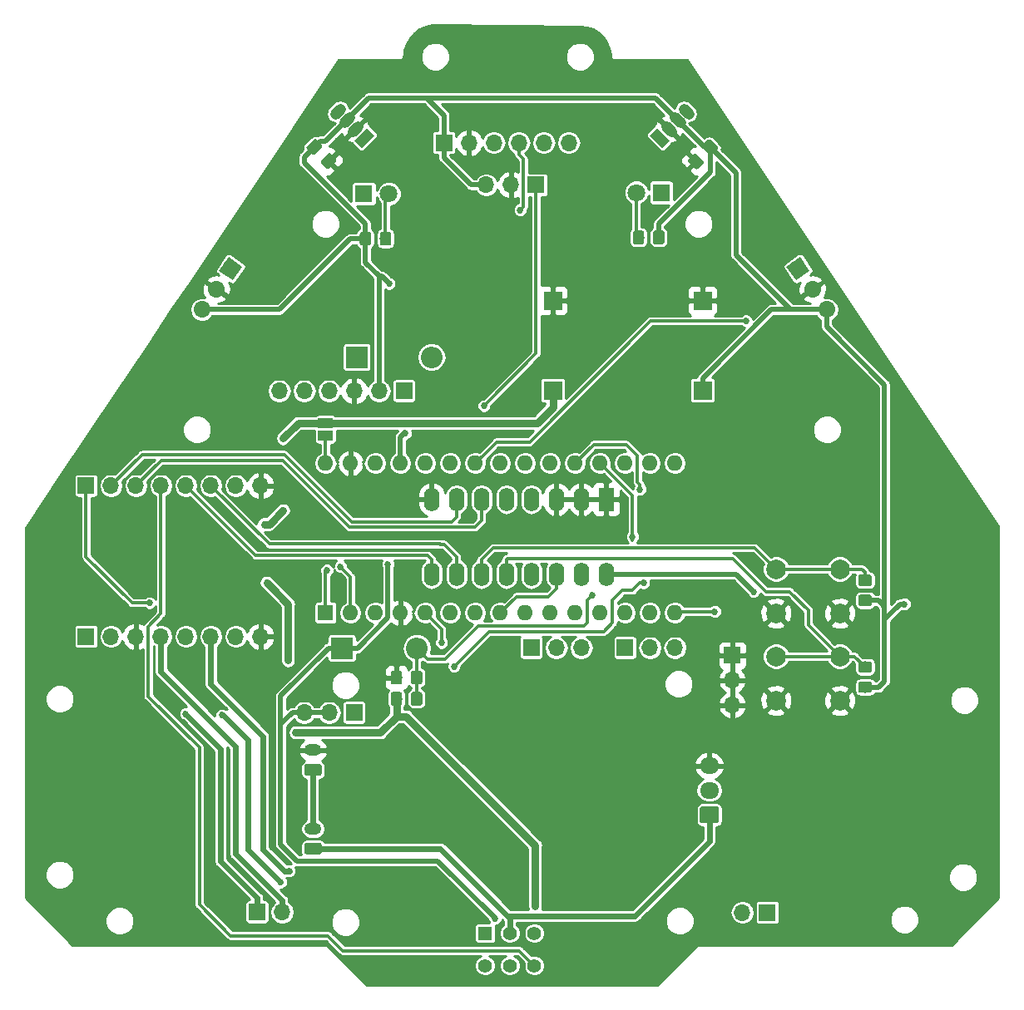
<source format=gtl>
%TF.GenerationSoftware,KiCad,Pcbnew,(5.0.1-3-g963ef8bb5)*%
%TF.CreationDate,2018-11-27T12:33:17+01:00*%
%TF.ProjectId,core,636F72652E6B696361645F7063620000,rev?*%
%TF.SameCoordinates,Original*%
%TF.FileFunction,Copper,L1,Top,Signal*%
%TF.FilePolarity,Positive*%
%FSLAX46Y46*%
G04 Gerber Fmt 4.6, Leading zero omitted, Abs format (unit mm)*
G04 Created by KiCad (PCBNEW (5.0.1-3-g963ef8bb5)) date 2018 November 27, Tuesday 12:33:17*
%MOMM*%
%LPD*%
G01*
G04 APERTURE LIST*
%ADD10C,0.127000*%
%ADD11C,1.150000*%
%ADD12C,1.070000*%
%ADD13C,1.070000*%
%ADD14O,2.200000X2.200000*%
%ADD15R,2.200000X2.200000*%
%ADD16R,1.800000X1.800000*%
%ADD17C,1.800000*%
%ADD18R,1.700000X1.700000*%
%ADD19O,1.700000X1.700000*%
%ADD20C,1.700000*%
%ADD21O,1.950000X1.700000*%
%ADD22C,1.200000*%
%ADD23O,1.750000X1.200000*%
%ADD24C,1.700000*%
%ADD25R,1.500000X1.000000*%
%ADD26C,2.000000*%
%ADD27R,1.400000X1.400000*%
%ADD28C,1.400000*%
%ADD29R,1.600000X1.600000*%
%ADD30O,1.600000X1.600000*%
%ADD31R,1.900000X1.900000*%
%ADD32R,1.600000X2.400000*%
%ADD33O,1.600000X2.400000*%
%ADD34C,0.685800*%
%ADD35C,0.300000*%
%ADD36C,0.500000*%
%ADD37C,0.600000*%
%ADD38C,0.800000*%
%ADD39C,0.254000*%
G04 APERTURE END LIST*
D10*
G36*
X182803276Y-56569980D02*
X182827544Y-56573580D01*
X182851343Y-56579541D01*
X182874442Y-56587806D01*
X182896621Y-56598296D01*
X182917664Y-56610908D01*
X182937370Y-56625523D01*
X182955548Y-56641999D01*
X183415169Y-57101620D01*
X183431645Y-57119798D01*
X183446260Y-57139504D01*
X183458872Y-57160547D01*
X183469362Y-57182726D01*
X183477627Y-57205825D01*
X183483588Y-57229624D01*
X183487188Y-57253892D01*
X183488392Y-57278396D01*
X183487188Y-57302900D01*
X183483588Y-57327168D01*
X183477627Y-57350967D01*
X183469362Y-57374066D01*
X183458872Y-57396245D01*
X183446260Y-57417288D01*
X183431645Y-57436994D01*
X183415169Y-57455172D01*
X182778772Y-58091569D01*
X182760594Y-58108045D01*
X182740888Y-58122660D01*
X182719845Y-58135272D01*
X182697666Y-58145762D01*
X182674567Y-58154027D01*
X182650768Y-58159988D01*
X182626500Y-58163588D01*
X182601996Y-58164792D01*
X182577492Y-58163588D01*
X182553224Y-58159988D01*
X182529425Y-58154027D01*
X182506326Y-58145762D01*
X182484147Y-58135272D01*
X182463104Y-58122660D01*
X182443398Y-58108045D01*
X182425220Y-58091569D01*
X181965599Y-57631948D01*
X181949123Y-57613770D01*
X181934508Y-57594064D01*
X181921896Y-57573021D01*
X181911406Y-57550842D01*
X181903141Y-57527743D01*
X181897180Y-57503944D01*
X181893580Y-57479676D01*
X181892376Y-57455172D01*
X181893580Y-57430668D01*
X181897180Y-57406400D01*
X181903141Y-57382601D01*
X181911406Y-57359502D01*
X181921896Y-57337323D01*
X181934508Y-57316280D01*
X181949123Y-57296574D01*
X181965599Y-57278396D01*
X182601996Y-56641999D01*
X182620174Y-56625523D01*
X182639880Y-56610908D01*
X182660923Y-56598296D01*
X182683102Y-56587806D01*
X182706201Y-56579541D01*
X182730000Y-56573580D01*
X182754268Y-56569980D01*
X182778772Y-56568776D01*
X182803276Y-56569980D01*
X182803276Y-56569980D01*
G37*
D11*
X182690384Y-57366784D03*
D10*
G36*
X181353708Y-55120412D02*
X181377976Y-55124012D01*
X181401775Y-55129973D01*
X181424874Y-55138238D01*
X181447053Y-55148728D01*
X181468096Y-55161340D01*
X181487802Y-55175955D01*
X181505980Y-55192431D01*
X181965601Y-55652052D01*
X181982077Y-55670230D01*
X181996692Y-55689936D01*
X182009304Y-55710979D01*
X182019794Y-55733158D01*
X182028059Y-55756257D01*
X182034020Y-55780056D01*
X182037620Y-55804324D01*
X182038824Y-55828828D01*
X182037620Y-55853332D01*
X182034020Y-55877600D01*
X182028059Y-55901399D01*
X182019794Y-55924498D01*
X182009304Y-55946677D01*
X181996692Y-55967720D01*
X181982077Y-55987426D01*
X181965601Y-56005604D01*
X181329204Y-56642001D01*
X181311026Y-56658477D01*
X181291320Y-56673092D01*
X181270277Y-56685704D01*
X181248098Y-56696194D01*
X181224999Y-56704459D01*
X181201200Y-56710420D01*
X181176932Y-56714020D01*
X181152428Y-56715224D01*
X181127924Y-56714020D01*
X181103656Y-56710420D01*
X181079857Y-56704459D01*
X181056758Y-56696194D01*
X181034579Y-56685704D01*
X181013536Y-56673092D01*
X180993830Y-56658477D01*
X180975652Y-56642001D01*
X180516031Y-56182380D01*
X180499555Y-56164202D01*
X180484940Y-56144496D01*
X180472328Y-56123453D01*
X180461838Y-56101274D01*
X180453573Y-56078175D01*
X180447612Y-56054376D01*
X180444012Y-56030108D01*
X180442808Y-56005604D01*
X180444012Y-55981100D01*
X180447612Y-55956832D01*
X180453573Y-55933033D01*
X180461838Y-55909934D01*
X180472328Y-55887755D01*
X180484940Y-55866712D01*
X180499555Y-55847006D01*
X180516031Y-55828828D01*
X181152428Y-55192431D01*
X181170606Y-55175955D01*
X181190312Y-55161340D01*
X181211355Y-55148728D01*
X181233534Y-55138238D01*
X181256633Y-55129973D01*
X181280432Y-55124012D01*
X181304700Y-55120412D01*
X181329204Y-55119208D01*
X181353708Y-55120412D01*
X181353708Y-55120412D01*
G37*
D11*
X181240816Y-55917216D03*
D10*
G36*
X221451284Y-55157628D02*
X221475552Y-55161228D01*
X221499351Y-55167189D01*
X221522450Y-55175454D01*
X221544629Y-55185944D01*
X221565672Y-55198556D01*
X221585378Y-55213171D01*
X221603556Y-55229647D01*
X222239953Y-55866044D01*
X222256429Y-55884222D01*
X222271044Y-55903928D01*
X222283656Y-55924971D01*
X222294146Y-55947150D01*
X222302411Y-55970249D01*
X222308372Y-55994048D01*
X222311972Y-56018316D01*
X222313176Y-56042820D01*
X222311972Y-56067324D01*
X222308372Y-56091592D01*
X222302411Y-56115391D01*
X222294146Y-56138490D01*
X222283656Y-56160669D01*
X222271044Y-56181712D01*
X222256429Y-56201418D01*
X222239953Y-56219596D01*
X221780332Y-56679217D01*
X221762154Y-56695693D01*
X221742448Y-56710308D01*
X221721405Y-56722920D01*
X221699226Y-56733410D01*
X221676127Y-56741675D01*
X221652328Y-56747636D01*
X221628060Y-56751236D01*
X221603556Y-56752440D01*
X221579052Y-56751236D01*
X221554784Y-56747636D01*
X221530985Y-56741675D01*
X221507886Y-56733410D01*
X221485707Y-56722920D01*
X221464664Y-56710308D01*
X221444958Y-56695693D01*
X221426780Y-56679217D01*
X220790383Y-56042820D01*
X220773907Y-56024642D01*
X220759292Y-56004936D01*
X220746680Y-55983893D01*
X220736190Y-55961714D01*
X220727925Y-55938615D01*
X220721964Y-55914816D01*
X220718364Y-55890548D01*
X220717160Y-55866044D01*
X220718364Y-55841540D01*
X220721964Y-55817272D01*
X220727925Y-55793473D01*
X220736190Y-55770374D01*
X220746680Y-55748195D01*
X220759292Y-55727152D01*
X220773907Y-55707446D01*
X220790383Y-55689268D01*
X221250004Y-55229647D01*
X221268182Y-55213171D01*
X221287888Y-55198556D01*
X221308931Y-55185944D01*
X221331110Y-55175454D01*
X221354209Y-55167189D01*
X221378008Y-55161228D01*
X221402276Y-55157628D01*
X221426780Y-55156424D01*
X221451284Y-55157628D01*
X221451284Y-55157628D01*
G37*
D11*
X221515168Y-55954432D03*
D10*
G36*
X220001716Y-56607196D02*
X220025984Y-56610796D01*
X220049783Y-56616757D01*
X220072882Y-56625022D01*
X220095061Y-56635512D01*
X220116104Y-56648124D01*
X220135810Y-56662739D01*
X220153988Y-56679215D01*
X220790385Y-57315612D01*
X220806861Y-57333790D01*
X220821476Y-57353496D01*
X220834088Y-57374539D01*
X220844578Y-57396718D01*
X220852843Y-57419817D01*
X220858804Y-57443616D01*
X220862404Y-57467884D01*
X220863608Y-57492388D01*
X220862404Y-57516892D01*
X220858804Y-57541160D01*
X220852843Y-57564959D01*
X220844578Y-57588058D01*
X220834088Y-57610237D01*
X220821476Y-57631280D01*
X220806861Y-57650986D01*
X220790385Y-57669164D01*
X220330764Y-58128785D01*
X220312586Y-58145261D01*
X220292880Y-58159876D01*
X220271837Y-58172488D01*
X220249658Y-58182978D01*
X220226559Y-58191243D01*
X220202760Y-58197204D01*
X220178492Y-58200804D01*
X220153988Y-58202008D01*
X220129484Y-58200804D01*
X220105216Y-58197204D01*
X220081417Y-58191243D01*
X220058318Y-58182978D01*
X220036139Y-58172488D01*
X220015096Y-58159876D01*
X219995390Y-58145261D01*
X219977212Y-58128785D01*
X219340815Y-57492388D01*
X219324339Y-57474210D01*
X219309724Y-57454504D01*
X219297112Y-57433461D01*
X219286622Y-57411282D01*
X219278357Y-57388183D01*
X219272396Y-57364384D01*
X219268796Y-57340116D01*
X219267592Y-57315612D01*
X219268796Y-57291108D01*
X219272396Y-57266840D01*
X219278357Y-57243041D01*
X219286622Y-57219942D01*
X219297112Y-57197763D01*
X219309724Y-57176720D01*
X219324339Y-57157014D01*
X219340815Y-57138836D01*
X219800436Y-56679215D01*
X219818614Y-56662739D01*
X219838320Y-56648124D01*
X219859363Y-56635512D01*
X219881542Y-56625022D01*
X219904641Y-56616757D01*
X219928440Y-56610796D01*
X219952708Y-56607196D01*
X219977212Y-56605992D01*
X220001716Y-56607196D01*
X220001716Y-56607196D01*
G37*
D11*
X220065600Y-57404000D03*
D12*
X219102077Y-52296923D03*
D13*
X218843983Y-52038829D02*
X219360171Y-52555017D01*
D12*
X218204051Y-53194949D03*
D13*
X217945957Y-52936855D02*
X218462145Y-53453043D01*
D12*
X217306026Y-54092974D03*
D13*
X217047932Y-53834880D02*
X217564120Y-54351068D01*
D12*
X216408000Y-54991000D03*
D10*
G36*
X216666094Y-56005698D02*
X215393302Y-54732906D01*
X216149906Y-53976302D01*
X217422698Y-55249094D01*
X216666094Y-56005698D01*
X216666094Y-56005698D01*
G37*
D14*
X193167000Y-77343000D03*
D15*
X185547000Y-77343000D03*
D12*
X186309000Y-54991000D03*
D10*
G36*
X187323698Y-54732906D02*
X186050906Y-56005698D01*
X185294302Y-55249094D01*
X186567094Y-53976302D01*
X187323698Y-54732906D01*
X187323698Y-54732906D01*
G37*
D12*
X185410974Y-54092974D03*
D13*
X185152880Y-54351068D02*
X185669068Y-53834880D01*
D12*
X184512949Y-53194949D03*
D13*
X184254855Y-53453043D02*
X184771043Y-52936855D01*
D12*
X183614923Y-52296923D03*
D13*
X183356829Y-52555017D02*
X183873017Y-52038829D01*
D16*
X186283600Y-60706000D03*
D17*
X188823600Y-60706000D03*
X213995000Y-60579000D03*
D16*
X216535000Y-60579000D03*
D15*
X184048400Y-106984800D03*
D14*
X191668400Y-106984800D03*
D18*
X190373000Y-80772000D03*
D19*
X187833000Y-80772000D03*
X185293000Y-80772000D03*
X182753000Y-80772000D03*
X180213000Y-80772000D03*
X177673000Y-80772000D03*
X175785527Y-105793265D03*
X173245527Y-105793265D03*
X170705527Y-105793265D03*
X168165527Y-105793265D03*
X165625527Y-105793265D03*
X163085527Y-105793265D03*
X160545527Y-105793265D03*
D18*
X158005527Y-105793265D03*
D19*
X177952400Y-133858000D03*
D18*
X175412400Y-133858000D03*
X227330000Y-133908800D03*
D19*
X224790000Y-133908800D03*
D18*
X158005527Y-90426266D03*
D19*
X160545527Y-90426266D03*
X163085527Y-90426266D03*
X165625527Y-90426266D03*
X168165527Y-90426266D03*
X170705527Y-90426266D03*
X173245527Y-90426266D03*
X175785527Y-90426266D03*
D10*
G36*
X222186704Y-123103204D02*
X222210973Y-123106804D01*
X222234771Y-123112765D01*
X222257871Y-123121030D01*
X222280049Y-123131520D01*
X222301093Y-123144133D01*
X222320798Y-123158747D01*
X222338977Y-123175223D01*
X222355453Y-123193402D01*
X222370067Y-123213107D01*
X222382680Y-123234151D01*
X222393170Y-123256329D01*
X222401435Y-123279429D01*
X222407396Y-123303227D01*
X222410996Y-123327496D01*
X222412200Y-123352000D01*
X222412200Y-124552000D01*
X222410996Y-124576504D01*
X222407396Y-124600773D01*
X222401435Y-124624571D01*
X222393170Y-124647671D01*
X222382680Y-124669849D01*
X222370067Y-124690893D01*
X222355453Y-124710598D01*
X222338977Y-124728777D01*
X222320798Y-124745253D01*
X222301093Y-124759867D01*
X222280049Y-124772480D01*
X222257871Y-124782970D01*
X222234771Y-124791235D01*
X222210973Y-124797196D01*
X222186704Y-124800796D01*
X222162200Y-124802000D01*
X220712200Y-124802000D01*
X220687696Y-124800796D01*
X220663427Y-124797196D01*
X220639629Y-124791235D01*
X220616529Y-124782970D01*
X220594351Y-124772480D01*
X220573307Y-124759867D01*
X220553602Y-124745253D01*
X220535423Y-124728777D01*
X220518947Y-124710598D01*
X220504333Y-124690893D01*
X220491720Y-124669849D01*
X220481230Y-124647671D01*
X220472965Y-124624571D01*
X220467004Y-124600773D01*
X220463404Y-124576504D01*
X220462200Y-124552000D01*
X220462200Y-123352000D01*
X220463404Y-123327496D01*
X220467004Y-123303227D01*
X220472965Y-123279429D01*
X220481230Y-123256329D01*
X220491720Y-123234151D01*
X220504333Y-123213107D01*
X220518947Y-123193402D01*
X220535423Y-123175223D01*
X220553602Y-123158747D01*
X220573307Y-123144133D01*
X220594351Y-123131520D01*
X220616529Y-123121030D01*
X220639629Y-123112765D01*
X220663427Y-123106804D01*
X220687696Y-123103204D01*
X220712200Y-123102000D01*
X222162200Y-123102000D01*
X222186704Y-123103204D01*
X222186704Y-123103204D01*
G37*
D20*
X221437200Y-123952000D03*
D21*
X221437200Y-121452000D03*
X221437200Y-118952000D03*
D19*
X207137000Y-55499000D03*
X204597000Y-55499000D03*
X202057000Y-55499000D03*
X199517000Y-55499000D03*
X196977000Y-55499000D03*
D18*
X194437000Y-55499000D03*
D10*
G36*
X181751505Y-126782204D02*
X181775773Y-126785804D01*
X181799572Y-126791765D01*
X181822671Y-126800030D01*
X181844850Y-126810520D01*
X181865893Y-126823132D01*
X181885599Y-126837747D01*
X181903777Y-126854223D01*
X181920253Y-126872401D01*
X181934868Y-126892107D01*
X181947480Y-126913150D01*
X181957970Y-126935329D01*
X181966235Y-126958428D01*
X181972196Y-126982227D01*
X181975796Y-127006495D01*
X181977000Y-127030999D01*
X181977000Y-127731001D01*
X181975796Y-127755505D01*
X181972196Y-127779773D01*
X181966235Y-127803572D01*
X181957970Y-127826671D01*
X181947480Y-127848850D01*
X181934868Y-127869893D01*
X181920253Y-127889599D01*
X181903777Y-127907777D01*
X181885599Y-127924253D01*
X181865893Y-127938868D01*
X181844850Y-127951480D01*
X181822671Y-127961970D01*
X181799572Y-127970235D01*
X181775773Y-127976196D01*
X181751505Y-127979796D01*
X181727001Y-127981000D01*
X180476999Y-127981000D01*
X180452495Y-127979796D01*
X180428227Y-127976196D01*
X180404428Y-127970235D01*
X180381329Y-127961970D01*
X180359150Y-127951480D01*
X180338107Y-127938868D01*
X180318401Y-127924253D01*
X180300223Y-127907777D01*
X180283747Y-127889599D01*
X180269132Y-127869893D01*
X180256520Y-127848850D01*
X180246030Y-127826671D01*
X180237765Y-127803572D01*
X180231804Y-127779773D01*
X180228204Y-127755505D01*
X180227000Y-127731001D01*
X180227000Y-127030999D01*
X180228204Y-127006495D01*
X180231804Y-126982227D01*
X180237765Y-126958428D01*
X180246030Y-126935329D01*
X180256520Y-126913150D01*
X180269132Y-126892107D01*
X180283747Y-126872401D01*
X180300223Y-126854223D01*
X180318401Y-126837747D01*
X180338107Y-126823132D01*
X180359150Y-126810520D01*
X180381329Y-126800030D01*
X180404428Y-126791765D01*
X180428227Y-126785804D01*
X180452495Y-126782204D01*
X180476999Y-126781000D01*
X181727001Y-126781000D01*
X181751505Y-126782204D01*
X181751505Y-126782204D01*
G37*
D22*
X181102000Y-127381000D03*
D23*
X181102000Y-125381000D03*
X181102000Y-117380000D03*
D10*
G36*
X181751505Y-118781204D02*
X181775773Y-118784804D01*
X181799572Y-118790765D01*
X181822671Y-118799030D01*
X181844850Y-118809520D01*
X181865893Y-118822132D01*
X181885599Y-118836747D01*
X181903777Y-118853223D01*
X181920253Y-118871401D01*
X181934868Y-118891107D01*
X181947480Y-118912150D01*
X181957970Y-118934329D01*
X181966235Y-118957428D01*
X181972196Y-118981227D01*
X181975796Y-119005495D01*
X181977000Y-119029999D01*
X181977000Y-119730001D01*
X181975796Y-119754505D01*
X181972196Y-119778773D01*
X181966235Y-119802572D01*
X181957970Y-119825671D01*
X181947480Y-119847850D01*
X181934868Y-119868893D01*
X181920253Y-119888599D01*
X181903777Y-119906777D01*
X181885599Y-119923253D01*
X181865893Y-119937868D01*
X181844850Y-119950480D01*
X181822671Y-119960970D01*
X181799572Y-119969235D01*
X181775773Y-119975196D01*
X181751505Y-119978796D01*
X181727001Y-119980000D01*
X180476999Y-119980000D01*
X180452495Y-119978796D01*
X180428227Y-119975196D01*
X180404428Y-119969235D01*
X180381329Y-119960970D01*
X180359150Y-119950480D01*
X180338107Y-119937868D01*
X180318401Y-119923253D01*
X180300223Y-119906777D01*
X180283747Y-119888599D01*
X180269132Y-119868893D01*
X180256520Y-119847850D01*
X180246030Y-119825671D01*
X180237765Y-119802572D01*
X180231804Y-119778773D01*
X180228204Y-119754505D01*
X180227000Y-119730001D01*
X180227000Y-119029999D01*
X180228204Y-119005495D01*
X180231804Y-118981227D01*
X180237765Y-118957428D01*
X180246030Y-118934329D01*
X180256520Y-118912150D01*
X180269132Y-118891107D01*
X180283747Y-118871401D01*
X180300223Y-118853223D01*
X180318401Y-118836747D01*
X180338107Y-118822132D01*
X180359150Y-118809520D01*
X180381329Y-118799030D01*
X180404428Y-118790765D01*
X180428227Y-118784804D01*
X180452495Y-118781204D01*
X180476999Y-118780000D01*
X181727001Y-118780000D01*
X181751505Y-118781204D01*
X181751505Y-118781204D01*
G37*
D22*
X181102000Y-119380000D03*
D19*
X208407000Y-106934000D03*
X205867000Y-106934000D03*
D18*
X203327000Y-106934000D03*
X212852000Y-106934000D03*
D19*
X215392000Y-106934000D03*
X217932000Y-106934000D03*
X180213000Y-113538000D03*
X182753000Y-113538000D03*
D18*
X185293000Y-113538000D03*
X223774000Y-107696000D03*
D19*
X223774000Y-110236000D03*
X223774000Y-112776000D03*
D20*
X172720000Y-68326000D03*
D10*
G36*
X171536181Y-68534739D02*
X172511261Y-67142181D01*
X173903819Y-68117261D01*
X172928739Y-69509819D01*
X171536181Y-68534739D01*
X171536181Y-68534739D01*
G37*
D20*
X171263116Y-70406646D03*
D24*
X171263116Y-70406646D02*
X171263116Y-70406646D01*
D20*
X169806232Y-72487292D03*
D24*
X169806232Y-72487292D02*
X169806232Y-72487292D01*
D19*
X198729600Y-59791600D03*
X201269600Y-59791600D03*
D18*
X203809600Y-59791600D03*
D20*
X230479600Y-68326000D03*
D10*
G36*
X230270861Y-69509819D02*
X229295781Y-68117261D01*
X230688339Y-67142181D01*
X231663419Y-68534739D01*
X230270861Y-69509819D01*
X230270861Y-69509819D01*
G37*
D20*
X231936484Y-70406646D03*
D24*
X231936484Y-70406646D02*
X231936484Y-70406646D01*
D20*
X233393368Y-72487292D03*
D24*
X233393368Y-72487292D02*
X233393368Y-72487292D01*
D25*
X182372000Y-85344000D03*
X182372000Y-84044000D03*
D10*
G36*
X186785505Y-64579204D02*
X186809773Y-64582804D01*
X186833572Y-64588765D01*
X186856671Y-64597030D01*
X186878850Y-64607520D01*
X186899893Y-64620132D01*
X186919599Y-64634747D01*
X186937777Y-64651223D01*
X186954253Y-64669401D01*
X186968868Y-64689107D01*
X186981480Y-64710150D01*
X186991970Y-64732329D01*
X187000235Y-64755428D01*
X187006196Y-64779227D01*
X187009796Y-64803495D01*
X187011000Y-64827999D01*
X187011000Y-65728001D01*
X187009796Y-65752505D01*
X187006196Y-65776773D01*
X187000235Y-65800572D01*
X186991970Y-65823671D01*
X186981480Y-65845850D01*
X186968868Y-65866893D01*
X186954253Y-65886599D01*
X186937777Y-65904777D01*
X186919599Y-65921253D01*
X186899893Y-65935868D01*
X186878850Y-65948480D01*
X186856671Y-65958970D01*
X186833572Y-65967235D01*
X186809773Y-65973196D01*
X186785505Y-65976796D01*
X186761001Y-65978000D01*
X186110999Y-65978000D01*
X186086495Y-65976796D01*
X186062227Y-65973196D01*
X186038428Y-65967235D01*
X186015329Y-65958970D01*
X185993150Y-65948480D01*
X185972107Y-65935868D01*
X185952401Y-65921253D01*
X185934223Y-65904777D01*
X185917747Y-65886599D01*
X185903132Y-65866893D01*
X185890520Y-65845850D01*
X185880030Y-65823671D01*
X185871765Y-65800572D01*
X185865804Y-65776773D01*
X185862204Y-65752505D01*
X185861000Y-65728001D01*
X185861000Y-64827999D01*
X185862204Y-64803495D01*
X185865804Y-64779227D01*
X185871765Y-64755428D01*
X185880030Y-64732329D01*
X185890520Y-64710150D01*
X185903132Y-64689107D01*
X185917747Y-64669401D01*
X185934223Y-64651223D01*
X185952401Y-64634747D01*
X185972107Y-64620132D01*
X185993150Y-64607520D01*
X186015329Y-64597030D01*
X186038428Y-64588765D01*
X186062227Y-64582804D01*
X186086495Y-64579204D01*
X186110999Y-64578000D01*
X186761001Y-64578000D01*
X186785505Y-64579204D01*
X186785505Y-64579204D01*
G37*
D11*
X186436000Y-65278000D03*
D10*
G36*
X188835505Y-64579204D02*
X188859773Y-64582804D01*
X188883572Y-64588765D01*
X188906671Y-64597030D01*
X188928850Y-64607520D01*
X188949893Y-64620132D01*
X188969599Y-64634747D01*
X188987777Y-64651223D01*
X189004253Y-64669401D01*
X189018868Y-64689107D01*
X189031480Y-64710150D01*
X189041970Y-64732329D01*
X189050235Y-64755428D01*
X189056196Y-64779227D01*
X189059796Y-64803495D01*
X189061000Y-64827999D01*
X189061000Y-65728001D01*
X189059796Y-65752505D01*
X189056196Y-65776773D01*
X189050235Y-65800572D01*
X189041970Y-65823671D01*
X189031480Y-65845850D01*
X189018868Y-65866893D01*
X189004253Y-65886599D01*
X188987777Y-65904777D01*
X188969599Y-65921253D01*
X188949893Y-65935868D01*
X188928850Y-65948480D01*
X188906671Y-65958970D01*
X188883572Y-65967235D01*
X188859773Y-65973196D01*
X188835505Y-65976796D01*
X188811001Y-65978000D01*
X188160999Y-65978000D01*
X188136495Y-65976796D01*
X188112227Y-65973196D01*
X188088428Y-65967235D01*
X188065329Y-65958970D01*
X188043150Y-65948480D01*
X188022107Y-65935868D01*
X188002401Y-65921253D01*
X187984223Y-65904777D01*
X187967747Y-65886599D01*
X187953132Y-65866893D01*
X187940520Y-65845850D01*
X187930030Y-65823671D01*
X187921765Y-65800572D01*
X187915804Y-65776773D01*
X187912204Y-65752505D01*
X187911000Y-65728001D01*
X187911000Y-64827999D01*
X187912204Y-64803495D01*
X187915804Y-64779227D01*
X187921765Y-64755428D01*
X187930030Y-64732329D01*
X187940520Y-64710150D01*
X187953132Y-64689107D01*
X187967747Y-64669401D01*
X187984223Y-64651223D01*
X188002401Y-64634747D01*
X188022107Y-64620132D01*
X188043150Y-64607520D01*
X188065329Y-64597030D01*
X188088428Y-64588765D01*
X188112227Y-64582804D01*
X188136495Y-64579204D01*
X188160999Y-64578000D01*
X188811001Y-64578000D01*
X188835505Y-64579204D01*
X188835505Y-64579204D01*
G37*
D11*
X188486000Y-65278000D03*
D10*
G36*
X214589505Y-64452204D02*
X214613773Y-64455804D01*
X214637572Y-64461765D01*
X214660671Y-64470030D01*
X214682850Y-64480520D01*
X214703893Y-64493132D01*
X214723599Y-64507747D01*
X214741777Y-64524223D01*
X214758253Y-64542401D01*
X214772868Y-64562107D01*
X214785480Y-64583150D01*
X214795970Y-64605329D01*
X214804235Y-64628428D01*
X214810196Y-64652227D01*
X214813796Y-64676495D01*
X214815000Y-64700999D01*
X214815000Y-65601001D01*
X214813796Y-65625505D01*
X214810196Y-65649773D01*
X214804235Y-65673572D01*
X214795970Y-65696671D01*
X214785480Y-65718850D01*
X214772868Y-65739893D01*
X214758253Y-65759599D01*
X214741777Y-65777777D01*
X214723599Y-65794253D01*
X214703893Y-65808868D01*
X214682850Y-65821480D01*
X214660671Y-65831970D01*
X214637572Y-65840235D01*
X214613773Y-65846196D01*
X214589505Y-65849796D01*
X214565001Y-65851000D01*
X213914999Y-65851000D01*
X213890495Y-65849796D01*
X213866227Y-65846196D01*
X213842428Y-65840235D01*
X213819329Y-65831970D01*
X213797150Y-65821480D01*
X213776107Y-65808868D01*
X213756401Y-65794253D01*
X213738223Y-65777777D01*
X213721747Y-65759599D01*
X213707132Y-65739893D01*
X213694520Y-65718850D01*
X213684030Y-65696671D01*
X213675765Y-65673572D01*
X213669804Y-65649773D01*
X213666204Y-65625505D01*
X213665000Y-65601001D01*
X213665000Y-64700999D01*
X213666204Y-64676495D01*
X213669804Y-64652227D01*
X213675765Y-64628428D01*
X213684030Y-64605329D01*
X213694520Y-64583150D01*
X213707132Y-64562107D01*
X213721747Y-64542401D01*
X213738223Y-64524223D01*
X213756401Y-64507747D01*
X213776107Y-64493132D01*
X213797150Y-64480520D01*
X213819329Y-64470030D01*
X213842428Y-64461765D01*
X213866227Y-64455804D01*
X213890495Y-64452204D01*
X213914999Y-64451000D01*
X214565001Y-64451000D01*
X214589505Y-64452204D01*
X214589505Y-64452204D01*
G37*
D11*
X214240000Y-65151000D03*
D10*
G36*
X216639505Y-64452204D02*
X216663773Y-64455804D01*
X216687572Y-64461765D01*
X216710671Y-64470030D01*
X216732850Y-64480520D01*
X216753893Y-64493132D01*
X216773599Y-64507747D01*
X216791777Y-64524223D01*
X216808253Y-64542401D01*
X216822868Y-64562107D01*
X216835480Y-64583150D01*
X216845970Y-64605329D01*
X216854235Y-64628428D01*
X216860196Y-64652227D01*
X216863796Y-64676495D01*
X216865000Y-64700999D01*
X216865000Y-65601001D01*
X216863796Y-65625505D01*
X216860196Y-65649773D01*
X216854235Y-65673572D01*
X216845970Y-65696671D01*
X216835480Y-65718850D01*
X216822868Y-65739893D01*
X216808253Y-65759599D01*
X216791777Y-65777777D01*
X216773599Y-65794253D01*
X216753893Y-65808868D01*
X216732850Y-65821480D01*
X216710671Y-65831970D01*
X216687572Y-65840235D01*
X216663773Y-65846196D01*
X216639505Y-65849796D01*
X216615001Y-65851000D01*
X215964999Y-65851000D01*
X215940495Y-65849796D01*
X215916227Y-65846196D01*
X215892428Y-65840235D01*
X215869329Y-65831970D01*
X215847150Y-65821480D01*
X215826107Y-65808868D01*
X215806401Y-65794253D01*
X215788223Y-65777777D01*
X215771747Y-65759599D01*
X215757132Y-65739893D01*
X215744520Y-65718850D01*
X215734030Y-65696671D01*
X215725765Y-65673572D01*
X215719804Y-65649773D01*
X215716204Y-65625505D01*
X215715000Y-65601001D01*
X215715000Y-64700999D01*
X215716204Y-64676495D01*
X215719804Y-64652227D01*
X215725765Y-64628428D01*
X215734030Y-64605329D01*
X215744520Y-64583150D01*
X215757132Y-64562107D01*
X215771747Y-64542401D01*
X215788223Y-64524223D01*
X215806401Y-64507747D01*
X215826107Y-64493132D01*
X215847150Y-64480520D01*
X215869329Y-64470030D01*
X215892428Y-64461765D01*
X215916227Y-64455804D01*
X215940495Y-64452204D01*
X215964999Y-64451000D01*
X216615001Y-64451000D01*
X216639505Y-64452204D01*
X216639505Y-64452204D01*
G37*
D11*
X216290000Y-65151000D03*
D10*
G36*
X237761305Y-101543204D02*
X237785573Y-101546804D01*
X237809372Y-101552765D01*
X237832471Y-101561030D01*
X237854650Y-101571520D01*
X237875693Y-101584132D01*
X237895399Y-101598747D01*
X237913577Y-101615223D01*
X237930053Y-101633401D01*
X237944668Y-101653107D01*
X237957280Y-101674150D01*
X237967770Y-101696329D01*
X237976035Y-101719428D01*
X237981996Y-101743227D01*
X237985596Y-101767495D01*
X237986800Y-101791999D01*
X237986800Y-102442001D01*
X237985596Y-102466505D01*
X237981996Y-102490773D01*
X237976035Y-102514572D01*
X237967770Y-102537671D01*
X237957280Y-102559850D01*
X237944668Y-102580893D01*
X237930053Y-102600599D01*
X237913577Y-102618777D01*
X237895399Y-102635253D01*
X237875693Y-102649868D01*
X237854650Y-102662480D01*
X237832471Y-102672970D01*
X237809372Y-102681235D01*
X237785573Y-102687196D01*
X237761305Y-102690796D01*
X237736801Y-102692000D01*
X236836799Y-102692000D01*
X236812295Y-102690796D01*
X236788027Y-102687196D01*
X236764228Y-102681235D01*
X236741129Y-102672970D01*
X236718950Y-102662480D01*
X236697907Y-102649868D01*
X236678201Y-102635253D01*
X236660023Y-102618777D01*
X236643547Y-102600599D01*
X236628932Y-102580893D01*
X236616320Y-102559850D01*
X236605830Y-102537671D01*
X236597565Y-102514572D01*
X236591604Y-102490773D01*
X236588004Y-102466505D01*
X236586800Y-102442001D01*
X236586800Y-101791999D01*
X236588004Y-101767495D01*
X236591604Y-101743227D01*
X236597565Y-101719428D01*
X236605830Y-101696329D01*
X236616320Y-101674150D01*
X236628932Y-101653107D01*
X236643547Y-101633401D01*
X236660023Y-101615223D01*
X236678201Y-101598747D01*
X236697907Y-101584132D01*
X236718950Y-101571520D01*
X236741129Y-101561030D01*
X236764228Y-101552765D01*
X236788027Y-101546804D01*
X236812295Y-101543204D01*
X236836799Y-101542000D01*
X237736801Y-101542000D01*
X237761305Y-101543204D01*
X237761305Y-101543204D01*
G37*
D11*
X237286800Y-102117000D03*
D10*
G36*
X237761305Y-99493204D02*
X237785573Y-99496804D01*
X237809372Y-99502765D01*
X237832471Y-99511030D01*
X237854650Y-99521520D01*
X237875693Y-99534132D01*
X237895399Y-99548747D01*
X237913577Y-99565223D01*
X237930053Y-99583401D01*
X237944668Y-99603107D01*
X237957280Y-99624150D01*
X237967770Y-99646329D01*
X237976035Y-99669428D01*
X237981996Y-99693227D01*
X237985596Y-99717495D01*
X237986800Y-99741999D01*
X237986800Y-100392001D01*
X237985596Y-100416505D01*
X237981996Y-100440773D01*
X237976035Y-100464572D01*
X237967770Y-100487671D01*
X237957280Y-100509850D01*
X237944668Y-100530893D01*
X237930053Y-100550599D01*
X237913577Y-100568777D01*
X237895399Y-100585253D01*
X237875693Y-100599868D01*
X237854650Y-100612480D01*
X237832471Y-100622970D01*
X237809372Y-100631235D01*
X237785573Y-100637196D01*
X237761305Y-100640796D01*
X237736801Y-100642000D01*
X236836799Y-100642000D01*
X236812295Y-100640796D01*
X236788027Y-100637196D01*
X236764228Y-100631235D01*
X236741129Y-100622970D01*
X236718950Y-100612480D01*
X236697907Y-100599868D01*
X236678201Y-100585253D01*
X236660023Y-100568777D01*
X236643547Y-100550599D01*
X236628932Y-100530893D01*
X236616320Y-100509850D01*
X236605830Y-100487671D01*
X236597565Y-100464572D01*
X236591604Y-100440773D01*
X236588004Y-100416505D01*
X236586800Y-100392001D01*
X236586800Y-99741999D01*
X236588004Y-99717495D01*
X236591604Y-99693227D01*
X236597565Y-99669428D01*
X236605830Y-99646329D01*
X236616320Y-99624150D01*
X236628932Y-99603107D01*
X236643547Y-99583401D01*
X236660023Y-99565223D01*
X236678201Y-99548747D01*
X236697907Y-99534132D01*
X236718950Y-99521520D01*
X236741129Y-99511030D01*
X236764228Y-99502765D01*
X236788027Y-99496804D01*
X236812295Y-99493204D01*
X236836799Y-99492000D01*
X237736801Y-99492000D01*
X237761305Y-99493204D01*
X237761305Y-99493204D01*
G37*
D11*
X237286800Y-100067000D03*
D10*
G36*
X237761305Y-108323405D02*
X237785573Y-108327005D01*
X237809372Y-108332966D01*
X237832471Y-108341231D01*
X237854650Y-108351721D01*
X237875693Y-108364333D01*
X237895399Y-108378948D01*
X237913577Y-108395424D01*
X237930053Y-108413602D01*
X237944668Y-108433308D01*
X237957280Y-108454351D01*
X237967770Y-108476530D01*
X237976035Y-108499629D01*
X237981996Y-108523428D01*
X237985596Y-108547696D01*
X237986800Y-108572200D01*
X237986800Y-109222202D01*
X237985596Y-109246706D01*
X237981996Y-109270974D01*
X237976035Y-109294773D01*
X237967770Y-109317872D01*
X237957280Y-109340051D01*
X237944668Y-109361094D01*
X237930053Y-109380800D01*
X237913577Y-109398978D01*
X237895399Y-109415454D01*
X237875693Y-109430069D01*
X237854650Y-109442681D01*
X237832471Y-109453171D01*
X237809372Y-109461436D01*
X237785573Y-109467397D01*
X237761305Y-109470997D01*
X237736801Y-109472201D01*
X236836799Y-109472201D01*
X236812295Y-109470997D01*
X236788027Y-109467397D01*
X236764228Y-109461436D01*
X236741129Y-109453171D01*
X236718950Y-109442681D01*
X236697907Y-109430069D01*
X236678201Y-109415454D01*
X236660023Y-109398978D01*
X236643547Y-109380800D01*
X236628932Y-109361094D01*
X236616320Y-109340051D01*
X236605830Y-109317872D01*
X236597565Y-109294773D01*
X236591604Y-109270974D01*
X236588004Y-109246706D01*
X236586800Y-109222202D01*
X236586800Y-108572200D01*
X236588004Y-108547696D01*
X236591604Y-108523428D01*
X236597565Y-108499629D01*
X236605830Y-108476530D01*
X236616320Y-108454351D01*
X236628932Y-108433308D01*
X236643547Y-108413602D01*
X236660023Y-108395424D01*
X236678201Y-108378948D01*
X236697907Y-108364333D01*
X236718950Y-108351721D01*
X236741129Y-108341231D01*
X236764228Y-108332966D01*
X236788027Y-108327005D01*
X236812295Y-108323405D01*
X236836799Y-108322201D01*
X237736801Y-108322201D01*
X237761305Y-108323405D01*
X237761305Y-108323405D01*
G37*
D11*
X237286800Y-108897201D03*
D10*
G36*
X237761305Y-110373405D02*
X237785573Y-110377005D01*
X237809372Y-110382966D01*
X237832471Y-110391231D01*
X237854650Y-110401721D01*
X237875693Y-110414333D01*
X237895399Y-110428948D01*
X237913577Y-110445424D01*
X237930053Y-110463602D01*
X237944668Y-110483308D01*
X237957280Y-110504351D01*
X237967770Y-110526530D01*
X237976035Y-110549629D01*
X237981996Y-110573428D01*
X237985596Y-110597696D01*
X237986800Y-110622200D01*
X237986800Y-111272202D01*
X237985596Y-111296706D01*
X237981996Y-111320974D01*
X237976035Y-111344773D01*
X237967770Y-111367872D01*
X237957280Y-111390051D01*
X237944668Y-111411094D01*
X237930053Y-111430800D01*
X237913577Y-111448978D01*
X237895399Y-111465454D01*
X237875693Y-111480069D01*
X237854650Y-111492681D01*
X237832471Y-111503171D01*
X237809372Y-111511436D01*
X237785573Y-111517397D01*
X237761305Y-111520997D01*
X237736801Y-111522201D01*
X236836799Y-111522201D01*
X236812295Y-111520997D01*
X236788027Y-111517397D01*
X236764228Y-111511436D01*
X236741129Y-111503171D01*
X236718950Y-111492681D01*
X236697907Y-111480069D01*
X236678201Y-111465454D01*
X236660023Y-111448978D01*
X236643547Y-111430800D01*
X236628932Y-111411094D01*
X236616320Y-111390051D01*
X236605830Y-111367872D01*
X236597565Y-111344773D01*
X236591604Y-111320974D01*
X236588004Y-111296706D01*
X236586800Y-111272202D01*
X236586800Y-110622200D01*
X236588004Y-110597696D01*
X236591604Y-110573428D01*
X236597565Y-110549629D01*
X236605830Y-110526530D01*
X236616320Y-110504351D01*
X236628932Y-110483308D01*
X236643547Y-110463602D01*
X236660023Y-110445424D01*
X236678201Y-110428948D01*
X236697907Y-110414333D01*
X236718950Y-110401721D01*
X236741129Y-110391231D01*
X236764228Y-110382966D01*
X236788027Y-110377005D01*
X236812295Y-110373405D01*
X236836799Y-110372201D01*
X237736801Y-110372201D01*
X237761305Y-110373405D01*
X237761305Y-110373405D01*
G37*
D11*
X237286800Y-110947201D03*
D10*
G36*
X191992505Y-111442204D02*
X192016773Y-111445804D01*
X192040572Y-111451765D01*
X192063671Y-111460030D01*
X192085850Y-111470520D01*
X192106893Y-111483132D01*
X192126599Y-111497747D01*
X192144777Y-111514223D01*
X192161253Y-111532401D01*
X192175868Y-111552107D01*
X192188480Y-111573150D01*
X192198970Y-111595329D01*
X192207235Y-111618428D01*
X192213196Y-111642227D01*
X192216796Y-111666495D01*
X192218000Y-111690999D01*
X192218000Y-112591001D01*
X192216796Y-112615505D01*
X192213196Y-112639773D01*
X192207235Y-112663572D01*
X192198970Y-112686671D01*
X192188480Y-112708850D01*
X192175868Y-112729893D01*
X192161253Y-112749599D01*
X192144777Y-112767777D01*
X192126599Y-112784253D01*
X192106893Y-112798868D01*
X192085850Y-112811480D01*
X192063671Y-112821970D01*
X192040572Y-112830235D01*
X192016773Y-112836196D01*
X191992505Y-112839796D01*
X191968001Y-112841000D01*
X191317999Y-112841000D01*
X191293495Y-112839796D01*
X191269227Y-112836196D01*
X191245428Y-112830235D01*
X191222329Y-112821970D01*
X191200150Y-112811480D01*
X191179107Y-112798868D01*
X191159401Y-112784253D01*
X191141223Y-112767777D01*
X191124747Y-112749599D01*
X191110132Y-112729893D01*
X191097520Y-112708850D01*
X191087030Y-112686671D01*
X191078765Y-112663572D01*
X191072804Y-112639773D01*
X191069204Y-112615505D01*
X191068000Y-112591001D01*
X191068000Y-111690999D01*
X191069204Y-111666495D01*
X191072804Y-111642227D01*
X191078765Y-111618428D01*
X191087030Y-111595329D01*
X191097520Y-111573150D01*
X191110132Y-111552107D01*
X191124747Y-111532401D01*
X191141223Y-111514223D01*
X191159401Y-111497747D01*
X191179107Y-111483132D01*
X191200150Y-111470520D01*
X191222329Y-111460030D01*
X191245428Y-111451765D01*
X191269227Y-111445804D01*
X191293495Y-111442204D01*
X191317999Y-111441000D01*
X191968001Y-111441000D01*
X191992505Y-111442204D01*
X191992505Y-111442204D01*
G37*
D11*
X191643000Y-112141000D03*
D10*
G36*
X189942505Y-111442204D02*
X189966773Y-111445804D01*
X189990572Y-111451765D01*
X190013671Y-111460030D01*
X190035850Y-111470520D01*
X190056893Y-111483132D01*
X190076599Y-111497747D01*
X190094777Y-111514223D01*
X190111253Y-111532401D01*
X190125868Y-111552107D01*
X190138480Y-111573150D01*
X190148970Y-111595329D01*
X190157235Y-111618428D01*
X190163196Y-111642227D01*
X190166796Y-111666495D01*
X190168000Y-111690999D01*
X190168000Y-112591001D01*
X190166796Y-112615505D01*
X190163196Y-112639773D01*
X190157235Y-112663572D01*
X190148970Y-112686671D01*
X190138480Y-112708850D01*
X190125868Y-112729893D01*
X190111253Y-112749599D01*
X190094777Y-112767777D01*
X190076599Y-112784253D01*
X190056893Y-112798868D01*
X190035850Y-112811480D01*
X190013671Y-112821970D01*
X189990572Y-112830235D01*
X189966773Y-112836196D01*
X189942505Y-112839796D01*
X189918001Y-112841000D01*
X189267999Y-112841000D01*
X189243495Y-112839796D01*
X189219227Y-112836196D01*
X189195428Y-112830235D01*
X189172329Y-112821970D01*
X189150150Y-112811480D01*
X189129107Y-112798868D01*
X189109401Y-112784253D01*
X189091223Y-112767777D01*
X189074747Y-112749599D01*
X189060132Y-112729893D01*
X189047520Y-112708850D01*
X189037030Y-112686671D01*
X189028765Y-112663572D01*
X189022804Y-112639773D01*
X189019204Y-112615505D01*
X189018000Y-112591001D01*
X189018000Y-111690999D01*
X189019204Y-111666495D01*
X189022804Y-111642227D01*
X189028765Y-111618428D01*
X189037030Y-111595329D01*
X189047520Y-111573150D01*
X189060132Y-111552107D01*
X189074747Y-111532401D01*
X189091223Y-111514223D01*
X189109401Y-111497747D01*
X189129107Y-111483132D01*
X189150150Y-111470520D01*
X189172329Y-111460030D01*
X189195428Y-111451765D01*
X189219227Y-111445804D01*
X189243495Y-111442204D01*
X189267999Y-111441000D01*
X189918001Y-111441000D01*
X189942505Y-111442204D01*
X189942505Y-111442204D01*
G37*
D11*
X189593000Y-112141000D03*
D10*
G36*
X191992505Y-109283204D02*
X192016773Y-109286804D01*
X192040572Y-109292765D01*
X192063671Y-109301030D01*
X192085850Y-109311520D01*
X192106893Y-109324132D01*
X192126599Y-109338747D01*
X192144777Y-109355223D01*
X192161253Y-109373401D01*
X192175868Y-109393107D01*
X192188480Y-109414150D01*
X192198970Y-109436329D01*
X192207235Y-109459428D01*
X192213196Y-109483227D01*
X192216796Y-109507495D01*
X192218000Y-109531999D01*
X192218000Y-110432001D01*
X192216796Y-110456505D01*
X192213196Y-110480773D01*
X192207235Y-110504572D01*
X192198970Y-110527671D01*
X192188480Y-110549850D01*
X192175868Y-110570893D01*
X192161253Y-110590599D01*
X192144777Y-110608777D01*
X192126599Y-110625253D01*
X192106893Y-110639868D01*
X192085850Y-110652480D01*
X192063671Y-110662970D01*
X192040572Y-110671235D01*
X192016773Y-110677196D01*
X191992505Y-110680796D01*
X191968001Y-110682000D01*
X191317999Y-110682000D01*
X191293495Y-110680796D01*
X191269227Y-110677196D01*
X191245428Y-110671235D01*
X191222329Y-110662970D01*
X191200150Y-110652480D01*
X191179107Y-110639868D01*
X191159401Y-110625253D01*
X191141223Y-110608777D01*
X191124747Y-110590599D01*
X191110132Y-110570893D01*
X191097520Y-110549850D01*
X191087030Y-110527671D01*
X191078765Y-110504572D01*
X191072804Y-110480773D01*
X191069204Y-110456505D01*
X191068000Y-110432001D01*
X191068000Y-109531999D01*
X191069204Y-109507495D01*
X191072804Y-109483227D01*
X191078765Y-109459428D01*
X191087030Y-109436329D01*
X191097520Y-109414150D01*
X191110132Y-109393107D01*
X191124747Y-109373401D01*
X191141223Y-109355223D01*
X191159401Y-109338747D01*
X191179107Y-109324132D01*
X191200150Y-109311520D01*
X191222329Y-109301030D01*
X191245428Y-109292765D01*
X191269227Y-109286804D01*
X191293495Y-109283204D01*
X191317999Y-109282000D01*
X191968001Y-109282000D01*
X191992505Y-109283204D01*
X191992505Y-109283204D01*
G37*
D11*
X191643000Y-109982000D03*
D10*
G36*
X189942505Y-109283204D02*
X189966773Y-109286804D01*
X189990572Y-109292765D01*
X190013671Y-109301030D01*
X190035850Y-109311520D01*
X190056893Y-109324132D01*
X190076599Y-109338747D01*
X190094777Y-109355223D01*
X190111253Y-109373401D01*
X190125868Y-109393107D01*
X190138480Y-109414150D01*
X190148970Y-109436329D01*
X190157235Y-109459428D01*
X190163196Y-109483227D01*
X190166796Y-109507495D01*
X190168000Y-109531999D01*
X190168000Y-110432001D01*
X190166796Y-110456505D01*
X190163196Y-110480773D01*
X190157235Y-110504572D01*
X190148970Y-110527671D01*
X190138480Y-110549850D01*
X190125868Y-110570893D01*
X190111253Y-110590599D01*
X190094777Y-110608777D01*
X190076599Y-110625253D01*
X190056893Y-110639868D01*
X190035850Y-110652480D01*
X190013671Y-110662970D01*
X189990572Y-110671235D01*
X189966773Y-110677196D01*
X189942505Y-110680796D01*
X189918001Y-110682000D01*
X189267999Y-110682000D01*
X189243495Y-110680796D01*
X189219227Y-110677196D01*
X189195428Y-110671235D01*
X189172329Y-110662970D01*
X189150150Y-110652480D01*
X189129107Y-110639868D01*
X189109401Y-110625253D01*
X189091223Y-110608777D01*
X189074747Y-110590599D01*
X189060132Y-110570893D01*
X189047520Y-110549850D01*
X189037030Y-110527671D01*
X189028765Y-110504572D01*
X189022804Y-110480773D01*
X189019204Y-110456505D01*
X189018000Y-110432001D01*
X189018000Y-109531999D01*
X189019204Y-109507495D01*
X189022804Y-109483227D01*
X189028765Y-109459428D01*
X189037030Y-109436329D01*
X189047520Y-109414150D01*
X189060132Y-109393107D01*
X189074747Y-109373401D01*
X189091223Y-109355223D01*
X189109401Y-109338747D01*
X189129107Y-109324132D01*
X189150150Y-109311520D01*
X189172329Y-109301030D01*
X189195428Y-109292765D01*
X189219227Y-109286804D01*
X189243495Y-109283204D01*
X189267999Y-109282000D01*
X189918001Y-109282000D01*
X189942505Y-109283204D01*
X189942505Y-109283204D01*
G37*
D11*
X189593000Y-109982000D03*
D26*
X228219000Y-103433000D03*
X228219000Y-98933000D03*
X234719000Y-103433000D03*
X234719000Y-98933000D03*
X234719000Y-107823000D03*
X234719000Y-112323000D03*
X228219000Y-107823000D03*
X228219000Y-112323000D03*
D27*
X198628000Y-136017000D03*
D28*
X201128000Y-136017000D03*
X203628000Y-136017000D03*
X198628000Y-139317000D03*
X201128000Y-139317000D03*
X203628000Y-139317000D03*
D29*
X182372000Y-103378000D03*
D30*
X215392000Y-88138000D03*
X184912000Y-103378000D03*
X212852000Y-88138000D03*
X187452000Y-103378000D03*
X210312000Y-88138000D03*
X189992000Y-103378000D03*
X207772000Y-88138000D03*
X192532000Y-103378000D03*
X205232000Y-88138000D03*
X195072000Y-103378000D03*
X202692000Y-88138000D03*
X197612000Y-103378000D03*
X200152000Y-88138000D03*
X200152000Y-103378000D03*
X197612000Y-88138000D03*
X202692000Y-103378000D03*
X195072000Y-88138000D03*
X205232000Y-103378000D03*
X192532000Y-88138000D03*
X207772000Y-103378000D03*
X189992000Y-88138000D03*
X210312000Y-103378000D03*
X187452000Y-88138000D03*
X212852000Y-103378000D03*
X184912000Y-88138000D03*
X215392000Y-103378000D03*
X182372000Y-88138000D03*
X217932000Y-103378000D03*
X217932000Y-88138000D03*
D31*
X205511400Y-80721200D03*
X205511400Y-71577200D03*
X220751400Y-80721200D03*
X220751400Y-71577200D03*
D32*
X210947000Y-91821000D03*
D33*
X193167000Y-99441000D03*
X208407000Y-91821000D03*
X195707000Y-99441000D03*
X205867000Y-91821000D03*
X198247000Y-99441000D03*
X203327000Y-91821000D03*
X200787000Y-99441000D03*
X200787000Y-91821000D03*
X203327000Y-99441000D03*
X198247000Y-91821000D03*
X205867000Y-99441000D03*
X195707000Y-91821000D03*
X208407000Y-99441000D03*
X193167000Y-91821000D03*
X210947000Y-99441000D03*
D34*
X199644000Y-134493000D03*
X225933000Y-101219000D03*
X241300000Y-102489000D03*
X190500000Y-85090000D03*
X188849000Y-69850000D03*
X188722000Y-98425000D03*
X194183000Y-106426000D03*
X183896000Y-98679000D03*
X213614000Y-95631000D03*
X209550000Y-101600000D03*
X182519146Y-99039854D03*
X177800000Y-130810000D03*
X171831000Y-113792000D03*
X178689000Y-129667000D03*
X168148000Y-113665000D03*
X164465000Y-102362000D03*
X221996000Y-103251000D03*
X202184000Y-62357000D03*
X195453000Y-108839000D03*
X214757000Y-100330000D03*
X214376000Y-90805000D03*
X198501000Y-82296000D03*
X225171000Y-73634600D03*
X178054000Y-85598000D03*
X178054000Y-92964000D03*
X179324000Y-115570000D03*
X178562000Y-108204000D03*
X176149000Y-94361000D03*
X203708000Y-133223000D03*
X176403000Y-100330000D03*
D35*
X189992000Y-103378000D02*
X189992000Y-105791000D01*
X189593000Y-106190000D02*
X189593000Y-109982000D01*
X189992000Y-105791000D02*
X189593000Y-106190000D01*
D36*
X182648400Y-106984800D02*
X177800000Y-111833200D01*
X184048400Y-106984800D02*
X182648400Y-106984800D01*
X177800000Y-127000000D02*
X179451000Y-128651000D01*
X179451000Y-128651000D02*
X193421000Y-128651000D01*
X193421000Y-128651000D02*
X193802000Y-128651000D01*
X193802000Y-128651000D02*
X199517000Y-134366000D01*
X199517000Y-134366000D02*
X199644000Y-134493000D01*
X182753000Y-113538000D02*
X180213000Y-113538000D01*
X177800000Y-114748919D02*
X177800000Y-115697000D01*
X179010919Y-113538000D02*
X177800000Y-114748919D01*
X180213000Y-113538000D02*
X179010919Y-113538000D01*
X177800000Y-115697000D02*
X177800000Y-127000000D01*
X177800000Y-111833200D02*
X177800000Y-115697000D01*
X238683799Y-110947201D02*
X237286800Y-110947201D01*
X239268000Y-110363000D02*
X238683799Y-110947201D01*
X238633000Y-102108000D02*
X239268000Y-102743000D01*
X238095800Y-102108000D02*
X238633000Y-102108000D01*
X238086800Y-102117000D02*
X238095800Y-102108000D01*
X237286800Y-102117000D02*
X238086800Y-102117000D01*
X181240816Y-55917216D02*
X180213000Y-56945032D01*
X180213000Y-56945032D02*
X180213000Y-57531000D01*
X186436000Y-63754000D02*
X186436000Y-65278000D01*
X180213000Y-57531000D02*
X186436000Y-63754000D01*
X183805843Y-53902055D02*
X184512949Y-53194949D01*
X182356366Y-55351532D02*
X183805843Y-53902055D01*
X181806500Y-55351532D02*
X182356366Y-55351532D01*
X181240816Y-55917216D02*
X181806500Y-55351532D01*
X184512949Y-53194949D02*
X186780898Y-50927000D01*
X194437000Y-52705000D02*
X194437000Y-55499000D01*
X192659000Y-50927000D02*
X194437000Y-52705000D01*
X194437000Y-55499000D02*
X194437000Y-57023000D01*
X197205600Y-59791600D02*
X198729600Y-59791600D01*
X194437000Y-57023000D02*
X197205600Y-59791600D01*
X192024000Y-50927000D02*
X215936102Y-50927000D01*
X215936102Y-50927000D02*
X218204051Y-53194949D01*
X186780898Y-50927000D02*
X192024000Y-50927000D01*
X192024000Y-50927000D02*
X192659000Y-50927000D01*
X220963534Y-55954432D02*
X221515168Y-55954432D01*
X218204051Y-53194949D02*
X220963534Y-55954432D01*
X216290000Y-65151000D02*
X216290000Y-63745000D01*
X221515168Y-58519832D02*
X221515168Y-55954432D01*
X216290000Y-63745000D02*
X221515168Y-58519832D01*
X187833000Y-80772000D02*
X187833000Y-69088000D01*
X186436000Y-67691000D02*
X186436000Y-65278000D01*
X187833000Y-69088000D02*
X186436000Y-67691000D01*
X186436000Y-65278000D02*
X184912000Y-65278000D01*
X177702708Y-72487292D02*
X176784000Y-72487292D01*
X184912000Y-65278000D02*
X177702708Y-72487292D01*
X169806232Y-72487292D02*
X176784000Y-72487292D01*
X239268000Y-102743000D02*
X239268000Y-80137000D01*
X233393368Y-74262368D02*
X233393368Y-72487292D01*
X239268000Y-80137000D02*
X233393368Y-74262368D01*
X210947000Y-99441000D02*
X224155000Y-99441000D01*
X224155000Y-99441000D02*
X225933000Y-101219000D01*
X240815067Y-102489000D02*
X239268000Y-104036067D01*
X239268000Y-104036067D02*
X239268000Y-105283000D01*
X241300000Y-102489000D02*
X240815067Y-102489000D01*
X239268000Y-105283000D02*
X239268000Y-110363000D01*
X239268000Y-102743000D02*
X239268000Y-105283000D01*
X227735308Y-72487292D02*
X232191287Y-72487292D01*
X220751400Y-79471200D02*
X227735308Y-72487292D01*
X232191287Y-72487292D02*
X233393368Y-72487292D01*
X220751400Y-80721200D02*
X220751400Y-79471200D01*
X189992000Y-88138000D02*
X189992000Y-85471000D01*
X190373000Y-85090000D02*
X190500000Y-85090000D01*
X189992000Y-85471000D02*
X190373000Y-85090000D01*
X188087000Y-69088000D02*
X188849000Y-69850000D01*
X187833000Y-69088000D02*
X188087000Y-69088000D01*
X185627122Y-106984800D02*
X188722000Y-103889922D01*
X184048400Y-106984800D02*
X185627122Y-106984800D01*
X188722000Y-103889922D02*
X188722000Y-98425000D01*
X222123000Y-56562264D02*
X221515168Y-55954432D01*
X224155000Y-58594264D02*
X222123000Y-56562264D01*
X224155000Y-66929000D02*
X224155000Y-58594264D01*
X229713292Y-72487292D02*
X224155000Y-66929000D01*
X232191287Y-72487292D02*
X229713292Y-72487292D01*
D35*
X194183000Y-105029000D02*
X192532000Y-103378000D01*
X194183000Y-106426000D02*
X194183000Y-105029000D01*
X184912000Y-103378000D02*
X184912000Y-99695000D01*
X184912000Y-99695000D02*
X183896000Y-98679000D01*
X188486000Y-61043600D02*
X188823600Y-60706000D01*
X188486000Y-65278000D02*
X188486000Y-61043600D01*
X213995000Y-64906000D02*
X214240000Y-65151000D01*
X213995000Y-60579000D02*
X213995000Y-64906000D01*
X191643000Y-112141000D02*
X191643000Y-109982000D01*
X191643000Y-107010200D02*
X191668400Y-106984800D01*
X191643000Y-109982000D02*
X191643000Y-107010200D01*
X210312000Y-88138000D02*
X213614000Y-91440000D01*
X213614000Y-96012000D02*
X213614000Y-95631000D01*
X213614000Y-91440000D02*
X213614000Y-95631000D01*
X197912011Y-104728989D02*
X194556201Y-108084799D01*
X208707011Y-104728989D02*
X197912011Y-104728989D01*
X192768399Y-108084799D02*
X191668400Y-106984800D01*
X194556201Y-108084799D02*
X192768399Y-108084799D01*
X209550000Y-101600000D02*
X209042000Y-102108000D01*
X209042000Y-104394000D02*
X208707011Y-104728989D01*
X209042000Y-102108000D02*
X209042000Y-104394000D01*
X182372000Y-103378000D02*
X182372000Y-99187000D01*
X182372000Y-99187000D02*
X182519146Y-99039854D01*
D37*
X177800000Y-130810000D02*
X177457101Y-130467101D01*
X177457101Y-130467101D02*
X174498000Y-127508000D01*
X174498000Y-127508000D02*
X174498000Y-116332000D01*
X171958000Y-113792000D02*
X171831000Y-113792000D01*
X174498000Y-116332000D02*
X171958000Y-113792000D01*
X178204067Y-129667000D02*
X176022000Y-127484933D01*
X178689000Y-129667000D02*
X178204067Y-129667000D01*
X176022000Y-127484933D02*
X176022000Y-115951000D01*
X170705527Y-110634527D02*
X170705527Y-105793265D01*
X176022000Y-115951000D02*
X170705527Y-110634527D01*
X175412400Y-132408000D02*
X171704000Y-128699600D01*
X175412400Y-133858000D02*
X175412400Y-132408000D01*
X171704000Y-128699600D02*
X171704000Y-117221000D01*
X171704000Y-117221000D02*
X168148000Y-113665000D01*
X177952400Y-132655919D02*
X173228000Y-127931519D01*
X177952400Y-133858000D02*
X177952400Y-132655919D01*
X173228000Y-127931519D02*
X173228000Y-116967000D01*
X165625527Y-109364527D02*
X165625527Y-105793265D01*
X173228000Y-116967000D02*
X165625527Y-109364527D01*
X181102000Y-127381000D02*
X194056000Y-127381000D01*
X201128000Y-134453000D02*
X201128000Y-136017000D01*
X221437200Y-123952000D02*
X221437200Y-126669800D01*
X213868000Y-134239000D02*
X200914000Y-134239000D01*
X221437200Y-126669800D02*
X213868000Y-134239000D01*
X200914000Y-134239000D02*
X201128000Y-134453000D01*
X194056000Y-127381000D02*
X200914000Y-134239000D01*
D35*
X158005527Y-90426266D02*
X158005527Y-97680527D01*
X158005527Y-97680527D02*
X162687000Y-102362000D01*
X162687000Y-102362000D02*
X164465000Y-102362000D01*
X195707000Y-91421000D02*
X195707000Y-91821000D01*
X195707000Y-93599000D02*
X195707000Y-91821000D01*
X195199000Y-94107000D02*
X195707000Y-93599000D01*
X185039000Y-94107000D02*
X195199000Y-94107000D01*
X178181000Y-87249000D02*
X185039000Y-94107000D01*
X163722793Y-87249000D02*
X178181000Y-87249000D01*
X160545527Y-90426266D02*
X163722793Y-87249000D01*
X198247000Y-93980000D02*
X198247000Y-91821000D01*
X197565989Y-94661011D02*
X198247000Y-93980000D01*
X184809522Y-94661011D02*
X197565989Y-94661011D01*
X178032512Y-87884000D02*
X184809522Y-94661011D01*
X165627793Y-87884000D02*
X178032512Y-87884000D01*
X163085527Y-90426266D02*
X165627793Y-87884000D01*
X184150000Y-137795000D02*
X202106000Y-137795000D01*
X202106000Y-137795000D02*
X203628000Y-139317000D01*
X182626000Y-136271000D02*
X184150000Y-137795000D01*
X169545000Y-133096000D02*
X172720000Y-136271000D01*
X164339528Y-111885472D02*
X169545000Y-117090944D01*
X169545000Y-117090944D02*
X169545000Y-133096000D01*
X164339528Y-104773472D02*
X164339528Y-111885472D01*
X165625527Y-103487473D02*
X164339528Y-104773472D01*
X172720000Y-136271000D02*
X182626000Y-136271000D01*
X165625527Y-90426266D02*
X165625527Y-103487473D01*
X193167000Y-97941000D02*
X193167000Y-99441000D01*
X192762000Y-97536000D02*
X193167000Y-97941000D01*
X175275261Y-97536000D02*
X192762000Y-97536000D01*
X168165527Y-90426266D02*
X175275261Y-97536000D01*
X176657000Y-96377739D02*
X194040739Y-96377739D01*
X194040739Y-96377739D02*
X194056000Y-96393000D01*
X194056000Y-96393000D02*
X194437000Y-96393000D01*
X195707000Y-97663000D02*
X195707000Y-99441000D01*
X194437000Y-96393000D02*
X195707000Y-97663000D01*
X176657000Y-96377739D02*
X170705527Y-90426266D01*
X218059000Y-103251000D02*
X217932000Y-103378000D01*
X221996000Y-103251000D02*
X218059000Y-103251000D01*
X202526899Y-57170980D02*
X202057000Y-56701081D01*
X202526899Y-62014101D02*
X202526899Y-57170980D01*
X202057000Y-56701081D02*
X202057000Y-55499000D01*
X202184000Y-62357000D02*
X202526899Y-62014101D01*
D37*
X181102000Y-120080000D02*
X181102000Y-125381000D01*
X181102000Y-119380000D02*
X181102000Y-120080000D01*
D35*
X213614000Y-101092000D02*
X214376000Y-100330000D01*
X212598000Y-101092000D02*
X213614000Y-101092000D01*
X211582000Y-102108000D02*
X212598000Y-101092000D01*
X214376000Y-100330000D02*
X214757000Y-100330000D01*
X210693000Y-105283000D02*
X211582000Y-104394000D01*
X195453000Y-108839000D02*
X199009000Y-105283000D01*
X211582000Y-104394000D02*
X211582000Y-102108000D01*
X199009000Y-105283000D02*
X210693000Y-105283000D01*
X209677000Y-86233000D02*
X207772000Y-88138000D01*
X212979000Y-86233000D02*
X209677000Y-86233000D01*
X214122000Y-87376000D02*
X212979000Y-86233000D01*
X214122000Y-90066067D02*
X214122000Y-87376000D01*
X214376000Y-90320067D02*
X214122000Y-90066067D01*
X214376000Y-90805000D02*
X214376000Y-90320067D01*
X203809600Y-59791600D02*
X203809600Y-76987400D01*
X198843899Y-81953101D02*
X198501000Y-82296000D01*
X203809600Y-76987400D02*
X198843899Y-81953101D01*
X225171000Y-73634600D02*
X215485043Y-73634600D01*
X198411999Y-87338001D02*
X197612000Y-88138000D01*
X203140643Y-85979000D02*
X199771000Y-85979000D01*
X199771000Y-85979000D02*
X198411999Y-87338001D01*
X215485043Y-73634600D02*
X203140643Y-85979000D01*
X182372000Y-85344000D02*
X182372000Y-88138000D01*
X189593000Y-112141000D02*
X189593000Y-112941000D01*
D38*
X182372000Y-84044000D02*
X179608000Y-84044000D01*
X179608000Y-84044000D02*
X178054000Y-85598000D01*
X189593000Y-112141000D02*
X189593000Y-113937000D01*
X189593000Y-113937000D02*
X187960000Y-115570000D01*
X178054000Y-92964000D02*
X176657000Y-94361000D01*
X176657000Y-94361000D02*
X176149000Y-94361000D01*
X187960000Y-115570000D02*
X179324000Y-115570000D01*
X190589000Y-113937000D02*
X203708000Y-127056000D01*
X189593000Y-113937000D02*
X190589000Y-113937000D01*
X203708000Y-133223000D02*
X203708000Y-127056000D01*
X178562000Y-108204000D02*
X178562000Y-102489000D01*
X176745899Y-100672899D02*
X176403000Y-100330000D01*
X178562000Y-102489000D02*
X176745899Y-100672899D01*
X183922000Y-84044000D02*
X182372000Y-84044000D01*
X203938600Y-84044000D02*
X183922000Y-84044000D01*
X205511400Y-80721200D02*
X205511400Y-82471200D01*
X205511400Y-82471200D02*
X203938600Y-84044000D01*
D35*
X237286800Y-99237800D02*
X237286800Y-100067000D01*
X236982000Y-98933000D02*
X237286800Y-99237800D01*
X234719000Y-98933000D02*
X236982000Y-98933000D01*
X228219000Y-98933000D02*
X234719000Y-98933000D01*
X198247000Y-97941000D02*
X199414000Y-96774000D01*
X198247000Y-99441000D02*
X198247000Y-97941000D01*
X226060000Y-96774000D02*
X228219000Y-98933000D01*
X199414000Y-96774000D02*
X226060000Y-96774000D01*
X236212599Y-107823000D02*
X237286800Y-108897201D01*
X234719000Y-107823000D02*
X236212599Y-107823000D01*
X234719000Y-107823000D02*
X228219000Y-107823000D01*
X231521000Y-103124000D02*
X231521000Y-104625000D01*
X231521000Y-104625000D02*
X234719000Y-107823000D01*
X229616000Y-101219000D02*
X231521000Y-103124000D01*
X223820990Y-97836990D02*
X227203000Y-101219000D01*
X227203000Y-101219000D02*
X229616000Y-101219000D01*
X200891010Y-97836990D02*
X223820990Y-97836990D01*
X200787000Y-97941000D02*
X200891010Y-97836990D01*
X200787000Y-99441000D02*
X200787000Y-97941000D01*
X205867000Y-100941000D02*
X205081000Y-101727000D01*
X205867000Y-99441000D02*
X205867000Y-100941000D01*
X201803000Y-101727000D02*
X200152000Y-103378000D01*
X205081000Y-101727000D02*
X201803000Y-101727000D01*
D39*
G36*
X208259956Y-43649740D02*
X208942259Y-43723862D01*
X209573623Y-43936339D01*
X210144632Y-44279435D01*
X210628648Y-44737146D01*
X211003082Y-45288109D01*
X211250472Y-45906628D01*
X211361540Y-46577535D01*
X211365156Y-46706978D01*
X211359383Y-46736000D01*
X211385996Y-46869793D01*
X211461783Y-46983217D01*
X211575207Y-47059004D01*
X211675231Y-47078900D01*
X219145621Y-47078900D01*
X250863100Y-94591938D01*
X250863101Y-132445965D01*
X246110967Y-137198100D01*
X220378768Y-137198100D01*
X220345000Y-137191383D01*
X220311231Y-137198100D01*
X220211207Y-137217996D01*
X220097783Y-137293783D01*
X220078655Y-137322411D01*
X216138967Y-141262100D01*
X186578034Y-141262100D01*
X182638348Y-137322415D01*
X182619217Y-137293783D01*
X182505793Y-137217996D01*
X182405769Y-137198100D01*
X182405768Y-137198100D01*
X182372000Y-137191383D01*
X182338232Y-137198100D01*
X156606034Y-137198100D01*
X153860345Y-134452411D01*
X159936000Y-134452411D01*
X159936000Y-135041589D01*
X160161468Y-135585919D01*
X160578081Y-136002532D01*
X161122411Y-136228000D01*
X161711589Y-136228000D01*
X162255919Y-136002532D01*
X162672532Y-135585919D01*
X162898000Y-135041589D01*
X162898000Y-134452411D01*
X162672532Y-133908081D01*
X162255919Y-133491468D01*
X161711589Y-133266000D01*
X161122411Y-133266000D01*
X160578081Y-133491468D01*
X160161468Y-133908081D01*
X159936000Y-134452411D01*
X153860345Y-134452411D01*
X151853900Y-132445967D01*
X151853900Y-129753411D01*
X153840000Y-129753411D01*
X153840000Y-130342589D01*
X154065468Y-130886919D01*
X154482081Y-131303532D01*
X155026411Y-131529000D01*
X155615589Y-131529000D01*
X156159919Y-131303532D01*
X156576532Y-130886919D01*
X156802000Y-130342589D01*
X156802000Y-129753411D01*
X156576532Y-129209081D01*
X156159919Y-128792468D01*
X155615589Y-128567000D01*
X155026411Y-128567000D01*
X154482081Y-128792468D01*
X154065468Y-129209081D01*
X153840000Y-129753411D01*
X151853900Y-129753411D01*
X151853900Y-111846411D01*
X153840000Y-111846411D01*
X153840000Y-112435589D01*
X154065468Y-112979919D01*
X154482081Y-113396532D01*
X155026411Y-113622000D01*
X155615589Y-113622000D01*
X156159919Y-113396532D01*
X156576532Y-112979919D01*
X156802000Y-112435589D01*
X156802000Y-111846411D01*
X156576532Y-111302081D01*
X156159919Y-110885468D01*
X155615589Y-110660000D01*
X155026411Y-110660000D01*
X154482081Y-110885468D01*
X154065468Y-111302081D01*
X153840000Y-111846411D01*
X151853900Y-111846411D01*
X151853900Y-104943265D01*
X156767063Y-104943265D01*
X156767063Y-106643265D01*
X156796633Y-106791924D01*
X156880841Y-106917951D01*
X157006868Y-107002159D01*
X157155527Y-107031729D01*
X158855527Y-107031729D01*
X159004186Y-107002159D01*
X159130213Y-106917951D01*
X159214421Y-106791924D01*
X159243991Y-106643265D01*
X159243991Y-105793265D01*
X159290411Y-105793265D01*
X159385951Y-106273577D01*
X159658026Y-106680766D01*
X160065215Y-106952841D01*
X160424288Y-107024265D01*
X160666766Y-107024265D01*
X161025839Y-106952841D01*
X161433028Y-106680766D01*
X161703282Y-106276302D01*
X161890344Y-106674623D01*
X162318603Y-107064910D01*
X162728637Y-107234741D01*
X162958527Y-107113420D01*
X162958527Y-105920265D01*
X162938527Y-105920265D01*
X162938527Y-105666265D01*
X162958527Y-105666265D01*
X162958527Y-104473110D01*
X162728637Y-104351789D01*
X162318603Y-104521620D01*
X161890344Y-104911907D01*
X161703282Y-105310228D01*
X161433028Y-104905764D01*
X161025839Y-104633689D01*
X160666766Y-104562265D01*
X160424288Y-104562265D01*
X160065215Y-104633689D01*
X159658026Y-104905764D01*
X159385951Y-105312953D01*
X159290411Y-105793265D01*
X159243991Y-105793265D01*
X159243991Y-104943265D01*
X159214421Y-104794606D01*
X159130213Y-104668579D01*
X159004186Y-104584371D01*
X158855527Y-104554801D01*
X157155527Y-104554801D01*
X157006868Y-104584371D01*
X156880841Y-104668579D01*
X156796633Y-104794606D01*
X156767063Y-104943265D01*
X151853900Y-104943265D01*
X151853900Y-94719050D01*
X155291516Y-89576266D01*
X156767063Y-89576266D01*
X156767063Y-91276266D01*
X156796633Y-91424925D01*
X156880841Y-91550952D01*
X157006868Y-91635160D01*
X157155527Y-91664730D01*
X157474527Y-91664730D01*
X157474528Y-97628232D01*
X157464126Y-97680527D01*
X157505337Y-97887712D01*
X157593076Y-98019023D01*
X157593078Y-98019025D01*
X157622699Y-98063356D01*
X157667030Y-98092977D01*
X162274548Y-102700495D01*
X162304171Y-102744829D01*
X162479814Y-102862190D01*
X162634706Y-102893000D01*
X162687000Y-102903402D01*
X162739294Y-102893000D01*
X163972251Y-102893000D01*
X164054944Y-102975693D01*
X164321007Y-103085900D01*
X164608993Y-103085900D01*
X164875056Y-102975693D01*
X165078693Y-102772056D01*
X165094528Y-102733827D01*
X165094528Y-103267525D01*
X164001033Y-104361020D01*
X163956699Y-104390643D01*
X163862851Y-104531098D01*
X163852451Y-104521620D01*
X163442417Y-104351789D01*
X163212527Y-104473110D01*
X163212527Y-105666265D01*
X163232527Y-105666265D01*
X163232527Y-105920265D01*
X163212527Y-105920265D01*
X163212527Y-107113420D01*
X163442417Y-107234741D01*
X163808528Y-107083102D01*
X163808529Y-111833177D01*
X163798127Y-111885472D01*
X163839338Y-112092657D01*
X163927077Y-112223968D01*
X163927079Y-112223970D01*
X163956700Y-112268301D01*
X164001031Y-112297922D01*
X169014000Y-117310892D01*
X169014001Y-133043705D01*
X169003599Y-133096000D01*
X169044810Y-133303185D01*
X169132549Y-133434496D01*
X169132551Y-133434498D01*
X169162172Y-133478829D01*
X169206503Y-133508450D01*
X172307550Y-136609498D01*
X172337171Y-136653829D01*
X172381502Y-136683450D01*
X172381503Y-136683451D01*
X172431713Y-136717000D01*
X172512814Y-136771190D01*
X172667706Y-136802000D01*
X172667709Y-136802000D01*
X172719999Y-136812401D01*
X172772289Y-136802000D01*
X182406053Y-136802000D01*
X183737548Y-138133495D01*
X183767171Y-138177829D01*
X183942814Y-138295190D01*
X184097706Y-138326000D01*
X184097709Y-138326000D01*
X184149999Y-138336401D01*
X184202289Y-138326000D01*
X198195696Y-138326000D01*
X198015663Y-138400572D01*
X197711572Y-138704663D01*
X197547000Y-139101976D01*
X197547000Y-139532024D01*
X197711572Y-139929337D01*
X198015663Y-140233428D01*
X198412976Y-140398000D01*
X198843024Y-140398000D01*
X199240337Y-140233428D01*
X199544428Y-139929337D01*
X199709000Y-139532024D01*
X199709000Y-139101976D01*
X199544428Y-138704663D01*
X199240337Y-138400572D01*
X199060304Y-138326000D01*
X200695696Y-138326000D01*
X200515663Y-138400572D01*
X200211572Y-138704663D01*
X200047000Y-139101976D01*
X200047000Y-139532024D01*
X200211572Y-139929337D01*
X200515663Y-140233428D01*
X200912976Y-140398000D01*
X201343024Y-140398000D01*
X201740337Y-140233428D01*
X202044428Y-139929337D01*
X202209000Y-139532024D01*
X202209000Y-139101976D01*
X202044428Y-138704663D01*
X201740337Y-138400572D01*
X201560304Y-138326000D01*
X201886053Y-138326000D01*
X202580691Y-139020639D01*
X202547000Y-139101976D01*
X202547000Y-139532024D01*
X202711572Y-139929337D01*
X203015663Y-140233428D01*
X203412976Y-140398000D01*
X203843024Y-140398000D01*
X204240337Y-140233428D01*
X204544428Y-139929337D01*
X204709000Y-139532024D01*
X204709000Y-139101976D01*
X204544428Y-138704663D01*
X204240337Y-138400572D01*
X203843024Y-138236000D01*
X203412976Y-138236000D01*
X203331639Y-138269691D01*
X202518452Y-137456505D01*
X202488829Y-137412171D01*
X202313186Y-137294810D01*
X202158294Y-137264000D01*
X202158290Y-137264000D01*
X202106000Y-137253599D01*
X202053710Y-137264000D01*
X184369947Y-137264000D01*
X183038452Y-135932505D01*
X183008829Y-135888171D01*
X182833186Y-135770810D01*
X182678294Y-135740000D01*
X182678290Y-135740000D01*
X182626000Y-135729599D01*
X182573710Y-135740000D01*
X172939948Y-135740000D01*
X170076000Y-132876053D01*
X170076000Y-117143233D01*
X170086401Y-117090943D01*
X170076000Y-117038651D01*
X170076000Y-117038650D01*
X170045190Y-116883758D01*
X169927829Y-116708115D01*
X169883498Y-116678494D01*
X164870528Y-111665525D01*
X164870528Y-106769301D01*
X164944528Y-106818746D01*
X164944527Y-109297462D01*
X164931187Y-109364527D01*
X164944527Y-109431592D01*
X164944527Y-109431595D01*
X164984040Y-109630239D01*
X165134554Y-109855499D01*
X165191414Y-109893492D01*
X168239021Y-112941100D01*
X168004007Y-112941100D01*
X167737944Y-113051307D01*
X167534307Y-113254944D01*
X167424100Y-113521007D01*
X167424100Y-113808993D01*
X167534307Y-114075056D01*
X167737944Y-114278693D01*
X167841516Y-114321594D01*
X171023001Y-117503081D01*
X171023000Y-128632535D01*
X171009660Y-128699600D01*
X171023000Y-128766665D01*
X171023000Y-128766668D01*
X171062513Y-128965312D01*
X171213027Y-129190572D01*
X171269887Y-129228565D01*
X174660857Y-132619536D01*
X174562400Y-132619536D01*
X174413741Y-132649106D01*
X174287714Y-132733314D01*
X174203506Y-132859341D01*
X174173936Y-133008000D01*
X174173936Y-134708000D01*
X174203506Y-134856659D01*
X174287714Y-134982686D01*
X174413741Y-135066894D01*
X174562400Y-135096464D01*
X176262400Y-135096464D01*
X176411059Y-135066894D01*
X176537086Y-134982686D01*
X176621294Y-134856659D01*
X176650864Y-134708000D01*
X176650864Y-133008000D01*
X176621294Y-132859341D01*
X176537086Y-132733314D01*
X176411059Y-132649106D01*
X176262400Y-132619536D01*
X176093400Y-132619536D01*
X176093400Y-132475065D01*
X176106740Y-132408000D01*
X176093400Y-132340935D01*
X176093400Y-132340931D01*
X176053887Y-132142287D01*
X175903373Y-131917027D01*
X175846514Y-131879035D01*
X172385000Y-128417522D01*
X172385000Y-117288063D01*
X172398340Y-117220999D01*
X172385000Y-117153935D01*
X172385000Y-117153931D01*
X172368401Y-117070480D01*
X172547001Y-117249081D01*
X172547000Y-127864454D01*
X172533660Y-127931519D01*
X172547000Y-127998584D01*
X172547000Y-127998587D01*
X172586513Y-128197231D01*
X172737027Y-128422491D01*
X172793887Y-128460484D01*
X177208170Y-132874768D01*
X177064899Y-132970499D01*
X176792824Y-133377688D01*
X176697284Y-133858000D01*
X176792824Y-134338312D01*
X177064899Y-134745501D01*
X177472088Y-135017576D01*
X177831161Y-135089000D01*
X178073639Y-135089000D01*
X178432712Y-135017576D01*
X178839901Y-134745501D01*
X178950878Y-134579411D01*
X182923000Y-134579411D01*
X182923000Y-135168589D01*
X183148468Y-135712919D01*
X183565081Y-136129532D01*
X184109411Y-136355000D01*
X184698589Y-136355000D01*
X185242919Y-136129532D01*
X185659532Y-135712919D01*
X185885000Y-135168589D01*
X185885000Y-134579411D01*
X185659532Y-134035081D01*
X185242919Y-133618468D01*
X184698589Y-133393000D01*
X184109411Y-133393000D01*
X183565081Y-133618468D01*
X183148468Y-134035081D01*
X182923000Y-134579411D01*
X178950878Y-134579411D01*
X179111976Y-134338312D01*
X179207516Y-133858000D01*
X179111976Y-133377688D01*
X178839901Y-132970499D01*
X178633400Y-132832519D01*
X178633400Y-132722984D01*
X178646740Y-132655919D01*
X178633400Y-132588854D01*
X178633400Y-132588850D01*
X178593887Y-132390206D01*
X178443373Y-132164946D01*
X178386514Y-132126954D01*
X177793460Y-131533900D01*
X177943993Y-131533900D01*
X178210056Y-131423693D01*
X178413693Y-131220056D01*
X178523900Y-130953993D01*
X178523900Y-130666007D01*
X178413693Y-130399944D01*
X178361749Y-130348000D01*
X178441437Y-130348000D01*
X178545007Y-130390900D01*
X178832993Y-130390900D01*
X179099056Y-130280693D01*
X179302693Y-130077056D01*
X179412900Y-129810993D01*
X179412900Y-129523007D01*
X179306267Y-129265573D01*
X179451000Y-129294362D01*
X179513148Y-129282000D01*
X193540632Y-129282000D01*
X198937406Y-134678774D01*
X199030307Y-134903056D01*
X199055787Y-134928536D01*
X197928000Y-134928536D01*
X197779341Y-134958106D01*
X197653314Y-135042314D01*
X197569106Y-135168341D01*
X197539536Y-135317000D01*
X197539536Y-136717000D01*
X197569106Y-136865659D01*
X197653314Y-136991686D01*
X197779341Y-137075894D01*
X197928000Y-137105464D01*
X199328000Y-137105464D01*
X199476659Y-137075894D01*
X199602686Y-136991686D01*
X199686894Y-136865659D01*
X199716464Y-136717000D01*
X199716464Y-135317000D01*
X199696553Y-135216900D01*
X199787993Y-135216900D01*
X200054056Y-135106693D01*
X200257693Y-134903056D01*
X200362339Y-134650418D01*
X200385035Y-134673114D01*
X200423027Y-134729973D01*
X200447000Y-134745991D01*
X200447000Y-135169235D01*
X200211572Y-135404663D01*
X200047000Y-135801976D01*
X200047000Y-136232024D01*
X200211572Y-136629337D01*
X200515663Y-136933428D01*
X200912976Y-137098000D01*
X201343024Y-137098000D01*
X201740337Y-136933428D01*
X202044428Y-136629337D01*
X202209000Y-136232024D01*
X202209000Y-135801976D01*
X202547000Y-135801976D01*
X202547000Y-136232024D01*
X202711572Y-136629337D01*
X203015663Y-136933428D01*
X203412976Y-137098000D01*
X203843024Y-137098000D01*
X204240337Y-136933428D01*
X204544428Y-136629337D01*
X204709000Y-136232024D01*
X204709000Y-135801976D01*
X204544428Y-135404663D01*
X204240337Y-135100572D01*
X203843024Y-134936000D01*
X203412976Y-134936000D01*
X203015663Y-135100572D01*
X202711572Y-135404663D01*
X202547000Y-135801976D01*
X202209000Y-135801976D01*
X202044428Y-135404663D01*
X201809000Y-135169235D01*
X201809000Y-134920000D01*
X213800935Y-134920000D01*
X213868000Y-134933340D01*
X213935065Y-134920000D01*
X213935069Y-134920000D01*
X214133713Y-134880487D01*
X214358973Y-134729973D01*
X214396967Y-134673111D01*
X214617667Y-134452411D01*
X216959000Y-134452411D01*
X216959000Y-135041589D01*
X217184468Y-135585919D01*
X217601081Y-136002532D01*
X218145411Y-136228000D01*
X218734589Y-136228000D01*
X219278919Y-136002532D01*
X219695532Y-135585919D01*
X219921000Y-135041589D01*
X219921000Y-134452411D01*
X219695830Y-133908800D01*
X223534884Y-133908800D01*
X223630424Y-134389112D01*
X223902499Y-134796301D01*
X224309688Y-135068376D01*
X224668761Y-135139800D01*
X224911239Y-135139800D01*
X225270312Y-135068376D01*
X225677501Y-134796301D01*
X225949576Y-134389112D01*
X226045116Y-133908800D01*
X225949576Y-133428488D01*
X225702559Y-133058800D01*
X226091536Y-133058800D01*
X226091536Y-134758800D01*
X226121106Y-134907459D01*
X226205314Y-135033486D01*
X226331341Y-135117694D01*
X226480000Y-135147264D01*
X228180000Y-135147264D01*
X228328659Y-135117694D01*
X228454686Y-135033486D01*
X228538894Y-134907459D01*
X228568464Y-134758800D01*
X228568464Y-134325411D01*
X239819000Y-134325411D01*
X239819000Y-134914589D01*
X240044468Y-135458919D01*
X240461081Y-135875532D01*
X241005411Y-136101000D01*
X241594589Y-136101000D01*
X242138919Y-135875532D01*
X242555532Y-135458919D01*
X242781000Y-134914589D01*
X242781000Y-134325411D01*
X242555532Y-133781081D01*
X242138919Y-133364468D01*
X241594589Y-133139000D01*
X241005411Y-133139000D01*
X240461081Y-133364468D01*
X240044468Y-133781081D01*
X239819000Y-134325411D01*
X228568464Y-134325411D01*
X228568464Y-133058800D01*
X228538894Y-132910141D01*
X228454686Y-132784114D01*
X228328659Y-132699906D01*
X228180000Y-132670336D01*
X226480000Y-132670336D01*
X226331341Y-132699906D01*
X226205314Y-132784114D01*
X226121106Y-132910141D01*
X226091536Y-133058800D01*
X225702559Y-133058800D01*
X225677501Y-133021299D01*
X225270312Y-132749224D01*
X224911239Y-132677800D01*
X224668761Y-132677800D01*
X224309688Y-132749224D01*
X223902499Y-133021299D01*
X223630424Y-133428488D01*
X223534884Y-133908800D01*
X219695830Y-133908800D01*
X219695532Y-133908081D01*
X219278919Y-133491468D01*
X218734589Y-133266000D01*
X218145411Y-133266000D01*
X217601081Y-133491468D01*
X217184468Y-133908081D01*
X216959000Y-134452411D01*
X214617667Y-134452411D01*
X219062667Y-130007411D01*
X245788000Y-130007411D01*
X245788000Y-130596589D01*
X246013468Y-131140919D01*
X246430081Y-131557532D01*
X246974411Y-131783000D01*
X247563589Y-131783000D01*
X248107919Y-131557532D01*
X248524532Y-131140919D01*
X248750000Y-130596589D01*
X248750000Y-130007411D01*
X248524532Y-129463081D01*
X248107919Y-129046468D01*
X247563589Y-128821000D01*
X246974411Y-128821000D01*
X246430081Y-129046468D01*
X246013468Y-129463081D01*
X245788000Y-130007411D01*
X219062667Y-130007411D01*
X221871314Y-127198765D01*
X221928173Y-127160773D01*
X222078687Y-126935513D01*
X222118200Y-126736869D01*
X222118200Y-126736866D01*
X222131540Y-126669801D01*
X222118200Y-126602736D01*
X222118200Y-125190464D01*
X222162200Y-125190464D01*
X222406530Y-125141864D01*
X222613662Y-125003462D01*
X222752064Y-124796330D01*
X222800664Y-124552000D01*
X222800664Y-123352000D01*
X222752064Y-123107670D01*
X222613662Y-122900538D01*
X222406530Y-122762136D01*
X222162200Y-122713536D01*
X220712200Y-122713536D01*
X220467870Y-122762136D01*
X220260738Y-122900538D01*
X220122336Y-123107670D01*
X220073736Y-123352000D01*
X220073736Y-124552000D01*
X220122336Y-124796330D01*
X220260738Y-125003462D01*
X220467870Y-125141864D01*
X220712200Y-125190464D01*
X220756200Y-125190464D01*
X220756201Y-126387720D01*
X213585922Y-133558000D01*
X204423460Y-133558000D01*
X204443685Y-133527731D01*
X204489000Y-133299918D01*
X204489000Y-127132918D01*
X204504300Y-127056000D01*
X204443685Y-126751269D01*
X204409428Y-126700000D01*
X204271069Y-126492931D01*
X204205859Y-126449359D01*
X197065390Y-119308890D01*
X219870724Y-119308890D01*
X220109703Y-119823193D01*
X220534629Y-120217053D01*
X220798432Y-120314779D01*
X220424699Y-120564499D01*
X220152624Y-120971688D01*
X220057084Y-121452000D01*
X220152624Y-121932312D01*
X220424699Y-122339501D01*
X220831888Y-122611576D01*
X221190961Y-122683000D01*
X221683439Y-122683000D01*
X222042512Y-122611576D01*
X222449701Y-122339501D01*
X222721776Y-121932312D01*
X222817316Y-121452000D01*
X222721776Y-120971688D01*
X222449701Y-120564499D01*
X222075968Y-120314779D01*
X222339771Y-120217053D01*
X222764697Y-119823193D01*
X223003676Y-119308890D01*
X222882355Y-119079000D01*
X221564200Y-119079000D01*
X221564200Y-119099000D01*
X221310200Y-119099000D01*
X221310200Y-119079000D01*
X219992045Y-119079000D01*
X219870724Y-119308890D01*
X197065390Y-119308890D01*
X196351610Y-118595110D01*
X219870724Y-118595110D01*
X219992045Y-118825000D01*
X221310200Y-118825000D01*
X221310200Y-117625835D01*
X221564200Y-117625835D01*
X221564200Y-118825000D01*
X222882355Y-118825000D01*
X223003676Y-118595110D01*
X222764697Y-118080807D01*
X222339771Y-117686947D01*
X221796467Y-117485680D01*
X221564200Y-117625835D01*
X221310200Y-117625835D01*
X221077933Y-117485680D01*
X220534629Y-117686947D01*
X220109703Y-118080807D01*
X219870724Y-118595110D01*
X196351610Y-118595110D01*
X191195641Y-113439141D01*
X191152069Y-113373931D01*
X190893731Y-113201315D01*
X190665918Y-113156000D01*
X190665914Y-113156000D01*
X190589000Y-113140701D01*
X190512086Y-113156000D01*
X190374000Y-113156000D01*
X190374000Y-113035673D01*
X190507864Y-112835330D01*
X190556464Y-112591001D01*
X190556464Y-111690999D01*
X190507864Y-111446670D01*
X190393711Y-111275826D01*
X190527698Y-111220327D01*
X190706327Y-111041699D01*
X190803000Y-110808310D01*
X190803000Y-110788373D01*
X190866537Y-110883463D01*
X191073670Y-111021864D01*
X191112001Y-111029488D01*
X191112000Y-111093512D01*
X191073670Y-111101136D01*
X190866537Y-111239537D01*
X190728136Y-111446670D01*
X190679536Y-111690999D01*
X190679536Y-112591001D01*
X190728136Y-112835330D01*
X190866537Y-113042463D01*
X191073670Y-113180864D01*
X191317999Y-113229464D01*
X191968001Y-113229464D01*
X192212330Y-113180864D01*
X192284128Y-113132890D01*
X222332524Y-113132890D01*
X222502355Y-113542924D01*
X222892642Y-113971183D01*
X223417108Y-114217486D01*
X223647000Y-114096819D01*
X223647000Y-112903000D01*
X223901000Y-112903000D01*
X223901000Y-114096819D01*
X224130892Y-114217486D01*
X224655358Y-113971183D01*
X225045645Y-113542924D01*
X225073557Y-113475532D01*
X227246073Y-113475532D01*
X227344736Y-113742387D01*
X227954461Y-113968908D01*
X228604460Y-113944856D01*
X229093264Y-113742387D01*
X229191927Y-113475532D01*
X233746073Y-113475532D01*
X233844736Y-113742387D01*
X234454461Y-113968908D01*
X235104460Y-113944856D01*
X235593264Y-113742387D01*
X235691927Y-113475532D01*
X234719000Y-112502605D01*
X233746073Y-113475532D01*
X229191927Y-113475532D01*
X228219000Y-112502605D01*
X227246073Y-113475532D01*
X225073557Y-113475532D01*
X225215476Y-113132890D01*
X225094155Y-112903000D01*
X223901000Y-112903000D01*
X223647000Y-112903000D01*
X222453845Y-112903000D01*
X222332524Y-113132890D01*
X192284128Y-113132890D01*
X192419463Y-113042463D01*
X192557864Y-112835330D01*
X192606464Y-112591001D01*
X192606464Y-111690999D01*
X192557864Y-111446670D01*
X192419463Y-111239537D01*
X192212330Y-111101136D01*
X192174000Y-111093512D01*
X192174000Y-111029488D01*
X192212330Y-111021864D01*
X192419463Y-110883463D01*
X192557864Y-110676330D01*
X192606464Y-110432001D01*
X192606464Y-110322411D01*
X216832000Y-110322411D01*
X216832000Y-110911589D01*
X217057468Y-111455919D01*
X217474081Y-111872532D01*
X218018411Y-112098000D01*
X218607589Y-112098000D01*
X219151919Y-111872532D01*
X219568532Y-111455919D01*
X219794000Y-110911589D01*
X219794000Y-110592890D01*
X222332524Y-110592890D01*
X222502355Y-111002924D01*
X222892642Y-111431183D01*
X223051954Y-111506000D01*
X222892642Y-111580817D01*
X222502355Y-112009076D01*
X222332524Y-112419110D01*
X222453845Y-112649000D01*
X223647000Y-112649000D01*
X223647000Y-110363000D01*
X223901000Y-110363000D01*
X223901000Y-112649000D01*
X225094155Y-112649000D01*
X225215476Y-112419110D01*
X225066100Y-112058461D01*
X226573092Y-112058461D01*
X226597144Y-112708460D01*
X226799613Y-113197264D01*
X227066468Y-113295927D01*
X228039395Y-112323000D01*
X228398605Y-112323000D01*
X229371532Y-113295927D01*
X229638387Y-113197264D01*
X229864908Y-112587539D01*
X229845331Y-112058461D01*
X233073092Y-112058461D01*
X233097144Y-112708460D01*
X233299613Y-113197264D01*
X233566468Y-113295927D01*
X234539395Y-112323000D01*
X234898605Y-112323000D01*
X235871532Y-113295927D01*
X236138387Y-113197264D01*
X236364908Y-112587539D01*
X236342184Y-111973411D01*
X245915000Y-111973411D01*
X245915000Y-112562589D01*
X246140468Y-113106919D01*
X246557081Y-113523532D01*
X247101411Y-113749000D01*
X247690589Y-113749000D01*
X248234919Y-113523532D01*
X248651532Y-113106919D01*
X248877000Y-112562589D01*
X248877000Y-111973411D01*
X248651532Y-111429081D01*
X248234919Y-111012468D01*
X247690589Y-110787000D01*
X247101411Y-110787000D01*
X246557081Y-111012468D01*
X246140468Y-111429081D01*
X245915000Y-111973411D01*
X236342184Y-111973411D01*
X236340856Y-111937540D01*
X236138387Y-111448736D01*
X235871532Y-111350073D01*
X234898605Y-112323000D01*
X234539395Y-112323000D01*
X233566468Y-111350073D01*
X233299613Y-111448736D01*
X233073092Y-112058461D01*
X229845331Y-112058461D01*
X229840856Y-111937540D01*
X229638387Y-111448736D01*
X229371532Y-111350073D01*
X228398605Y-112323000D01*
X228039395Y-112323000D01*
X227066468Y-111350073D01*
X226799613Y-111448736D01*
X226573092Y-112058461D01*
X225066100Y-112058461D01*
X225045645Y-112009076D01*
X224655358Y-111580817D01*
X224496046Y-111506000D01*
X224655358Y-111431183D01*
X224892956Y-111170468D01*
X227246073Y-111170468D01*
X228219000Y-112143395D01*
X229191927Y-111170468D01*
X233746073Y-111170468D01*
X234719000Y-112143395D01*
X235691927Y-111170468D01*
X235593264Y-110903613D01*
X234983539Y-110677092D01*
X234333540Y-110701144D01*
X233844736Y-110903613D01*
X233746073Y-111170468D01*
X229191927Y-111170468D01*
X229093264Y-110903613D01*
X228483539Y-110677092D01*
X227833540Y-110701144D01*
X227344736Y-110903613D01*
X227246073Y-111170468D01*
X224892956Y-111170468D01*
X225045645Y-111002924D01*
X225215476Y-110592890D01*
X225094155Y-110363000D01*
X223901000Y-110363000D01*
X223647000Y-110363000D01*
X222453845Y-110363000D01*
X222332524Y-110592890D01*
X219794000Y-110592890D01*
X219794000Y-110322411D01*
X219568532Y-109778081D01*
X219151919Y-109361468D01*
X218607589Y-109136000D01*
X218018411Y-109136000D01*
X217474081Y-109361468D01*
X217057468Y-109778081D01*
X216832000Y-110322411D01*
X192606464Y-110322411D01*
X192606464Y-109531999D01*
X192557864Y-109287670D01*
X192419463Y-109080537D01*
X192212330Y-108942136D01*
X192174000Y-108934512D01*
X192174000Y-108394244D01*
X192246257Y-108379871D01*
X192285981Y-108353328D01*
X192355947Y-108423294D01*
X192385570Y-108467628D01*
X192561213Y-108584989D01*
X192716105Y-108615799D01*
X192768399Y-108626201D01*
X192820693Y-108615799D01*
X194503911Y-108615799D01*
X194556201Y-108626200D01*
X194608491Y-108615799D01*
X194608495Y-108615799D01*
X194763387Y-108584989D01*
X194778989Y-108574564D01*
X194729100Y-108695007D01*
X194729100Y-108982993D01*
X194839307Y-109249056D01*
X195042944Y-109452693D01*
X195309007Y-109562900D01*
X195596993Y-109562900D01*
X195863056Y-109452693D01*
X196066693Y-109249056D01*
X196176900Y-108982993D01*
X196176900Y-108866047D01*
X199228947Y-105814000D01*
X202199183Y-105814000D01*
X202118106Y-105935341D01*
X202088536Y-106084000D01*
X202088536Y-107784000D01*
X202118106Y-107932659D01*
X202202314Y-108058686D01*
X202328341Y-108142894D01*
X202477000Y-108172464D01*
X204177000Y-108172464D01*
X204325659Y-108142894D01*
X204451686Y-108058686D01*
X204535894Y-107932659D01*
X204565464Y-107784000D01*
X204565464Y-106084000D01*
X204535894Y-105935341D01*
X204454817Y-105814000D01*
X205327458Y-105814000D01*
X204979499Y-106046499D01*
X204707424Y-106453688D01*
X204611884Y-106934000D01*
X204707424Y-107414312D01*
X204979499Y-107821501D01*
X205386688Y-108093576D01*
X205745761Y-108165000D01*
X205988239Y-108165000D01*
X206347312Y-108093576D01*
X206754501Y-107821501D01*
X207026576Y-107414312D01*
X207122116Y-106934000D01*
X207026576Y-106453688D01*
X206754501Y-106046499D01*
X206406542Y-105814000D01*
X207867458Y-105814000D01*
X207519499Y-106046499D01*
X207247424Y-106453688D01*
X207151884Y-106934000D01*
X207247424Y-107414312D01*
X207519499Y-107821501D01*
X207926688Y-108093576D01*
X208285761Y-108165000D01*
X208528239Y-108165000D01*
X208887312Y-108093576D01*
X209294501Y-107821501D01*
X209566576Y-107414312D01*
X209662116Y-106934000D01*
X209566576Y-106453688D01*
X209319559Y-106084000D01*
X211613536Y-106084000D01*
X211613536Y-107784000D01*
X211643106Y-107932659D01*
X211727314Y-108058686D01*
X211853341Y-108142894D01*
X212002000Y-108172464D01*
X213702000Y-108172464D01*
X213850659Y-108142894D01*
X213976686Y-108058686D01*
X214060894Y-107932659D01*
X214090464Y-107784000D01*
X214090464Y-106934000D01*
X214136884Y-106934000D01*
X214232424Y-107414312D01*
X214504499Y-107821501D01*
X214911688Y-108093576D01*
X215270761Y-108165000D01*
X215513239Y-108165000D01*
X215872312Y-108093576D01*
X216279501Y-107821501D01*
X216551576Y-107414312D01*
X216647116Y-106934000D01*
X216676884Y-106934000D01*
X216772424Y-107414312D01*
X217044499Y-107821501D01*
X217451688Y-108093576D01*
X217810761Y-108165000D01*
X218053239Y-108165000D01*
X218412312Y-108093576D01*
X218579671Y-107981750D01*
X222289000Y-107981750D01*
X222289000Y-108672310D01*
X222385673Y-108905699D01*
X222564302Y-109084327D01*
X222773878Y-109171136D01*
X222502355Y-109469076D01*
X222332524Y-109879110D01*
X222453845Y-110109000D01*
X223647000Y-110109000D01*
X223647000Y-107823000D01*
X223901000Y-107823000D01*
X223901000Y-110109000D01*
X225094155Y-110109000D01*
X225215476Y-109879110D01*
X225045645Y-109469076D01*
X224774122Y-109171136D01*
X224983698Y-109084327D01*
X225162327Y-108905699D01*
X225259000Y-108672310D01*
X225259000Y-107981750D01*
X225100250Y-107823000D01*
X223901000Y-107823000D01*
X223647000Y-107823000D01*
X222447750Y-107823000D01*
X222289000Y-107981750D01*
X218579671Y-107981750D01*
X218819501Y-107821501D01*
X219091576Y-107414312D01*
X219187116Y-106934000D01*
X219144488Y-106719690D01*
X222289000Y-106719690D01*
X222289000Y-107410250D01*
X222447750Y-107569000D01*
X223647000Y-107569000D01*
X223647000Y-106369750D01*
X223901000Y-106369750D01*
X223901000Y-107569000D01*
X225100250Y-107569000D01*
X225259000Y-107410250D01*
X225259000Y-106719690D01*
X225162327Y-106486301D01*
X224983698Y-106307673D01*
X224750309Y-106211000D01*
X224059750Y-106211000D01*
X223901000Y-106369750D01*
X223647000Y-106369750D01*
X223488250Y-106211000D01*
X222797691Y-106211000D01*
X222564302Y-106307673D01*
X222385673Y-106486301D01*
X222289000Y-106719690D01*
X219144488Y-106719690D01*
X219091576Y-106453688D01*
X218819501Y-106046499D01*
X218412312Y-105774424D01*
X218053239Y-105703000D01*
X217810761Y-105703000D01*
X217451688Y-105774424D01*
X217044499Y-106046499D01*
X216772424Y-106453688D01*
X216676884Y-106934000D01*
X216647116Y-106934000D01*
X216551576Y-106453688D01*
X216279501Y-106046499D01*
X215872312Y-105774424D01*
X215513239Y-105703000D01*
X215270761Y-105703000D01*
X214911688Y-105774424D01*
X214504499Y-106046499D01*
X214232424Y-106453688D01*
X214136884Y-106934000D01*
X214090464Y-106934000D01*
X214090464Y-106084000D01*
X214060894Y-105935341D01*
X213976686Y-105809314D01*
X213850659Y-105725106D01*
X213702000Y-105695536D01*
X212002000Y-105695536D01*
X211853341Y-105725106D01*
X211727314Y-105809314D01*
X211643106Y-105935341D01*
X211613536Y-106084000D01*
X209319559Y-106084000D01*
X209294501Y-106046499D01*
X208946542Y-105814000D01*
X210640710Y-105814000D01*
X210693000Y-105824401D01*
X210745290Y-105814000D01*
X210745294Y-105814000D01*
X210900186Y-105783190D01*
X211075829Y-105665829D01*
X211105452Y-105621495D01*
X211920498Y-104806450D01*
X211964829Y-104776829D01*
X211994452Y-104732496D01*
X212082190Y-104601186D01*
X212085303Y-104585532D01*
X227246073Y-104585532D01*
X227344736Y-104852387D01*
X227954461Y-105078908D01*
X228604460Y-105054856D01*
X229093264Y-104852387D01*
X229191927Y-104585532D01*
X228219000Y-103612605D01*
X227246073Y-104585532D01*
X212085303Y-104585532D01*
X212123402Y-104394000D01*
X212113000Y-104341706D01*
X212113000Y-104304592D01*
X212391197Y-104490478D01*
X212735682Y-104559000D01*
X212968318Y-104559000D01*
X213312803Y-104490478D01*
X213703453Y-104229453D01*
X213964478Y-103838803D01*
X214056137Y-103378000D01*
X214187863Y-103378000D01*
X214279522Y-103838803D01*
X214540547Y-104229453D01*
X214931197Y-104490478D01*
X215275682Y-104559000D01*
X215508318Y-104559000D01*
X215852803Y-104490478D01*
X216243453Y-104229453D01*
X216504478Y-103838803D01*
X216596137Y-103378000D01*
X216727863Y-103378000D01*
X216819522Y-103838803D01*
X217080547Y-104229453D01*
X217471197Y-104490478D01*
X217815682Y-104559000D01*
X218048318Y-104559000D01*
X218392803Y-104490478D01*
X218783453Y-104229453D01*
X219044478Y-103838803D01*
X219055777Y-103782000D01*
X221503251Y-103782000D01*
X221585944Y-103864693D01*
X221852007Y-103974900D01*
X222139993Y-103974900D01*
X222406056Y-103864693D01*
X222609693Y-103661056D01*
X222719900Y-103394993D01*
X222719900Y-103168461D01*
X226573092Y-103168461D01*
X226597144Y-103818460D01*
X226799613Y-104307264D01*
X227066468Y-104405927D01*
X228039395Y-103433000D01*
X228398605Y-103433000D01*
X229371532Y-104405927D01*
X229638387Y-104307264D01*
X229864908Y-103697539D01*
X229840856Y-103047540D01*
X229638387Y-102558736D01*
X229371532Y-102460073D01*
X228398605Y-103433000D01*
X228039395Y-103433000D01*
X227066468Y-102460073D01*
X226799613Y-102558736D01*
X226573092Y-103168461D01*
X222719900Y-103168461D01*
X222719900Y-103107007D01*
X222609693Y-102840944D01*
X222406056Y-102637307D01*
X222139993Y-102527100D01*
X221852007Y-102527100D01*
X221585944Y-102637307D01*
X221503251Y-102720000D01*
X218912715Y-102720000D01*
X218783453Y-102526547D01*
X218415172Y-102280468D01*
X227246073Y-102280468D01*
X228219000Y-103253395D01*
X229191927Y-102280468D01*
X229093264Y-102013613D01*
X228483539Y-101787092D01*
X227833540Y-101811144D01*
X227344736Y-102013613D01*
X227246073Y-102280468D01*
X218415172Y-102280468D01*
X218392803Y-102265522D01*
X218048318Y-102197000D01*
X217815682Y-102197000D01*
X217471197Y-102265522D01*
X217080547Y-102526547D01*
X216819522Y-102917197D01*
X216727863Y-103378000D01*
X216596137Y-103378000D01*
X216504478Y-102917197D01*
X216243453Y-102526547D01*
X215852803Y-102265522D01*
X215508318Y-102197000D01*
X215275682Y-102197000D01*
X214931197Y-102265522D01*
X214540547Y-102526547D01*
X214279522Y-102917197D01*
X214187863Y-103378000D01*
X214056137Y-103378000D01*
X213964478Y-102917197D01*
X213703453Y-102526547D01*
X213312803Y-102265522D01*
X212968318Y-102197000D01*
X212735682Y-102197000D01*
X212391197Y-102265522D01*
X212113000Y-102451408D01*
X212113000Y-102327947D01*
X212817948Y-101623000D01*
X213561710Y-101623000D01*
X213614000Y-101633401D01*
X213666290Y-101623000D01*
X213666294Y-101623000D01*
X213821186Y-101592190D01*
X213996829Y-101474829D01*
X214026452Y-101430495D01*
X214464543Y-100992404D01*
X214613007Y-101053900D01*
X214900993Y-101053900D01*
X215167056Y-100943693D01*
X215370693Y-100740056D01*
X215480900Y-100473993D01*
X215480900Y-100186007D01*
X215433677Y-100072000D01*
X223893632Y-100072000D01*
X225226406Y-101404774D01*
X225319307Y-101629056D01*
X225522944Y-101832693D01*
X225789007Y-101942900D01*
X226076993Y-101942900D01*
X226343056Y-101832693D01*
X226546693Y-101629056D01*
X226639076Y-101406023D01*
X226790548Y-101557495D01*
X226820171Y-101601829D01*
X226995814Y-101719190D01*
X227150706Y-101750000D01*
X227150709Y-101750000D01*
X227202999Y-101760401D01*
X227255289Y-101750000D01*
X229396053Y-101750000D01*
X230990000Y-103343948D01*
X230990001Y-104572705D01*
X230979599Y-104625000D01*
X231020810Y-104832185D01*
X231108549Y-104963496D01*
X231108551Y-104963498D01*
X231138172Y-105007829D01*
X231182503Y-105037450D01*
X233437052Y-107292000D01*
X229493836Y-107292000D01*
X229389755Y-107040727D01*
X229001273Y-106652245D01*
X228493698Y-106442000D01*
X227944302Y-106442000D01*
X227436727Y-106652245D01*
X227048245Y-107040727D01*
X226838000Y-107548302D01*
X226838000Y-108097698D01*
X227048245Y-108605273D01*
X227436727Y-108993755D01*
X227944302Y-109204000D01*
X228493698Y-109204000D01*
X229001273Y-108993755D01*
X229389755Y-108605273D01*
X229493836Y-108354000D01*
X233444164Y-108354000D01*
X233548245Y-108605273D01*
X233936727Y-108993755D01*
X234444302Y-109204000D01*
X234993698Y-109204000D01*
X235501273Y-108993755D01*
X235889755Y-108605273D01*
X235993489Y-108354837D01*
X236200413Y-108561761D01*
X236198336Y-108572200D01*
X236198336Y-109222202D01*
X236246936Y-109466531D01*
X236385337Y-109673664D01*
X236592470Y-109812065D01*
X236836799Y-109860665D01*
X237736801Y-109860665D01*
X237981130Y-109812065D01*
X238188263Y-109673664D01*
X238326664Y-109466531D01*
X238375264Y-109222202D01*
X238375264Y-108572200D01*
X238326664Y-108327871D01*
X238188263Y-108120738D01*
X237981130Y-107982337D01*
X237736801Y-107933737D01*
X237074283Y-107933737D01*
X236625051Y-107484505D01*
X236595428Y-107440171D01*
X236419785Y-107322810D01*
X236264893Y-107292000D01*
X236264889Y-107292000D01*
X236212599Y-107281599D01*
X236160309Y-107292000D01*
X235993836Y-107292000D01*
X235889755Y-107040727D01*
X235501273Y-106652245D01*
X234993698Y-106442000D01*
X234444302Y-106442000D01*
X234193029Y-106546081D01*
X232232480Y-104585532D01*
X233746073Y-104585532D01*
X233844736Y-104852387D01*
X234454461Y-105078908D01*
X235104460Y-105054856D01*
X235593264Y-104852387D01*
X235691927Y-104585532D01*
X234719000Y-103612605D01*
X233746073Y-104585532D01*
X232232480Y-104585532D01*
X232052000Y-104405053D01*
X232052000Y-103176294D01*
X232053558Y-103168461D01*
X233073092Y-103168461D01*
X233097144Y-103818460D01*
X233299613Y-104307264D01*
X233566468Y-104405927D01*
X234539395Y-103433000D01*
X234898605Y-103433000D01*
X235871532Y-104405927D01*
X236138387Y-104307264D01*
X236364908Y-103697539D01*
X236340856Y-103047540D01*
X236138387Y-102558736D01*
X235871532Y-102460073D01*
X234898605Y-103433000D01*
X234539395Y-103433000D01*
X233566468Y-102460073D01*
X233299613Y-102558736D01*
X233073092Y-103168461D01*
X232053558Y-103168461D01*
X232062402Y-103124000D01*
X232021190Y-102916815D01*
X232021190Y-102916814D01*
X231946577Y-102805148D01*
X231933451Y-102785503D01*
X231933450Y-102785502D01*
X231903829Y-102741171D01*
X231859498Y-102711550D01*
X231428416Y-102280468D01*
X233746073Y-102280468D01*
X234719000Y-103253395D01*
X235691927Y-102280468D01*
X235593264Y-102013613D01*
X234983539Y-101787092D01*
X234333540Y-101811144D01*
X233844736Y-102013613D01*
X233746073Y-102280468D01*
X231428416Y-102280468D01*
X230028452Y-100880505D01*
X229998829Y-100836171D01*
X229823186Y-100718810D01*
X229668294Y-100688000D01*
X229668290Y-100688000D01*
X229616000Y-100677599D01*
X229563710Y-100688000D01*
X227422947Y-100688000D01*
X224233442Y-97498495D01*
X224203819Y-97454161D01*
X224028176Y-97336800D01*
X223873284Y-97305990D01*
X223873280Y-97305990D01*
X223868303Y-97305000D01*
X225840053Y-97305000D01*
X226942081Y-98407029D01*
X226838000Y-98658302D01*
X226838000Y-99207698D01*
X227048245Y-99715273D01*
X227436727Y-100103755D01*
X227944302Y-100314000D01*
X228493698Y-100314000D01*
X229001273Y-100103755D01*
X229389755Y-99715273D01*
X229493836Y-99464000D01*
X233444164Y-99464000D01*
X233548245Y-99715273D01*
X233936727Y-100103755D01*
X234444302Y-100314000D01*
X234993698Y-100314000D01*
X235501273Y-100103755D01*
X235889755Y-99715273D01*
X235993836Y-99464000D01*
X236269433Y-99464000D01*
X236246936Y-99497670D01*
X236198336Y-99741999D01*
X236198336Y-100392001D01*
X236246936Y-100636330D01*
X236385337Y-100843463D01*
X236592470Y-100981864D01*
X236836799Y-101030464D01*
X237736801Y-101030464D01*
X237981130Y-100981864D01*
X238188263Y-100843463D01*
X238326664Y-100636330D01*
X238375264Y-100392001D01*
X238375264Y-99741999D01*
X238326664Y-99497670D01*
X238188263Y-99290537D01*
X237981130Y-99152136D01*
X237804160Y-99116935D01*
X237786990Y-99030614D01*
X237669629Y-98854971D01*
X237625293Y-98825347D01*
X237394453Y-98594506D01*
X237364829Y-98550171D01*
X237189186Y-98432810D01*
X237034294Y-98402000D01*
X237034290Y-98402000D01*
X236982000Y-98391599D01*
X236929710Y-98402000D01*
X235993836Y-98402000D01*
X235889755Y-98150727D01*
X235501273Y-97762245D01*
X234993698Y-97552000D01*
X234444302Y-97552000D01*
X233936727Y-97762245D01*
X233548245Y-98150727D01*
X233444164Y-98402000D01*
X229493836Y-98402000D01*
X229389755Y-98150727D01*
X229001273Y-97762245D01*
X228493698Y-97552000D01*
X227944302Y-97552000D01*
X227693029Y-97656081D01*
X226472452Y-96435505D01*
X226442829Y-96391171D01*
X226267186Y-96273810D01*
X226112294Y-96243000D01*
X226112290Y-96243000D01*
X226060000Y-96232599D01*
X226007710Y-96243000D01*
X214098278Y-96243000D01*
X214114190Y-96219186D01*
X214130237Y-96138512D01*
X214227693Y-96041056D01*
X214337900Y-95774993D01*
X214337900Y-95487007D01*
X214227693Y-95220944D01*
X214145000Y-95138251D01*
X214145000Y-91492860D01*
X214232007Y-91528900D01*
X214519993Y-91528900D01*
X214786056Y-91418693D01*
X214989693Y-91215056D01*
X215099900Y-90948993D01*
X215099900Y-90661007D01*
X214989693Y-90394944D01*
X214916972Y-90322223D01*
X214917401Y-90320066D01*
X214907000Y-90267776D01*
X214907000Y-90267773D01*
X214876190Y-90112881D01*
X214758829Y-89937238D01*
X214714492Y-89907613D01*
X214653000Y-89846121D01*
X214653000Y-89064592D01*
X214931197Y-89250478D01*
X215275682Y-89319000D01*
X215508318Y-89319000D01*
X215852803Y-89250478D01*
X216243453Y-88989453D01*
X216504478Y-88598803D01*
X216596137Y-88138000D01*
X216727863Y-88138000D01*
X216819522Y-88598803D01*
X217080547Y-88989453D01*
X217471197Y-89250478D01*
X217815682Y-89319000D01*
X218048318Y-89319000D01*
X218392803Y-89250478D01*
X218783453Y-88989453D01*
X219044478Y-88598803D01*
X219136137Y-88138000D01*
X219044478Y-87677197D01*
X218783453Y-87286547D01*
X218392803Y-87025522D01*
X218048318Y-86957000D01*
X217815682Y-86957000D01*
X217471197Y-87025522D01*
X217080547Y-87286547D01*
X216819522Y-87677197D01*
X216727863Y-88138000D01*
X216596137Y-88138000D01*
X216504478Y-87677197D01*
X216243453Y-87286547D01*
X215852803Y-87025522D01*
X215508318Y-86957000D01*
X215275682Y-86957000D01*
X214931197Y-87025522D01*
X214633283Y-87224582D01*
X214622190Y-87168814D01*
X214537332Y-87041815D01*
X214534451Y-87037503D01*
X214534450Y-87037502D01*
X214504829Y-86993171D01*
X214460498Y-86963550D01*
X213391452Y-85894505D01*
X213361829Y-85850171D01*
X213186186Y-85732810D01*
X213031294Y-85702000D01*
X213031290Y-85702000D01*
X212979000Y-85691599D01*
X212926710Y-85702000D01*
X209729294Y-85702000D01*
X209677000Y-85691598D01*
X209624706Y-85702000D01*
X209469814Y-85732810D01*
X209294171Y-85850171D01*
X209264550Y-85894502D01*
X208150001Y-87009052D01*
X207888318Y-86957000D01*
X207655682Y-86957000D01*
X207311197Y-87025522D01*
X206920547Y-87286547D01*
X206659522Y-87677197D01*
X206567863Y-88138000D01*
X206659522Y-88598803D01*
X206920547Y-88989453D01*
X207311197Y-89250478D01*
X207655682Y-89319000D01*
X207888318Y-89319000D01*
X208232803Y-89250478D01*
X208623453Y-88989453D01*
X208884478Y-88598803D01*
X208976137Y-88138000D01*
X208900948Y-87759999D01*
X209896948Y-86764000D01*
X212759053Y-86764000D01*
X212952053Y-86957000D01*
X212735682Y-86957000D01*
X212391197Y-87025522D01*
X212000547Y-87286547D01*
X211739522Y-87677197D01*
X211647863Y-88138000D01*
X211739522Y-88598803D01*
X212000547Y-88989453D01*
X212391197Y-89250478D01*
X212735682Y-89319000D01*
X212968318Y-89319000D01*
X213312803Y-89250478D01*
X213591000Y-89064592D01*
X213591000Y-90013777D01*
X213580599Y-90066067D01*
X213591000Y-90118357D01*
X213591000Y-90118360D01*
X213621810Y-90273252D01*
X213739171Y-90448896D01*
X213739788Y-90449309D01*
X213652100Y-90661007D01*
X213652100Y-90727152D01*
X211440948Y-88516001D01*
X211516137Y-88138000D01*
X211424478Y-87677197D01*
X211163453Y-87286547D01*
X210772803Y-87025522D01*
X210428318Y-86957000D01*
X210195682Y-86957000D01*
X209851197Y-87025522D01*
X209460547Y-87286547D01*
X209199522Y-87677197D01*
X209107863Y-88138000D01*
X209199522Y-88598803D01*
X209460547Y-88989453D01*
X209851197Y-89250478D01*
X210195682Y-89319000D01*
X210428318Y-89319000D01*
X210690001Y-89266948D01*
X211409053Y-89986000D01*
X211232750Y-89986000D01*
X211074000Y-90144750D01*
X211074000Y-91694000D01*
X212223250Y-91694000D01*
X212382000Y-91535250D01*
X212382000Y-90958948D01*
X213083000Y-91659948D01*
X213083001Y-95138250D01*
X213000307Y-95220944D01*
X212890100Y-95487007D01*
X212890100Y-95774993D01*
X213000307Y-96041056D01*
X213097763Y-96138512D01*
X213113810Y-96219185D01*
X213129723Y-96243000D01*
X199466289Y-96243000D01*
X199413999Y-96232599D01*
X199361709Y-96243000D01*
X199361706Y-96243000D01*
X199206814Y-96273810D01*
X199031171Y-96391171D01*
X199001548Y-96435505D01*
X197908503Y-97528550D01*
X197864172Y-97558171D01*
X197834551Y-97602502D01*
X197834549Y-97602504D01*
X197746810Y-97733815D01*
X197705599Y-97941000D01*
X197712864Y-97977523D01*
X197395548Y-98189547D01*
X197134522Y-98580197D01*
X197066000Y-98924682D01*
X197066000Y-99957317D01*
X197134522Y-100301802D01*
X197395547Y-100692453D01*
X197786197Y-100953478D01*
X198247000Y-101045137D01*
X198707802Y-100953478D01*
X199098453Y-100692453D01*
X199359478Y-100301803D01*
X199428000Y-99957318D01*
X199428000Y-98924683D01*
X199359478Y-98580197D01*
X199098453Y-98189547D01*
X198889211Y-98049736D01*
X199633947Y-97305000D01*
X200843696Y-97305000D01*
X200838719Y-97305990D01*
X200838716Y-97305990D01*
X200683824Y-97336800D01*
X200508181Y-97454161D01*
X200478557Y-97498497D01*
X200448504Y-97528549D01*
X200404172Y-97558171D01*
X200374551Y-97602502D01*
X200374549Y-97602504D01*
X200286810Y-97733815D01*
X200245599Y-97941000D01*
X200252864Y-97977523D01*
X199935548Y-98189547D01*
X199674522Y-98580197D01*
X199606000Y-98924682D01*
X199606000Y-99957317D01*
X199674522Y-100301802D01*
X199935547Y-100692453D01*
X200326197Y-100953478D01*
X200787000Y-101045137D01*
X201247802Y-100953478D01*
X201638453Y-100692453D01*
X201899478Y-100301803D01*
X201968000Y-99957318D01*
X201968000Y-98924683D01*
X201899478Y-98580197D01*
X201757685Y-98367990D01*
X202356315Y-98367990D01*
X202214522Y-98580197D01*
X202146000Y-98924682D01*
X202146000Y-99957317D01*
X202214522Y-100301802D01*
X202475547Y-100692453D01*
X202866197Y-100953478D01*
X203327000Y-101045137D01*
X203787802Y-100953478D01*
X204178453Y-100692453D01*
X204439478Y-100301803D01*
X204508000Y-99957318D01*
X204508000Y-98924683D01*
X204439478Y-98580197D01*
X204297685Y-98367990D01*
X204896315Y-98367990D01*
X204754522Y-98580197D01*
X204686000Y-98924682D01*
X204686000Y-99957317D01*
X204754522Y-100301802D01*
X205015547Y-100692453D01*
X205224788Y-100832264D01*
X204861053Y-101196000D01*
X201855294Y-101196000D01*
X201803000Y-101185598D01*
X201750706Y-101196000D01*
X201595814Y-101226810D01*
X201420171Y-101344171D01*
X201390549Y-101388504D01*
X200530001Y-102249052D01*
X200268318Y-102197000D01*
X200035682Y-102197000D01*
X199691197Y-102265522D01*
X199300547Y-102526547D01*
X199039522Y-102917197D01*
X198947863Y-103378000D01*
X199039522Y-103838803D01*
X199279523Y-104197989D01*
X198484477Y-104197989D01*
X198724478Y-103838803D01*
X198816137Y-103378000D01*
X198724478Y-102917197D01*
X198463453Y-102526547D01*
X198072803Y-102265522D01*
X197728318Y-102197000D01*
X197495682Y-102197000D01*
X197151197Y-102265522D01*
X196760547Y-102526547D01*
X196499522Y-102917197D01*
X196407863Y-103378000D01*
X196499522Y-103838803D01*
X196760547Y-104229453D01*
X197151197Y-104490478D01*
X197358366Y-104531686D01*
X194336254Y-107553799D01*
X193065233Y-107553799D01*
X193178414Y-106984800D01*
X193063471Y-106406943D01*
X192736141Y-105917059D01*
X192246257Y-105589729D01*
X191814263Y-105503800D01*
X191522537Y-105503800D01*
X191090543Y-105589729D01*
X190600659Y-105917059D01*
X190273329Y-106406943D01*
X190158386Y-106984800D01*
X190273329Y-107562657D01*
X190600659Y-108052541D01*
X191090543Y-108379871D01*
X191112001Y-108384139D01*
X191112000Y-108934512D01*
X191073670Y-108942136D01*
X190866537Y-109080537D01*
X190803000Y-109175627D01*
X190803000Y-109155690D01*
X190706327Y-108922301D01*
X190527698Y-108743673D01*
X190294309Y-108647000D01*
X189878750Y-108647000D01*
X189720000Y-108805750D01*
X189720000Y-109855000D01*
X189740000Y-109855000D01*
X189740000Y-110109000D01*
X189720000Y-110109000D01*
X189720000Y-110129000D01*
X189466000Y-110129000D01*
X189466000Y-110109000D01*
X188541750Y-110109000D01*
X188383000Y-110267750D01*
X188383000Y-110808310D01*
X188479673Y-111041699D01*
X188658302Y-111220327D01*
X188792289Y-111275826D01*
X188678136Y-111446670D01*
X188629536Y-111690999D01*
X188629536Y-112591001D01*
X188678136Y-112835330D01*
X188812000Y-113035674D01*
X188812001Y-113613499D01*
X187636500Y-114789000D01*
X179247082Y-114789000D01*
X179019269Y-114834315D01*
X178760931Y-115006931D01*
X178588315Y-115265269D01*
X178527700Y-115570000D01*
X178588315Y-115874731D01*
X178760931Y-116133069D01*
X179019269Y-116305685D01*
X179247082Y-116351000D01*
X180160486Y-116351000D01*
X179863920Y-116596526D01*
X179637408Y-117024719D01*
X179633538Y-117062391D01*
X179758269Y-117253000D01*
X180975000Y-117253000D01*
X180975000Y-117233000D01*
X181229000Y-117233000D01*
X181229000Y-117253000D01*
X182445731Y-117253000D01*
X182570462Y-117062391D01*
X182566592Y-117024719D01*
X182340080Y-116596526D01*
X182043514Y-116351000D01*
X187883086Y-116351000D01*
X187960000Y-116366299D01*
X188036914Y-116351000D01*
X188036918Y-116351000D01*
X188264731Y-116305685D01*
X188523069Y-116133069D01*
X188566641Y-116067859D01*
X189916500Y-114718000D01*
X190265500Y-114718000D01*
X202927001Y-127379501D01*
X202927000Y-133299917D01*
X202972315Y-133527730D01*
X202992541Y-133558000D01*
X201196079Y-133558000D01*
X194584967Y-126946889D01*
X194546973Y-126890027D01*
X194321713Y-126739513D01*
X194123069Y-126700000D01*
X194123065Y-126700000D01*
X194056000Y-126686660D01*
X193988935Y-126700000D01*
X182258953Y-126700000D01*
X182178463Y-126579537D01*
X181971330Y-126441136D01*
X181727001Y-126392536D01*
X180476999Y-126392536D01*
X180232670Y-126441136D01*
X180025537Y-126579537D01*
X179887136Y-126786670D01*
X179838536Y-127030999D01*
X179838536Y-127731001D01*
X179887136Y-127975330D01*
X179916983Y-128020000D01*
X179712368Y-128020000D01*
X178431000Y-126738632D01*
X178431000Y-117697609D01*
X179633538Y-117697609D01*
X179637408Y-117735281D01*
X179863920Y-118163474D01*
X180213536Y-118452921D01*
X180025537Y-118578537D01*
X179887136Y-118785670D01*
X179838536Y-119029999D01*
X179838536Y-119730001D01*
X179887136Y-119974330D01*
X180025537Y-120181463D01*
X180232670Y-120319864D01*
X180421000Y-120357325D01*
X180421001Y-124472442D01*
X180119739Y-124673739D01*
X179902919Y-124998233D01*
X179826782Y-125381000D01*
X179902919Y-125763767D01*
X180119739Y-126088261D01*
X180444233Y-126305081D01*
X180730384Y-126362000D01*
X181473616Y-126362000D01*
X181759767Y-126305081D01*
X182084261Y-126088261D01*
X182301081Y-125763767D01*
X182377218Y-125381000D01*
X182301081Y-124998233D01*
X182084261Y-124673739D01*
X181783000Y-124472443D01*
X181783000Y-120357325D01*
X181971330Y-120319864D01*
X182178463Y-120181463D01*
X182316864Y-119974330D01*
X182365464Y-119730001D01*
X182365464Y-119029999D01*
X182316864Y-118785670D01*
X182178463Y-118578537D01*
X181990464Y-118452921D01*
X182340080Y-118163474D01*
X182566592Y-117735281D01*
X182570462Y-117697609D01*
X182445731Y-117507000D01*
X181229000Y-117507000D01*
X181229000Y-117527000D01*
X180975000Y-117527000D01*
X180975000Y-117507000D01*
X179758269Y-117507000D01*
X179633538Y-117697609D01*
X178431000Y-117697609D01*
X178431000Y-115010287D01*
X179201446Y-114239842D01*
X179325499Y-114425501D01*
X179732688Y-114697576D01*
X180091761Y-114769000D01*
X180334239Y-114769000D01*
X180693312Y-114697576D01*
X181100501Y-114425501D01*
X181271889Y-114169000D01*
X181694111Y-114169000D01*
X181865499Y-114425501D01*
X182272688Y-114697576D01*
X182631761Y-114769000D01*
X182874239Y-114769000D01*
X183233312Y-114697576D01*
X183640501Y-114425501D01*
X183912576Y-114018312D01*
X184008116Y-113538000D01*
X183912576Y-113057688D01*
X183665559Y-112688000D01*
X184054536Y-112688000D01*
X184054536Y-114388000D01*
X184084106Y-114536659D01*
X184168314Y-114662686D01*
X184294341Y-114746894D01*
X184443000Y-114776464D01*
X186143000Y-114776464D01*
X186291659Y-114746894D01*
X186417686Y-114662686D01*
X186501894Y-114536659D01*
X186531464Y-114388000D01*
X186531464Y-112688000D01*
X186501894Y-112539341D01*
X186417686Y-112413314D01*
X186291659Y-112329106D01*
X186143000Y-112299536D01*
X184443000Y-112299536D01*
X184294341Y-112329106D01*
X184168314Y-112413314D01*
X184084106Y-112539341D01*
X184054536Y-112688000D01*
X183665559Y-112688000D01*
X183640501Y-112650499D01*
X183233312Y-112378424D01*
X182874239Y-112307000D01*
X182631761Y-112307000D01*
X182272688Y-112378424D01*
X181865499Y-112650499D01*
X181694111Y-112907000D01*
X181271889Y-112907000D01*
X181100501Y-112650499D01*
X180693312Y-112378424D01*
X180334239Y-112307000D01*
X180091761Y-112307000D01*
X179732688Y-112378424D01*
X179325499Y-112650499D01*
X179154111Y-112907000D01*
X179073065Y-112907000D01*
X179010918Y-112894638D01*
X178948771Y-112907000D01*
X178764715Y-112943611D01*
X178555993Y-113083074D01*
X178520788Y-113135762D01*
X178431000Y-113225550D01*
X178431000Y-112094568D01*
X180076157Y-110449411D01*
X182923000Y-110449411D01*
X182923000Y-111038589D01*
X183148468Y-111582919D01*
X183565081Y-111999532D01*
X184109411Y-112225000D01*
X184698589Y-112225000D01*
X185242919Y-111999532D01*
X185659532Y-111582919D01*
X185885000Y-111038589D01*
X185885000Y-110449411D01*
X185659532Y-109905081D01*
X185242919Y-109488468D01*
X184698589Y-109263000D01*
X184109411Y-109263000D01*
X183565081Y-109488468D01*
X183148468Y-109905081D01*
X182923000Y-110449411D01*
X180076157Y-110449411D01*
X181369878Y-109155690D01*
X188383000Y-109155690D01*
X188383000Y-109696250D01*
X188541750Y-109855000D01*
X189466000Y-109855000D01*
X189466000Y-108805750D01*
X189307250Y-108647000D01*
X188891691Y-108647000D01*
X188658302Y-108743673D01*
X188479673Y-108922301D01*
X188383000Y-109155690D01*
X181369878Y-109155690D01*
X182559936Y-107965633D01*
X182559936Y-108084800D01*
X182589506Y-108233459D01*
X182673714Y-108359486D01*
X182799741Y-108443694D01*
X182948400Y-108473264D01*
X185148400Y-108473264D01*
X185297059Y-108443694D01*
X185423086Y-108359486D01*
X185507294Y-108233459D01*
X185536864Y-108084800D01*
X185536864Y-107615800D01*
X185564974Y-107615800D01*
X185627122Y-107628162D01*
X185689270Y-107615800D01*
X185873326Y-107579189D01*
X186082048Y-107439726D01*
X186117255Y-107387036D01*
X189066040Y-104438251D01*
X189254577Y-104609041D01*
X189642961Y-104769904D01*
X189865000Y-104647915D01*
X189865000Y-103505000D01*
X189845000Y-103505000D01*
X189845000Y-103251000D01*
X189865000Y-103251000D01*
X189865000Y-102108085D01*
X190119000Y-102108085D01*
X190119000Y-103251000D01*
X190139000Y-103251000D01*
X190139000Y-103505000D01*
X190119000Y-103505000D01*
X190119000Y-104647915D01*
X190341039Y-104769904D01*
X190729423Y-104609041D01*
X191144389Y-104233134D01*
X191383914Y-103727041D01*
X191262630Y-103505002D01*
X191353125Y-103505002D01*
X191419522Y-103838803D01*
X191680547Y-104229453D01*
X192071197Y-104490478D01*
X192415682Y-104559000D01*
X192648318Y-104559000D01*
X192910001Y-104506948D01*
X193652001Y-105248948D01*
X193652000Y-105933251D01*
X193569307Y-106015944D01*
X193459100Y-106282007D01*
X193459100Y-106569993D01*
X193569307Y-106836056D01*
X193772944Y-107039693D01*
X194039007Y-107149900D01*
X194326993Y-107149900D01*
X194593056Y-107039693D01*
X194796693Y-106836056D01*
X194906900Y-106569993D01*
X194906900Y-106282007D01*
X194796693Y-106015944D01*
X194714000Y-105933251D01*
X194714000Y-105081294D01*
X194724402Y-105029000D01*
X194698776Y-104900171D01*
X194683190Y-104821814D01*
X194565829Y-104646171D01*
X194521495Y-104616548D01*
X193660948Y-103756001D01*
X193736137Y-103378000D01*
X193867863Y-103378000D01*
X193959522Y-103838803D01*
X194220547Y-104229453D01*
X194611197Y-104490478D01*
X194955682Y-104559000D01*
X195188318Y-104559000D01*
X195532803Y-104490478D01*
X195923453Y-104229453D01*
X196184478Y-103838803D01*
X196276137Y-103378000D01*
X196184478Y-102917197D01*
X195923453Y-102526547D01*
X195532803Y-102265522D01*
X195188318Y-102197000D01*
X194955682Y-102197000D01*
X194611197Y-102265522D01*
X194220547Y-102526547D01*
X193959522Y-102917197D01*
X193867863Y-103378000D01*
X193736137Y-103378000D01*
X193644478Y-102917197D01*
X193383453Y-102526547D01*
X192992803Y-102265522D01*
X192648318Y-102197000D01*
X192415682Y-102197000D01*
X192071197Y-102265522D01*
X191680547Y-102526547D01*
X191419522Y-102917197D01*
X191353125Y-103250998D01*
X191262630Y-103250998D01*
X191383914Y-103028959D01*
X191144389Y-102522866D01*
X190729423Y-102146959D01*
X190341039Y-101986096D01*
X190119000Y-102108085D01*
X189865000Y-102108085D01*
X189642961Y-101986096D01*
X189353000Y-102106194D01*
X189353000Y-98793273D01*
X189445900Y-98568993D01*
X189445900Y-98281007D01*
X189357255Y-98067000D01*
X192498952Y-98067000D01*
X192315548Y-98189547D01*
X192054522Y-98580197D01*
X191986000Y-98924682D01*
X191986000Y-99957317D01*
X192054522Y-100301802D01*
X192315547Y-100692453D01*
X192706197Y-100953478D01*
X193167000Y-101045137D01*
X193627802Y-100953478D01*
X194018453Y-100692453D01*
X194279478Y-100301803D01*
X194348000Y-99957318D01*
X194348000Y-98924683D01*
X194279478Y-98580197D01*
X194018453Y-98189547D01*
X193701136Y-97977522D01*
X193708401Y-97940999D01*
X193698000Y-97888707D01*
X193698000Y-97888706D01*
X193667190Y-97733814D01*
X193549829Y-97558171D01*
X193505495Y-97528548D01*
X193174452Y-97197505D01*
X193144829Y-97153171D01*
X192969186Y-97035810D01*
X192814294Y-97005000D01*
X192814290Y-97005000D01*
X192762000Y-96994599D01*
X192709710Y-97005000D01*
X175495208Y-97005000D01*
X169336996Y-90846788D01*
X169420643Y-90426266D01*
X169450411Y-90426266D01*
X169545951Y-90906578D01*
X169818026Y-91313767D01*
X170225215Y-91585842D01*
X170584288Y-91657266D01*
X170826766Y-91657266D01*
X171126049Y-91597735D01*
X176244550Y-96716237D01*
X176274171Y-96760568D01*
X176318502Y-96790189D01*
X176318503Y-96790190D01*
X176357232Y-96816068D01*
X176449814Y-96877929D01*
X176604706Y-96908739D01*
X176657000Y-96919141D01*
X176709294Y-96908739D01*
X193926984Y-96908739D01*
X194003706Y-96924000D01*
X194003709Y-96924000D01*
X194055999Y-96934401D01*
X194108289Y-96924000D01*
X194217053Y-96924000D01*
X195176000Y-97882947D01*
X195176000Y-97975427D01*
X194855548Y-98189547D01*
X194594522Y-98580197D01*
X194526000Y-98924682D01*
X194526000Y-99957317D01*
X194594522Y-100301802D01*
X194855547Y-100692453D01*
X195246197Y-100953478D01*
X195707000Y-101045137D01*
X196167802Y-100953478D01*
X196558453Y-100692453D01*
X196819478Y-100301803D01*
X196888000Y-99957318D01*
X196888000Y-98924683D01*
X196819478Y-98580197D01*
X196558453Y-98189547D01*
X196238000Y-97975426D01*
X196238000Y-97715289D01*
X196248401Y-97662999D01*
X196238000Y-97610707D01*
X196238000Y-97610706D01*
X196207190Y-97455814D01*
X196089829Y-97280171D01*
X196045495Y-97250548D01*
X194849451Y-96054504D01*
X194819829Y-96010171D01*
X194644186Y-95892810D01*
X194489294Y-95862000D01*
X194489290Y-95862000D01*
X194437000Y-95851599D01*
X194384710Y-95862000D01*
X194169755Y-95862000D01*
X194093033Y-95846739D01*
X194093029Y-95846739D01*
X194040739Y-95836338D01*
X193988449Y-95846739D01*
X176876948Y-95846739D01*
X176172209Y-95142000D01*
X176580086Y-95142000D01*
X176657000Y-95157299D01*
X176733914Y-95142000D01*
X176733918Y-95142000D01*
X176961731Y-95096685D01*
X177220069Y-94924069D01*
X177263641Y-94858859D01*
X178660639Y-93461862D01*
X178789684Y-93268731D01*
X178850299Y-92964001D01*
X178789684Y-92659270D01*
X178617068Y-92400932D01*
X178358730Y-92228316D01*
X178053999Y-92167701D01*
X177749269Y-92228316D01*
X177556138Y-92357361D01*
X176333500Y-93580000D01*
X176072082Y-93580000D01*
X175844269Y-93625315D01*
X175585931Y-93797931D01*
X175413315Y-94056269D01*
X175359089Y-94328880D01*
X171876996Y-90846788D01*
X171960643Y-90426266D01*
X171990411Y-90426266D01*
X172085951Y-90906578D01*
X172358026Y-91313767D01*
X172765215Y-91585842D01*
X173124288Y-91657266D01*
X173366766Y-91657266D01*
X173725839Y-91585842D01*
X174133028Y-91313767D01*
X174403282Y-90909303D01*
X174590344Y-91307624D01*
X175018603Y-91697911D01*
X175428637Y-91867742D01*
X175658527Y-91746421D01*
X175658527Y-90553266D01*
X175912527Y-90553266D01*
X175912527Y-91746421D01*
X176142417Y-91867742D01*
X176552451Y-91697911D01*
X176980710Y-91307624D01*
X177227013Y-90783158D01*
X177106346Y-90553266D01*
X175912527Y-90553266D01*
X175658527Y-90553266D01*
X175638527Y-90553266D01*
X175638527Y-90299266D01*
X175658527Y-90299266D01*
X175658527Y-89106111D01*
X175912527Y-89106111D01*
X175912527Y-90299266D01*
X177106346Y-90299266D01*
X177227013Y-90069374D01*
X176980710Y-89544908D01*
X176552451Y-89154621D01*
X176142417Y-88984790D01*
X175912527Y-89106111D01*
X175658527Y-89106111D01*
X175428637Y-88984790D01*
X175018603Y-89154621D01*
X174590344Y-89544908D01*
X174403282Y-89943229D01*
X174133028Y-89538765D01*
X173725839Y-89266690D01*
X173366766Y-89195266D01*
X173124288Y-89195266D01*
X172765215Y-89266690D01*
X172358026Y-89538765D01*
X172085951Y-89945954D01*
X171990411Y-90426266D01*
X171960643Y-90426266D01*
X171865103Y-89945954D01*
X171593028Y-89538765D01*
X171185839Y-89266690D01*
X170826766Y-89195266D01*
X170584288Y-89195266D01*
X170225215Y-89266690D01*
X169818026Y-89538765D01*
X169545951Y-89945954D01*
X169450411Y-90426266D01*
X169420643Y-90426266D01*
X169325103Y-89945954D01*
X169053028Y-89538765D01*
X168645839Y-89266690D01*
X168286766Y-89195266D01*
X168044288Y-89195266D01*
X167685215Y-89266690D01*
X167278026Y-89538765D01*
X167005951Y-89945954D01*
X166910411Y-90426266D01*
X167005951Y-90906578D01*
X167278026Y-91313767D01*
X167685215Y-91585842D01*
X168044288Y-91657266D01*
X168286766Y-91657266D01*
X168586049Y-91597735D01*
X174862809Y-97874495D01*
X174892432Y-97918829D01*
X175068075Y-98036190D01*
X175222967Y-98067000D01*
X175222970Y-98067000D01*
X175275260Y-98077401D01*
X175327550Y-98067000D01*
X183484251Y-98067000D01*
X183282307Y-98268944D01*
X183172100Y-98535007D01*
X183172100Y-98724582D01*
X183132839Y-98629798D01*
X182929202Y-98426161D01*
X182663139Y-98315954D01*
X182375153Y-98315954D01*
X182109090Y-98426161D01*
X181905453Y-98629798D01*
X181795246Y-98895861D01*
X181795246Y-99183847D01*
X181841001Y-99294309D01*
X181841000Y-102189536D01*
X181572000Y-102189536D01*
X181423341Y-102219106D01*
X181297314Y-102303314D01*
X181213106Y-102429341D01*
X181183536Y-102578000D01*
X181183536Y-104178000D01*
X181213106Y-104326659D01*
X181297314Y-104452686D01*
X181423341Y-104536894D01*
X181572000Y-104566464D01*
X183172000Y-104566464D01*
X183320659Y-104536894D01*
X183446686Y-104452686D01*
X183530894Y-104326659D01*
X183560464Y-104178000D01*
X183560464Y-102578000D01*
X183530894Y-102429341D01*
X183446686Y-102303314D01*
X183320659Y-102219106D01*
X183172000Y-102189536D01*
X182903000Y-102189536D01*
X182903000Y-99664400D01*
X182929202Y-99653547D01*
X183132839Y-99449910D01*
X183243046Y-99183847D01*
X183243046Y-98994272D01*
X183282307Y-99089056D01*
X183485944Y-99292693D01*
X183752007Y-99402900D01*
X183868953Y-99402900D01*
X184381001Y-99914949D01*
X184381000Y-102312426D01*
X184060547Y-102526547D01*
X183799522Y-102917197D01*
X183707863Y-103378000D01*
X183799522Y-103838803D01*
X184060547Y-104229453D01*
X184451197Y-104490478D01*
X184795682Y-104559000D01*
X185028318Y-104559000D01*
X185372803Y-104490478D01*
X185763453Y-104229453D01*
X186024478Y-103838803D01*
X186116137Y-103378000D01*
X186024478Y-102917197D01*
X185763453Y-102526547D01*
X185443000Y-102312426D01*
X185443000Y-99747290D01*
X185453401Y-99695000D01*
X185443000Y-99642710D01*
X185443000Y-99642706D01*
X185412190Y-99487814D01*
X185345968Y-99388706D01*
X185324451Y-99356503D01*
X185324450Y-99356502D01*
X185294829Y-99312171D01*
X185250498Y-99282550D01*
X184619900Y-98651953D01*
X184619900Y-98535007D01*
X184509693Y-98268944D01*
X184307749Y-98067000D01*
X188086745Y-98067000D01*
X187998100Y-98281007D01*
X187998100Y-98568993D01*
X188091001Y-98793275D01*
X188091000Y-102384590D01*
X187912803Y-102265522D01*
X187568318Y-102197000D01*
X187335682Y-102197000D01*
X186991197Y-102265522D01*
X186600547Y-102526547D01*
X186339522Y-102917197D01*
X186247863Y-103378000D01*
X186339522Y-103838803D01*
X186600547Y-104229453D01*
X186991197Y-104490478D01*
X187189609Y-104529944D01*
X185536864Y-106182690D01*
X185536864Y-105884800D01*
X185507294Y-105736141D01*
X185423086Y-105610114D01*
X185297059Y-105525906D01*
X185148400Y-105496336D01*
X182948400Y-105496336D01*
X182799741Y-105525906D01*
X182673714Y-105610114D01*
X182589506Y-105736141D01*
X182559936Y-105884800D01*
X182559936Y-106359035D01*
X182402196Y-106390411D01*
X182193474Y-106529874D01*
X182158270Y-106582561D01*
X177397765Y-111343067D01*
X177345074Y-111378274D01*
X177235951Y-111541590D01*
X177205611Y-111586997D01*
X177156638Y-111833200D01*
X177169000Y-111895348D01*
X177169001Y-114686768D01*
X177156638Y-114748919D01*
X177169000Y-114811067D01*
X177169001Y-115239048D01*
X177169001Y-115634848D01*
X177169000Y-115634853D01*
X177169001Y-126937847D01*
X177156638Y-127000000D01*
X177205611Y-127246203D01*
X177205612Y-127246204D01*
X177345075Y-127454926D01*
X177397763Y-127490131D01*
X178863275Y-128955643D01*
X178832993Y-128943100D01*
X178545007Y-128943100D01*
X178473051Y-128972905D01*
X176703000Y-127202855D01*
X176703000Y-116018064D01*
X176716340Y-115950999D01*
X176703000Y-115883934D01*
X176703000Y-115883931D01*
X176663487Y-115685287D01*
X176512973Y-115460027D01*
X176456114Y-115422035D01*
X171386527Y-110352449D01*
X171386527Y-106818746D01*
X171593028Y-106680766D01*
X171865103Y-106273577D01*
X171960643Y-105793265D01*
X171990411Y-105793265D01*
X172085951Y-106273577D01*
X172358026Y-106680766D01*
X172765215Y-106952841D01*
X173124288Y-107024265D01*
X173366766Y-107024265D01*
X173725839Y-106952841D01*
X174133028Y-106680766D01*
X174403282Y-106276302D01*
X174590344Y-106674623D01*
X175018603Y-107064910D01*
X175428637Y-107234741D01*
X175658527Y-107113420D01*
X175658527Y-105920265D01*
X175912527Y-105920265D01*
X175912527Y-107113420D01*
X176142417Y-107234741D01*
X176552451Y-107064910D01*
X176980710Y-106674623D01*
X177227013Y-106150157D01*
X177106346Y-105920265D01*
X175912527Y-105920265D01*
X175658527Y-105920265D01*
X175638527Y-105920265D01*
X175638527Y-105666265D01*
X175658527Y-105666265D01*
X175658527Y-104473110D01*
X175912527Y-104473110D01*
X175912527Y-105666265D01*
X177106346Y-105666265D01*
X177227013Y-105436373D01*
X176980710Y-104911907D01*
X176552451Y-104521620D01*
X176142417Y-104351789D01*
X175912527Y-104473110D01*
X175658527Y-104473110D01*
X175428637Y-104351789D01*
X175018603Y-104521620D01*
X174590344Y-104911907D01*
X174403282Y-105310228D01*
X174133028Y-104905764D01*
X173725839Y-104633689D01*
X173366766Y-104562265D01*
X173124288Y-104562265D01*
X172765215Y-104633689D01*
X172358026Y-104905764D01*
X172085951Y-105312953D01*
X171990411Y-105793265D01*
X171960643Y-105793265D01*
X171865103Y-105312953D01*
X171593028Y-104905764D01*
X171185839Y-104633689D01*
X170826766Y-104562265D01*
X170584288Y-104562265D01*
X170225215Y-104633689D01*
X169818026Y-104905764D01*
X169545951Y-105312953D01*
X169450411Y-105793265D01*
X169545951Y-106273577D01*
X169818026Y-106680766D01*
X170024528Y-106818746D01*
X170024527Y-110567462D01*
X170011187Y-110634527D01*
X170024527Y-110701592D01*
X170024527Y-110701595D01*
X170064040Y-110900239D01*
X170214554Y-111125499D01*
X170271414Y-111163492D01*
X172328353Y-113220431D01*
X172223713Y-113150513D01*
X172127985Y-113131471D01*
X171974993Y-113068100D01*
X171687007Y-113068100D01*
X171420944Y-113178307D01*
X171217307Y-113381944D01*
X171107100Y-113648007D01*
X171107100Y-113883021D01*
X166306527Y-109082449D01*
X166306527Y-106818746D01*
X166513028Y-106680766D01*
X166785103Y-106273577D01*
X166880643Y-105793265D01*
X166910411Y-105793265D01*
X167005951Y-106273577D01*
X167278026Y-106680766D01*
X167685215Y-106952841D01*
X168044288Y-107024265D01*
X168286766Y-107024265D01*
X168645839Y-106952841D01*
X169053028Y-106680766D01*
X169325103Y-106273577D01*
X169420643Y-105793265D01*
X169325103Y-105312953D01*
X169053028Y-104905764D01*
X168645839Y-104633689D01*
X168286766Y-104562265D01*
X168044288Y-104562265D01*
X167685215Y-104633689D01*
X167278026Y-104905764D01*
X167005951Y-105312953D01*
X166910411Y-105793265D01*
X166880643Y-105793265D01*
X166785103Y-105312953D01*
X166513028Y-104905764D01*
X166105839Y-104633689D01*
X165746766Y-104562265D01*
X165504288Y-104562265D01*
X165251374Y-104612573D01*
X165964022Y-103899925D01*
X166008356Y-103870302D01*
X166125717Y-103694659D01*
X166156527Y-103539767D01*
X166156527Y-103539764D01*
X166166928Y-103487474D01*
X166156527Y-103435184D01*
X166156527Y-100330000D01*
X175606701Y-100330000D01*
X175667315Y-100634730D01*
X175796361Y-100827861D01*
X177781001Y-102812501D01*
X177781000Y-108280917D01*
X177826315Y-108508730D01*
X177998931Y-108767069D01*
X178257269Y-108939685D01*
X178562000Y-109000300D01*
X178866730Y-108939685D01*
X179125069Y-108767069D01*
X179297685Y-108508731D01*
X179343000Y-108280918D01*
X179343000Y-102565918D01*
X179358300Y-102489000D01*
X179297685Y-102184269D01*
X179272755Y-102146959D01*
X179125069Y-101925931D01*
X179059859Y-101882359D01*
X176900861Y-99723361D01*
X176707730Y-99594315D01*
X176403000Y-99533701D01*
X176098270Y-99594315D01*
X175839931Y-99766931D01*
X175667315Y-100025270D01*
X175606701Y-100330000D01*
X166156527Y-100330000D01*
X166156527Y-91551973D01*
X166513028Y-91313767D01*
X166785103Y-90906578D01*
X166880643Y-90426266D01*
X166785103Y-89945954D01*
X166513028Y-89538765D01*
X166105839Y-89266690D01*
X165746766Y-89195266D01*
X165504288Y-89195266D01*
X165145215Y-89266690D01*
X164738026Y-89538765D01*
X164465951Y-89945954D01*
X164370411Y-90426266D01*
X164465951Y-90906578D01*
X164738026Y-91313767D01*
X165094527Y-91551973D01*
X165094528Y-101990173D01*
X165078693Y-101951944D01*
X164875056Y-101748307D01*
X164608993Y-101638100D01*
X164321007Y-101638100D01*
X164054944Y-101748307D01*
X163972251Y-101831000D01*
X162906947Y-101831000D01*
X158536527Y-97460580D01*
X158536527Y-91664730D01*
X158855527Y-91664730D01*
X159004186Y-91635160D01*
X159130213Y-91550952D01*
X159214421Y-91424925D01*
X159243991Y-91276266D01*
X159243991Y-90426266D01*
X159290411Y-90426266D01*
X159385951Y-90906578D01*
X159658026Y-91313767D01*
X160065215Y-91585842D01*
X160424288Y-91657266D01*
X160666766Y-91657266D01*
X161025839Y-91585842D01*
X161433028Y-91313767D01*
X161705103Y-90906578D01*
X161800643Y-90426266D01*
X161716996Y-90005744D01*
X163942741Y-87780000D01*
X164980845Y-87780000D01*
X163506049Y-89254797D01*
X163206766Y-89195266D01*
X162964288Y-89195266D01*
X162605215Y-89266690D01*
X162198026Y-89538765D01*
X161925951Y-89945954D01*
X161830411Y-90426266D01*
X161925951Y-90906578D01*
X162198026Y-91313767D01*
X162605215Y-91585842D01*
X162964288Y-91657266D01*
X163206766Y-91657266D01*
X163565839Y-91585842D01*
X163973028Y-91313767D01*
X164245103Y-90906578D01*
X164340643Y-90426266D01*
X164256996Y-90005744D01*
X165847741Y-88415000D01*
X177812565Y-88415000D01*
X184397072Y-94999509D01*
X184426693Y-95043840D01*
X184471024Y-95073461D01*
X184471025Y-95073462D01*
X184505781Y-95096685D01*
X184602336Y-95161201D01*
X184757228Y-95192011D01*
X184757231Y-95192011D01*
X184809521Y-95202412D01*
X184861811Y-95192011D01*
X197513699Y-95192011D01*
X197565989Y-95202412D01*
X197618279Y-95192011D01*
X197618283Y-95192011D01*
X197773175Y-95161201D01*
X197948818Y-95043840D01*
X197978441Y-94999506D01*
X198585498Y-94392450D01*
X198629829Y-94362829D01*
X198662332Y-94314186D01*
X198747190Y-94187186D01*
X198756496Y-94140402D01*
X198778000Y-94032294D01*
X198778000Y-94032290D01*
X198788401Y-93980000D01*
X198778000Y-93927710D01*
X198778000Y-93286573D01*
X199098453Y-93072453D01*
X199359478Y-92681803D01*
X199428000Y-92337318D01*
X199428000Y-91304683D01*
X199428000Y-91304682D01*
X199606000Y-91304682D01*
X199606000Y-92337317D01*
X199674522Y-92681802D01*
X199935547Y-93072453D01*
X200326197Y-93333478D01*
X200787000Y-93425137D01*
X201247802Y-93333478D01*
X201638453Y-93072453D01*
X201899478Y-92681803D01*
X201968000Y-92337318D01*
X201968000Y-91304683D01*
X201968000Y-91304682D01*
X202146000Y-91304682D01*
X202146000Y-92337317D01*
X202214522Y-92681802D01*
X202475547Y-93072453D01*
X202866197Y-93333478D01*
X203327000Y-93425137D01*
X203787802Y-93333478D01*
X204178453Y-93072453D01*
X204439478Y-92681803D01*
X204475976Y-92498313D01*
X204589834Y-92887483D01*
X204942104Y-93325500D01*
X205435181Y-93595367D01*
X205517961Y-93612904D01*
X205740000Y-93490915D01*
X205740000Y-91948000D01*
X205994000Y-91948000D01*
X205994000Y-93490915D01*
X206216039Y-93612904D01*
X206298819Y-93595367D01*
X206791896Y-93325500D01*
X207137000Y-92896393D01*
X207482104Y-93325500D01*
X207975181Y-93595367D01*
X208057961Y-93612904D01*
X208280000Y-93490915D01*
X208280000Y-91948000D01*
X208534000Y-91948000D01*
X208534000Y-93490915D01*
X208756039Y-93612904D01*
X208838819Y-93595367D01*
X209331896Y-93325500D01*
X209512000Y-93101556D01*
X209512000Y-93147309D01*
X209608673Y-93380698D01*
X209787301Y-93559327D01*
X210020690Y-93656000D01*
X210661250Y-93656000D01*
X210820000Y-93497250D01*
X210820000Y-91948000D01*
X211074000Y-91948000D01*
X211074000Y-93497250D01*
X211232750Y-93656000D01*
X211873310Y-93656000D01*
X212106699Y-93559327D01*
X212285327Y-93380698D01*
X212382000Y-93147309D01*
X212382000Y-92106750D01*
X212223250Y-91948000D01*
X211074000Y-91948000D01*
X210820000Y-91948000D01*
X208534000Y-91948000D01*
X208280000Y-91948000D01*
X205994000Y-91948000D01*
X205740000Y-91948000D01*
X205720000Y-91948000D01*
X205720000Y-91694000D01*
X205740000Y-91694000D01*
X205740000Y-90151085D01*
X205994000Y-90151085D01*
X205994000Y-91694000D01*
X208280000Y-91694000D01*
X208280000Y-90151085D01*
X208534000Y-90151085D01*
X208534000Y-91694000D01*
X210820000Y-91694000D01*
X210820000Y-90144750D01*
X210661250Y-89986000D01*
X210020690Y-89986000D01*
X209787301Y-90082673D01*
X209608673Y-90261302D01*
X209512000Y-90494691D01*
X209512000Y-90540444D01*
X209331896Y-90316500D01*
X208838819Y-90046633D01*
X208756039Y-90029096D01*
X208534000Y-90151085D01*
X208280000Y-90151085D01*
X208057961Y-90029096D01*
X207975181Y-90046633D01*
X207482104Y-90316500D01*
X207137000Y-90745607D01*
X206791896Y-90316500D01*
X206298819Y-90046633D01*
X206216039Y-90029096D01*
X205994000Y-90151085D01*
X205740000Y-90151085D01*
X205517961Y-90029096D01*
X205435181Y-90046633D01*
X204942104Y-90316500D01*
X204589834Y-90754517D01*
X204475976Y-91143687D01*
X204439478Y-90960197D01*
X204178453Y-90569547D01*
X203787803Y-90308522D01*
X203327000Y-90216863D01*
X202866198Y-90308522D01*
X202475548Y-90569547D01*
X202214522Y-90960197D01*
X202146000Y-91304682D01*
X201968000Y-91304682D01*
X201899478Y-90960197D01*
X201638453Y-90569547D01*
X201247803Y-90308522D01*
X200787000Y-90216863D01*
X200326198Y-90308522D01*
X199935548Y-90569547D01*
X199674522Y-90960197D01*
X199606000Y-91304682D01*
X199428000Y-91304682D01*
X199359478Y-90960197D01*
X199098453Y-90569547D01*
X198707803Y-90308522D01*
X198247000Y-90216863D01*
X197786198Y-90308522D01*
X197395548Y-90569547D01*
X197134522Y-90960197D01*
X197066000Y-91304682D01*
X197066000Y-92337317D01*
X197134522Y-92681802D01*
X197395547Y-93072453D01*
X197716000Y-93286574D01*
X197716000Y-93760052D01*
X197346042Y-94130011D01*
X195926936Y-94130011D01*
X196045495Y-94011452D01*
X196089829Y-93981829D01*
X196207190Y-93806186D01*
X196238000Y-93651294D01*
X196238000Y-93651291D01*
X196248401Y-93599001D01*
X196238000Y-93546711D01*
X196238000Y-93286573D01*
X196558453Y-93072453D01*
X196819478Y-92681803D01*
X196888000Y-92337318D01*
X196888000Y-91304683D01*
X196819478Y-90960197D01*
X196558453Y-90569547D01*
X196167803Y-90308522D01*
X195707000Y-90216863D01*
X195246198Y-90308522D01*
X194855548Y-90569547D01*
X194594522Y-90960197D01*
X194558024Y-91143687D01*
X194444166Y-90754517D01*
X194091896Y-90316500D01*
X193598819Y-90046633D01*
X193516039Y-90029096D01*
X193294000Y-90151085D01*
X193294000Y-91694000D01*
X193314000Y-91694000D01*
X193314000Y-91948000D01*
X193294000Y-91948000D01*
X193294000Y-91968000D01*
X193040000Y-91968000D01*
X193040000Y-91948000D01*
X191732000Y-91948000D01*
X191732000Y-92348000D01*
X191889834Y-92887483D01*
X192242104Y-93325500D01*
X192699795Y-93576000D01*
X185258947Y-93576000D01*
X182976947Y-91294000D01*
X191732000Y-91294000D01*
X191732000Y-91694000D01*
X193040000Y-91694000D01*
X193040000Y-90151085D01*
X192817961Y-90029096D01*
X192735181Y-90046633D01*
X192242104Y-90316500D01*
X191889834Y-90754517D01*
X191732000Y-91294000D01*
X182976947Y-91294000D01*
X178593452Y-86910505D01*
X178563829Y-86866171D01*
X178388186Y-86748810D01*
X178233294Y-86718000D01*
X178233290Y-86718000D01*
X178181000Y-86707599D01*
X178128710Y-86718000D01*
X163775087Y-86718000D01*
X163722793Y-86707598D01*
X163670499Y-86718000D01*
X163515607Y-86748810D01*
X163339964Y-86866171D01*
X163310343Y-86910502D01*
X160966049Y-89254797D01*
X160666766Y-89195266D01*
X160424288Y-89195266D01*
X160065215Y-89266690D01*
X159658026Y-89538765D01*
X159385951Y-89945954D01*
X159290411Y-90426266D01*
X159243991Y-90426266D01*
X159243991Y-89576266D01*
X159214421Y-89427607D01*
X159130213Y-89301580D01*
X159004186Y-89217372D01*
X158855527Y-89187802D01*
X157155527Y-89187802D01*
X157006868Y-89217372D01*
X156880841Y-89301580D01*
X156796633Y-89427607D01*
X156767063Y-89576266D01*
X155291516Y-89576266D01*
X158741880Y-84414411D01*
X167810000Y-84414411D01*
X167810000Y-85003589D01*
X168035468Y-85547919D01*
X168452081Y-85964532D01*
X168996411Y-86190000D01*
X169585589Y-86190000D01*
X170129919Y-85964532D01*
X170546532Y-85547919D01*
X170772000Y-85003589D01*
X170772000Y-84414411D01*
X170546532Y-83870081D01*
X170129919Y-83453468D01*
X169585589Y-83228000D01*
X168996411Y-83228000D01*
X168452081Y-83453468D01*
X168035468Y-83870081D01*
X167810000Y-84414411D01*
X158741880Y-84414411D01*
X161176595Y-80772000D01*
X176417884Y-80772000D01*
X176513424Y-81252312D01*
X176785499Y-81659501D01*
X177192688Y-81931576D01*
X177551761Y-82003000D01*
X177794239Y-82003000D01*
X178153312Y-81931576D01*
X178560501Y-81659501D01*
X178832576Y-81252312D01*
X178928116Y-80772000D01*
X178957884Y-80772000D01*
X179053424Y-81252312D01*
X179325499Y-81659501D01*
X179732688Y-81931576D01*
X180091761Y-82003000D01*
X180334239Y-82003000D01*
X180693312Y-81931576D01*
X181100501Y-81659501D01*
X181372576Y-81252312D01*
X181468116Y-80772000D01*
X181497884Y-80772000D01*
X181593424Y-81252312D01*
X181865499Y-81659501D01*
X182272688Y-81931576D01*
X182631761Y-82003000D01*
X182874239Y-82003000D01*
X183233312Y-81931576D01*
X183640501Y-81659501D01*
X183910755Y-81255037D01*
X184097817Y-81653358D01*
X184526076Y-82043645D01*
X184936110Y-82213476D01*
X185166000Y-82092155D01*
X185166000Y-80899000D01*
X185146000Y-80899000D01*
X185146000Y-80645000D01*
X185166000Y-80645000D01*
X185166000Y-79451845D01*
X184936110Y-79330524D01*
X184526076Y-79500355D01*
X184097817Y-79890642D01*
X183910755Y-80288963D01*
X183640501Y-79884499D01*
X183233312Y-79612424D01*
X182874239Y-79541000D01*
X182631761Y-79541000D01*
X182272688Y-79612424D01*
X181865499Y-79884499D01*
X181593424Y-80291688D01*
X181497884Y-80772000D01*
X181468116Y-80772000D01*
X181372576Y-80291688D01*
X181100501Y-79884499D01*
X180693312Y-79612424D01*
X180334239Y-79541000D01*
X180091761Y-79541000D01*
X179732688Y-79612424D01*
X179325499Y-79884499D01*
X179053424Y-80291688D01*
X178957884Y-80772000D01*
X178928116Y-80772000D01*
X178832576Y-80291688D01*
X178560501Y-79884499D01*
X178153312Y-79612424D01*
X177794239Y-79541000D01*
X177551761Y-79541000D01*
X177192688Y-79612424D01*
X176785499Y-79884499D01*
X176513424Y-80291688D01*
X176417884Y-80772000D01*
X161176595Y-80772000D01*
X164203937Y-76243000D01*
X184058536Y-76243000D01*
X184058536Y-78443000D01*
X184088106Y-78591659D01*
X184172314Y-78717686D01*
X184298341Y-78801894D01*
X184447000Y-78831464D01*
X186647000Y-78831464D01*
X186795659Y-78801894D01*
X186921686Y-78717686D01*
X187005894Y-78591659D01*
X187035464Y-78443000D01*
X187035464Y-76243000D01*
X187005894Y-76094341D01*
X186921686Y-75968314D01*
X186795659Y-75884106D01*
X186647000Y-75854536D01*
X184447000Y-75854536D01*
X184298341Y-75884106D01*
X184172314Y-75968314D01*
X184088106Y-76094341D01*
X184058536Y-76243000D01*
X164203937Y-76243000D01*
X166714384Y-72487292D01*
X168551116Y-72487292D01*
X168646656Y-72967604D01*
X168918731Y-73374793D01*
X169325920Y-73646868D01*
X169684993Y-73718292D01*
X169927471Y-73718292D01*
X170286544Y-73646868D01*
X170693733Y-73374793D01*
X170865121Y-73118292D01*
X177640560Y-73118292D01*
X177702708Y-73130654D01*
X177764856Y-73118292D01*
X177948912Y-73081681D01*
X178157634Y-72942218D01*
X178192841Y-72889527D01*
X185173368Y-65909000D01*
X185508539Y-65909000D01*
X185521136Y-65972330D01*
X185659537Y-66179463D01*
X185805001Y-66276658D01*
X185805000Y-67628852D01*
X185792638Y-67691000D01*
X185805000Y-67753147D01*
X185841611Y-67937203D01*
X185981074Y-68145926D01*
X186033764Y-68181132D01*
X187202001Y-69349370D01*
X187202000Y-79713110D01*
X186945499Y-79884499D01*
X186675245Y-80288963D01*
X186488183Y-79890642D01*
X186059924Y-79500355D01*
X185649890Y-79330524D01*
X185420000Y-79451845D01*
X185420000Y-80645000D01*
X185440000Y-80645000D01*
X185440000Y-80899000D01*
X185420000Y-80899000D01*
X185420000Y-82092155D01*
X185649890Y-82213476D01*
X185798298Y-82152007D01*
X197777100Y-82152007D01*
X197777100Y-82439993D01*
X197887307Y-82706056D01*
X198090944Y-82909693D01*
X198357007Y-83019900D01*
X198644993Y-83019900D01*
X198911056Y-82909693D01*
X199114693Y-82706056D01*
X199224900Y-82439993D01*
X199224900Y-82323047D01*
X199256349Y-82291598D01*
X204148098Y-77399850D01*
X204192429Y-77370229D01*
X204309790Y-77194586D01*
X204340600Y-77039694D01*
X204351002Y-76987400D01*
X204340600Y-76935106D01*
X204340600Y-73123061D01*
X204435091Y-73162200D01*
X205225650Y-73162200D01*
X205384400Y-73003450D01*
X205384400Y-71704200D01*
X205638400Y-71704200D01*
X205638400Y-73003450D01*
X205797150Y-73162200D01*
X206587709Y-73162200D01*
X206821098Y-73065527D01*
X206999727Y-72886899D01*
X207096400Y-72653510D01*
X207096400Y-71862950D01*
X206937650Y-71704200D01*
X205638400Y-71704200D01*
X205384400Y-71704200D01*
X205364400Y-71704200D01*
X205364400Y-71450200D01*
X205384400Y-71450200D01*
X205384400Y-70150950D01*
X205638400Y-70150950D01*
X205638400Y-71450200D01*
X206937650Y-71450200D01*
X207096400Y-71291450D01*
X207096400Y-70500890D01*
X219166400Y-70500890D01*
X219166400Y-71291450D01*
X219325150Y-71450200D01*
X220624400Y-71450200D01*
X220624400Y-70150950D01*
X220878400Y-70150950D01*
X220878400Y-71450200D01*
X222177650Y-71450200D01*
X222336400Y-71291450D01*
X222336400Y-70500890D01*
X222239727Y-70267501D01*
X222061098Y-70088873D01*
X221827709Y-69992200D01*
X221037150Y-69992200D01*
X220878400Y-70150950D01*
X220624400Y-70150950D01*
X220465650Y-69992200D01*
X219675091Y-69992200D01*
X219441702Y-70088873D01*
X219263073Y-70267501D01*
X219166400Y-70500890D01*
X207096400Y-70500890D01*
X206999727Y-70267501D01*
X206821098Y-70088873D01*
X206587709Y-69992200D01*
X205797150Y-69992200D01*
X205638400Y-70150950D01*
X205384400Y-70150950D01*
X205225650Y-69992200D01*
X204435091Y-69992200D01*
X204340600Y-70031339D01*
X204340600Y-61030064D01*
X204659600Y-61030064D01*
X204808259Y-61000494D01*
X204934286Y-60916286D01*
X205018494Y-60790259D01*
X205048064Y-60641600D01*
X205048064Y-58941600D01*
X205018494Y-58792941D01*
X204934286Y-58666914D01*
X204808259Y-58582706D01*
X204659600Y-58553136D01*
X203057899Y-58553136D01*
X203057899Y-57223274D01*
X203064656Y-57189302D01*
X218529039Y-57189302D01*
X218529039Y-57441921D01*
X218625711Y-57675310D01*
X218804340Y-57853938D01*
X219007945Y-58057543D01*
X219232451Y-58057543D01*
X219885995Y-57404000D01*
X219144063Y-56662068D01*
X218919557Y-56662068D01*
X218625712Y-56955913D01*
X218529039Y-57189302D01*
X203064656Y-57189302D01*
X203068301Y-57170980D01*
X203049423Y-57076075D01*
X203027089Y-56963794D01*
X202909728Y-56788151D01*
X202865394Y-56758528D01*
X202674066Y-56567200D01*
X202944501Y-56386501D01*
X203216576Y-55979312D01*
X203312116Y-55499000D01*
X203341884Y-55499000D01*
X203437424Y-55979312D01*
X203709499Y-56386501D01*
X204116688Y-56658576D01*
X204475761Y-56730000D01*
X204718239Y-56730000D01*
X205077312Y-56658576D01*
X205484501Y-56386501D01*
X205756576Y-55979312D01*
X205852116Y-55499000D01*
X205881884Y-55499000D01*
X205977424Y-55979312D01*
X206249499Y-56386501D01*
X206656688Y-56658576D01*
X207015761Y-56730000D01*
X207258239Y-56730000D01*
X207617312Y-56658576D01*
X208024501Y-56386501D01*
X208296576Y-55979312D01*
X208392116Y-55499000D01*
X208296576Y-55018688D01*
X208105623Y-54732906D01*
X215004838Y-54732906D01*
X215034408Y-54881565D01*
X215118616Y-55007592D01*
X216391408Y-56280384D01*
X216517435Y-56364592D01*
X216666094Y-56394162D01*
X216814753Y-56364592D01*
X216940780Y-56280384D01*
X217697384Y-55523780D01*
X217701572Y-55517512D01*
X218145020Y-55366673D01*
X218183718Y-55150271D01*
X217306026Y-54272579D01*
X217291884Y-54286722D01*
X217112279Y-54107117D01*
X217126421Y-54092974D01*
X216248729Y-53215282D01*
X216032327Y-53253980D01*
X215881488Y-53697428D01*
X215875220Y-53701616D01*
X215118616Y-54458220D01*
X215034408Y-54584247D01*
X215004838Y-54732906D01*
X208105623Y-54732906D01*
X208024501Y-54611499D01*
X207617312Y-54339424D01*
X207258239Y-54268000D01*
X207015761Y-54268000D01*
X206656688Y-54339424D01*
X206249499Y-54611499D01*
X205977424Y-55018688D01*
X205881884Y-55499000D01*
X205852116Y-55499000D01*
X205756576Y-55018688D01*
X205484501Y-54611499D01*
X205077312Y-54339424D01*
X204718239Y-54268000D01*
X204475761Y-54268000D01*
X204116688Y-54339424D01*
X203709499Y-54611499D01*
X203437424Y-55018688D01*
X203341884Y-55499000D01*
X203312116Y-55499000D01*
X203216576Y-55018688D01*
X202944501Y-54611499D01*
X202537312Y-54339424D01*
X202178239Y-54268000D01*
X201935761Y-54268000D01*
X201576688Y-54339424D01*
X201169499Y-54611499D01*
X200897424Y-55018688D01*
X200801884Y-55499000D01*
X200897424Y-55979312D01*
X201169499Y-56386501D01*
X201526000Y-56624707D01*
X201526000Y-56648790D01*
X201515599Y-56701081D01*
X201526000Y-56753371D01*
X201526000Y-56753374D01*
X201556810Y-56908266D01*
X201674171Y-57083910D01*
X201718505Y-57113533D01*
X201995900Y-57390928D01*
X201995900Y-58503129D01*
X201626490Y-58350124D01*
X201396600Y-58471445D01*
X201396600Y-59664600D01*
X201416600Y-59664600D01*
X201416600Y-59918600D01*
X201396600Y-59918600D01*
X201396600Y-61111755D01*
X201626490Y-61233076D01*
X201995899Y-61080071D01*
X201995899Y-61651370D01*
X201773944Y-61743307D01*
X201570307Y-61946944D01*
X201460100Y-62213007D01*
X201460100Y-62500993D01*
X201570307Y-62767056D01*
X201773944Y-62970693D01*
X202040007Y-63080900D01*
X202327993Y-63080900D01*
X202594056Y-62970693D01*
X202797693Y-62767056D01*
X202907900Y-62500993D01*
X202907900Y-62398151D01*
X202909728Y-62396930D01*
X203027089Y-62221287D01*
X203057899Y-62066395D01*
X203057899Y-62066392D01*
X203068300Y-62014102D01*
X203057899Y-61961812D01*
X203057899Y-61030064D01*
X203278600Y-61030064D01*
X203278601Y-76767451D01*
X198505402Y-81540651D01*
X198473953Y-81572100D01*
X198357007Y-81572100D01*
X198090944Y-81682307D01*
X197887307Y-81885944D01*
X197777100Y-82152007D01*
X185798298Y-82152007D01*
X186059924Y-82043645D01*
X186488183Y-81653358D01*
X186675245Y-81255037D01*
X186945499Y-81659501D01*
X187352688Y-81931576D01*
X187711761Y-82003000D01*
X187954239Y-82003000D01*
X188313312Y-81931576D01*
X188720501Y-81659501D01*
X188992576Y-81252312D01*
X189088116Y-80772000D01*
X188992576Y-80291688D01*
X188745559Y-79922000D01*
X189134536Y-79922000D01*
X189134536Y-81622000D01*
X189164106Y-81770659D01*
X189248314Y-81896686D01*
X189374341Y-81980894D01*
X189523000Y-82010464D01*
X191223000Y-82010464D01*
X191371659Y-81980894D01*
X191497686Y-81896686D01*
X191581894Y-81770659D01*
X191611464Y-81622000D01*
X191611464Y-79922000D01*
X191581894Y-79773341D01*
X191497686Y-79647314D01*
X191371659Y-79563106D01*
X191223000Y-79533536D01*
X189523000Y-79533536D01*
X189374341Y-79563106D01*
X189248314Y-79647314D01*
X189164106Y-79773341D01*
X189134536Y-79922000D01*
X188745559Y-79922000D01*
X188720501Y-79884499D01*
X188464000Y-79713111D01*
X188464000Y-77343000D01*
X191656986Y-77343000D01*
X191771929Y-77920857D01*
X192099259Y-78410741D01*
X192589143Y-78738071D01*
X193021137Y-78824000D01*
X193312863Y-78824000D01*
X193744857Y-78738071D01*
X194234741Y-78410741D01*
X194562071Y-77920857D01*
X194677014Y-77343000D01*
X194562071Y-76765143D01*
X194234741Y-76275259D01*
X193744857Y-75947929D01*
X193312863Y-75862000D01*
X193021137Y-75862000D01*
X192589143Y-75947929D01*
X192099259Y-76275259D01*
X191771929Y-76765143D01*
X191656986Y-77343000D01*
X188464000Y-77343000D01*
X188464000Y-70474072D01*
X188705007Y-70573900D01*
X188992993Y-70573900D01*
X189259056Y-70463693D01*
X189462693Y-70260056D01*
X189572900Y-69993993D01*
X189572900Y-69706007D01*
X189462693Y-69439944D01*
X189259056Y-69236307D01*
X189034774Y-69143406D01*
X188577133Y-68685765D01*
X188541926Y-68633074D01*
X188333204Y-68493611D01*
X188149148Y-68457000D01*
X188087000Y-68444638D01*
X188082835Y-68445466D01*
X187067000Y-67429632D01*
X187067000Y-66276658D01*
X187212463Y-66179463D01*
X187350864Y-65972330D01*
X187399464Y-65728001D01*
X187399464Y-64827999D01*
X187350864Y-64583670D01*
X187212463Y-64376537D01*
X187067000Y-64279342D01*
X187067000Y-63816148D01*
X187079362Y-63754000D01*
X187030389Y-63507796D01*
X186998059Y-63459411D01*
X186890926Y-63299074D01*
X186838239Y-63263870D01*
X185568833Y-61994464D01*
X187183600Y-61994464D01*
X187332259Y-61964894D01*
X187458286Y-61880686D01*
X187542494Y-61754659D01*
X187572064Y-61606000D01*
X187572064Y-61031939D01*
X187737621Y-61431628D01*
X187955001Y-61649008D01*
X187955000Y-64230512D01*
X187916670Y-64238136D01*
X187709537Y-64376537D01*
X187571136Y-64583670D01*
X187522536Y-64827999D01*
X187522536Y-65728001D01*
X187571136Y-65972330D01*
X187709537Y-66179463D01*
X187916670Y-66317864D01*
X188160999Y-66366464D01*
X188811001Y-66366464D01*
X189055330Y-66317864D01*
X189262463Y-66179463D01*
X189400864Y-65972330D01*
X189449464Y-65728001D01*
X189449464Y-64827999D01*
X189400864Y-64583670D01*
X189262463Y-64376537D01*
X189055330Y-64238136D01*
X189017000Y-64230512D01*
X189017000Y-61987000D01*
X189078407Y-61987000D01*
X189549228Y-61791979D01*
X189909579Y-61431628D01*
X190104600Y-60960807D01*
X190104600Y-60451193D01*
X189909579Y-59980372D01*
X189549228Y-59620021D01*
X189078407Y-59425000D01*
X188568793Y-59425000D01*
X188097972Y-59620021D01*
X187737621Y-59980372D01*
X187572064Y-60380061D01*
X187572064Y-59806000D01*
X187542494Y-59657341D01*
X187458286Y-59531314D01*
X187332259Y-59447106D01*
X187183600Y-59417536D01*
X185383600Y-59417536D01*
X185234941Y-59447106D01*
X185108914Y-59531314D01*
X185024706Y-59657341D01*
X184995136Y-59806000D01*
X184995136Y-61420767D01*
X182477713Y-58903345D01*
X182728305Y-58903345D01*
X182961694Y-58806673D01*
X183140322Y-58628044D01*
X183343927Y-58424439D01*
X183343927Y-58199933D01*
X182690384Y-57546389D01*
X182676242Y-57560532D01*
X182496637Y-57380927D01*
X182510779Y-57366784D01*
X182869989Y-57366784D01*
X183523533Y-58020327D01*
X183748039Y-58020327D01*
X183951644Y-57816722D01*
X184130273Y-57638094D01*
X184226945Y-57404705D01*
X184226945Y-57152086D01*
X184130272Y-56918697D01*
X183836427Y-56624852D01*
X183611921Y-56624852D01*
X182869989Y-57366784D01*
X182510779Y-57366784D01*
X182496636Y-57352642D01*
X182676242Y-57173036D01*
X182690384Y-57187179D01*
X183432316Y-56445247D01*
X183432316Y-56220741D01*
X183138471Y-55926896D01*
X182905082Y-55830223D01*
X182775725Y-55830223D01*
X182811292Y-55806458D01*
X182846498Y-55753768D01*
X183449995Y-55150271D01*
X184533282Y-55150271D01*
X184571980Y-55366673D01*
X185015428Y-55517512D01*
X185019616Y-55523780D01*
X185776220Y-56280384D01*
X185902247Y-56364592D01*
X186050906Y-56394162D01*
X186199565Y-56364592D01*
X186325592Y-56280384D01*
X187598384Y-55007592D01*
X187682592Y-54881565D01*
X187712162Y-54732906D01*
X187682592Y-54584247D01*
X187598384Y-54458220D01*
X186841780Y-53701616D01*
X186835512Y-53697428D01*
X186684673Y-53253980D01*
X186468271Y-53215282D01*
X185590579Y-54092974D01*
X185604722Y-54107117D01*
X185425117Y-54286722D01*
X185410974Y-54272579D01*
X184533282Y-55150271D01*
X183449995Y-55150271D01*
X184018242Y-54582025D01*
X184137275Y-54931968D01*
X184353677Y-54970666D01*
X185231369Y-54092974D01*
X185217227Y-54078832D01*
X185396832Y-53899227D01*
X185410974Y-53913369D01*
X186288666Y-53035677D01*
X186249968Y-52819275D01*
X185900025Y-52700242D01*
X187042267Y-51558000D01*
X192397632Y-51558000D01*
X193806000Y-52966368D01*
X193806001Y-54260536D01*
X193587000Y-54260536D01*
X193438341Y-54290106D01*
X193312314Y-54374314D01*
X193228106Y-54500341D01*
X193198536Y-54649000D01*
X193198536Y-56349000D01*
X193228106Y-56497659D01*
X193312314Y-56623686D01*
X193438341Y-56707894D01*
X193587000Y-56737464D01*
X193806001Y-56737464D01*
X193806001Y-56960848D01*
X193793638Y-57023000D01*
X193842611Y-57269203D01*
X193842612Y-57269204D01*
X193982075Y-57477926D01*
X194034763Y-57513131D01*
X196715467Y-60193835D01*
X196750674Y-60246526D01*
X196938182Y-60371814D01*
X196959396Y-60385989D01*
X197205600Y-60434962D01*
X197267748Y-60422600D01*
X197670711Y-60422600D01*
X197842099Y-60679101D01*
X198249288Y-60951176D01*
X198608361Y-61022600D01*
X198850839Y-61022600D01*
X199209912Y-60951176D01*
X199617101Y-60679101D01*
X199887355Y-60274637D01*
X200074417Y-60672958D01*
X200502676Y-61063245D01*
X200912710Y-61233076D01*
X201142600Y-61111755D01*
X201142600Y-59918600D01*
X201122600Y-59918600D01*
X201122600Y-59664600D01*
X201142600Y-59664600D01*
X201142600Y-58471445D01*
X200912710Y-58350124D01*
X200502676Y-58519955D01*
X200074417Y-58910242D01*
X199887355Y-59308563D01*
X199617101Y-58904099D01*
X199209912Y-58632024D01*
X198850839Y-58560600D01*
X198608361Y-58560600D01*
X198249288Y-58632024D01*
X197842099Y-58904099D01*
X197670711Y-59160600D01*
X197466968Y-59160600D01*
X195068000Y-56761632D01*
X195068000Y-56737464D01*
X195287000Y-56737464D01*
X195435659Y-56707894D01*
X195561686Y-56623686D01*
X195645894Y-56497659D01*
X195675464Y-56349000D01*
X195675464Y-56153895D01*
X195781817Y-56380358D01*
X196210076Y-56770645D01*
X196620110Y-56940476D01*
X196850000Y-56819155D01*
X196850000Y-55626000D01*
X196830000Y-55626000D01*
X196830000Y-55372000D01*
X196850000Y-55372000D01*
X196850000Y-54178845D01*
X197104000Y-54178845D01*
X197104000Y-55372000D01*
X197124000Y-55372000D01*
X197124000Y-55626000D01*
X197104000Y-55626000D01*
X197104000Y-56819155D01*
X197333890Y-56940476D01*
X197743924Y-56770645D01*
X198172183Y-56380358D01*
X198359245Y-55982037D01*
X198629499Y-56386501D01*
X199036688Y-56658576D01*
X199395761Y-56730000D01*
X199638239Y-56730000D01*
X199997312Y-56658576D01*
X200404501Y-56386501D01*
X200676576Y-55979312D01*
X200772116Y-55499000D01*
X200676576Y-55018688D01*
X200404501Y-54611499D01*
X199997312Y-54339424D01*
X199638239Y-54268000D01*
X199395761Y-54268000D01*
X199036688Y-54339424D01*
X198629499Y-54611499D01*
X198359245Y-55015963D01*
X198172183Y-54617642D01*
X197743924Y-54227355D01*
X197333890Y-54057524D01*
X197104000Y-54178845D01*
X196850000Y-54178845D01*
X196620110Y-54057524D01*
X196210076Y-54227355D01*
X195781817Y-54617642D01*
X195675464Y-54844105D01*
X195675464Y-54649000D01*
X195645894Y-54500341D01*
X195561686Y-54374314D01*
X195435659Y-54290106D01*
X195287000Y-54260536D01*
X195068000Y-54260536D01*
X195068000Y-52767148D01*
X195080362Y-52705000D01*
X195031389Y-52458796D01*
X194989587Y-52396235D01*
X194891926Y-52250074D01*
X194839236Y-52214868D01*
X194182368Y-51558000D01*
X215674734Y-51558000D01*
X216816975Y-52700242D01*
X216467032Y-52819275D01*
X216428334Y-53035677D01*
X217306026Y-53913369D01*
X217320169Y-53899227D01*
X217499774Y-54078832D01*
X217485631Y-54092974D01*
X218363323Y-54970666D01*
X218579725Y-54931968D01*
X218698758Y-54582025D01*
X219984172Y-55867439D01*
X219850902Y-55867439D01*
X219617513Y-55964112D01*
X219323668Y-56257957D01*
X219323668Y-56482463D01*
X220065600Y-57224395D01*
X220079742Y-57210252D01*
X220259348Y-57389858D01*
X220245205Y-57404000D01*
X220259348Y-57418143D01*
X220079743Y-57597748D01*
X220065600Y-57583605D01*
X219412057Y-58237149D01*
X219412057Y-58461655D01*
X219615662Y-58665260D01*
X219794290Y-58843889D01*
X220027679Y-58940561D01*
X220202070Y-58940561D01*
X217823464Y-61319168D01*
X217823464Y-59679000D01*
X217793894Y-59530341D01*
X217709686Y-59404314D01*
X217583659Y-59320106D01*
X217435000Y-59290536D01*
X215635000Y-59290536D01*
X215486341Y-59320106D01*
X215360314Y-59404314D01*
X215276106Y-59530341D01*
X215246536Y-59679000D01*
X215246536Y-60253061D01*
X215080979Y-59853372D01*
X214720628Y-59493021D01*
X214249807Y-59298000D01*
X213740193Y-59298000D01*
X213269372Y-59493021D01*
X212909021Y-59853372D01*
X212714000Y-60324193D01*
X212714000Y-60833807D01*
X212909021Y-61304628D01*
X213269372Y-61664979D01*
X213464000Y-61745597D01*
X213464001Y-64249227D01*
X213463537Y-64249537D01*
X213325136Y-64456670D01*
X213276536Y-64700999D01*
X213276536Y-65601001D01*
X213325136Y-65845330D01*
X213463537Y-66052463D01*
X213670670Y-66190864D01*
X213914999Y-66239464D01*
X214565001Y-66239464D01*
X214809330Y-66190864D01*
X215016463Y-66052463D01*
X215154864Y-65845330D01*
X215203464Y-65601001D01*
X215203464Y-64700999D01*
X215154864Y-64456670D01*
X215016463Y-64249537D01*
X214809330Y-64111136D01*
X214565001Y-64062536D01*
X214526000Y-64062536D01*
X214526000Y-61745597D01*
X214720628Y-61664979D01*
X215080979Y-61304628D01*
X215246536Y-60904939D01*
X215246536Y-61479000D01*
X215276106Y-61627659D01*
X215360314Y-61753686D01*
X215486341Y-61837894D01*
X215635000Y-61867464D01*
X217275168Y-61867464D01*
X215887762Y-63254869D01*
X215835075Y-63290074D01*
X215799871Y-63342761D01*
X215695611Y-63498797D01*
X215646638Y-63745000D01*
X215659001Y-63807152D01*
X215659001Y-64152342D01*
X215513537Y-64249537D01*
X215375136Y-64456670D01*
X215326536Y-64700999D01*
X215326536Y-65601001D01*
X215375136Y-65845330D01*
X215513537Y-66052463D01*
X215720670Y-66190864D01*
X215964999Y-66239464D01*
X216615001Y-66239464D01*
X216859330Y-66190864D01*
X217066463Y-66052463D01*
X217204864Y-65845330D01*
X217253464Y-65601001D01*
X217253464Y-64700999D01*
X217204864Y-64456670D01*
X217066463Y-64249537D01*
X216921000Y-64152342D01*
X216921000Y-64006368D01*
X217467957Y-63459411D01*
X218864000Y-63459411D01*
X218864000Y-64048589D01*
X219089468Y-64592919D01*
X219506081Y-65009532D01*
X220050411Y-65235000D01*
X220639589Y-65235000D01*
X221183919Y-65009532D01*
X221600532Y-64592919D01*
X221826000Y-64048589D01*
X221826000Y-63459411D01*
X221600532Y-62915081D01*
X221183919Y-62498468D01*
X220639589Y-62273000D01*
X220050411Y-62273000D01*
X219506081Y-62498468D01*
X219089468Y-62915081D01*
X218864000Y-63459411D01*
X217467957Y-63459411D01*
X221917407Y-59009962D01*
X221970094Y-58974758D01*
X222109557Y-58766036D01*
X222146168Y-58581980D01*
X222146168Y-58581979D01*
X222158530Y-58519833D01*
X222146168Y-58457686D01*
X222146168Y-57477800D01*
X223524001Y-58855634D01*
X223524000Y-66866852D01*
X223511638Y-66929000D01*
X223524000Y-66991147D01*
X223560611Y-67175203D01*
X223700074Y-67383926D01*
X223752765Y-67419133D01*
X228189923Y-71856292D01*
X227797454Y-71856292D01*
X227735307Y-71843930D01*
X227673160Y-71856292D01*
X227489104Y-71892903D01*
X227280382Y-72032366D01*
X227245178Y-72085053D01*
X225878710Y-73451521D01*
X225784693Y-73224544D01*
X225581056Y-73020907D01*
X225314993Y-72910700D01*
X225027007Y-72910700D01*
X224760944Y-73020907D01*
X224678251Y-73103600D01*
X221969182Y-73103600D01*
X222061098Y-73065527D01*
X222239727Y-72886899D01*
X222336400Y-72653510D01*
X222336400Y-71862950D01*
X222177650Y-71704200D01*
X220878400Y-71704200D01*
X220878400Y-71724200D01*
X220624400Y-71724200D01*
X220624400Y-71704200D01*
X219325150Y-71704200D01*
X219166400Y-71862950D01*
X219166400Y-72653510D01*
X219263073Y-72886899D01*
X219441702Y-73065527D01*
X219533618Y-73103600D01*
X215537337Y-73103600D01*
X215485043Y-73093198D01*
X215432749Y-73103600D01*
X215277857Y-73134410D01*
X215102214Y-73251771D01*
X215072593Y-73296102D01*
X206849864Y-81518832D01*
X206849864Y-79771200D01*
X206820294Y-79622541D01*
X206736086Y-79496514D01*
X206610059Y-79412306D01*
X206461400Y-79382736D01*
X204561400Y-79382736D01*
X204412741Y-79412306D01*
X204286714Y-79496514D01*
X204202506Y-79622541D01*
X204172936Y-79771200D01*
X204172936Y-81671200D01*
X204202506Y-81819859D01*
X204286714Y-81945886D01*
X204412741Y-82030094D01*
X204561400Y-82059664D01*
X204730401Y-82059664D01*
X204730401Y-82147698D01*
X203615100Y-83263000D01*
X183387236Y-83263000D01*
X183270659Y-83185106D01*
X183122000Y-83155536D01*
X181622000Y-83155536D01*
X181473341Y-83185106D01*
X181356764Y-83263000D01*
X179684914Y-83263000D01*
X179608000Y-83247701D01*
X179531086Y-83263000D01*
X179531082Y-83263000D01*
X179303269Y-83308315D01*
X179044931Y-83480931D01*
X179001361Y-83546138D01*
X177447361Y-85100139D01*
X177318315Y-85293270D01*
X177257701Y-85598000D01*
X177318315Y-85902730D01*
X177490931Y-86161069D01*
X177749270Y-86333685D01*
X178054000Y-86394299D01*
X178358730Y-86333685D01*
X178551861Y-86204639D01*
X179931501Y-84825000D01*
X181237315Y-84825000D01*
X181233536Y-84844000D01*
X181233536Y-85844000D01*
X181263106Y-85992659D01*
X181347314Y-86118686D01*
X181473341Y-86202894D01*
X181622000Y-86232464D01*
X181841000Y-86232464D01*
X181841001Y-87072426D01*
X181520547Y-87286547D01*
X181259522Y-87677197D01*
X181167863Y-88138000D01*
X181259522Y-88598803D01*
X181520547Y-88989453D01*
X181911197Y-89250478D01*
X182255682Y-89319000D01*
X182488318Y-89319000D01*
X182832803Y-89250478D01*
X183223453Y-88989453D01*
X183484478Y-88598803D01*
X183550875Y-88265002D01*
X183641370Y-88265002D01*
X183520086Y-88487041D01*
X183759611Y-88993134D01*
X184174577Y-89369041D01*
X184562961Y-89529904D01*
X184785000Y-89407915D01*
X184785000Y-88265000D01*
X184765000Y-88265000D01*
X184765000Y-88011000D01*
X184785000Y-88011000D01*
X184785000Y-86868085D01*
X185039000Y-86868085D01*
X185039000Y-88011000D01*
X185059000Y-88011000D01*
X185059000Y-88265000D01*
X185039000Y-88265000D01*
X185039000Y-89407915D01*
X185261039Y-89529904D01*
X185649423Y-89369041D01*
X186064389Y-88993134D01*
X186303914Y-88487041D01*
X186182630Y-88265002D01*
X186273125Y-88265002D01*
X186339522Y-88598803D01*
X186600547Y-88989453D01*
X186991197Y-89250478D01*
X187335682Y-89319000D01*
X187568318Y-89319000D01*
X187912803Y-89250478D01*
X188303453Y-88989453D01*
X188564478Y-88598803D01*
X188656137Y-88138000D01*
X188564478Y-87677197D01*
X188303453Y-87286547D01*
X187912803Y-87025522D01*
X187568318Y-86957000D01*
X187335682Y-86957000D01*
X186991197Y-87025522D01*
X186600547Y-87286547D01*
X186339522Y-87677197D01*
X186273125Y-88010998D01*
X186182630Y-88010998D01*
X186303914Y-87788959D01*
X186064389Y-87282866D01*
X185649423Y-86906959D01*
X185261039Y-86746096D01*
X185039000Y-86868085D01*
X184785000Y-86868085D01*
X184562961Y-86746096D01*
X184174577Y-86906959D01*
X183759611Y-87282866D01*
X183520086Y-87788959D01*
X183641370Y-88010998D01*
X183550875Y-88010998D01*
X183484478Y-87677197D01*
X183223453Y-87286547D01*
X182903000Y-87072426D01*
X182903000Y-86232464D01*
X183122000Y-86232464D01*
X183270659Y-86202894D01*
X183396686Y-86118686D01*
X183480894Y-85992659D01*
X183510464Y-85844000D01*
X183510464Y-84844000D01*
X183506685Y-84825000D01*
X189745632Y-84825000D01*
X189589763Y-84980869D01*
X189537075Y-85016074D01*
X189487679Y-85090001D01*
X189397611Y-85224797D01*
X189348638Y-85471000D01*
X189361001Y-85533153D01*
X189361000Y-87139244D01*
X189140547Y-87286547D01*
X188879522Y-87677197D01*
X188787863Y-88138000D01*
X188879522Y-88598803D01*
X189140547Y-88989453D01*
X189531197Y-89250478D01*
X189875682Y-89319000D01*
X190108318Y-89319000D01*
X190452803Y-89250478D01*
X190843453Y-88989453D01*
X191104478Y-88598803D01*
X191196137Y-88138000D01*
X191327863Y-88138000D01*
X191419522Y-88598803D01*
X191680547Y-88989453D01*
X192071197Y-89250478D01*
X192415682Y-89319000D01*
X192648318Y-89319000D01*
X192992803Y-89250478D01*
X193383453Y-88989453D01*
X193644478Y-88598803D01*
X193736137Y-88138000D01*
X193867863Y-88138000D01*
X193959522Y-88598803D01*
X194220547Y-88989453D01*
X194611197Y-89250478D01*
X194955682Y-89319000D01*
X195188318Y-89319000D01*
X195532803Y-89250478D01*
X195923453Y-88989453D01*
X196184478Y-88598803D01*
X196276137Y-88138000D01*
X196184478Y-87677197D01*
X195923453Y-87286547D01*
X195532803Y-87025522D01*
X195188318Y-86957000D01*
X194955682Y-86957000D01*
X194611197Y-87025522D01*
X194220547Y-87286547D01*
X193959522Y-87677197D01*
X193867863Y-88138000D01*
X193736137Y-88138000D01*
X193644478Y-87677197D01*
X193383453Y-87286547D01*
X192992803Y-87025522D01*
X192648318Y-86957000D01*
X192415682Y-86957000D01*
X192071197Y-87025522D01*
X191680547Y-87286547D01*
X191419522Y-87677197D01*
X191327863Y-88138000D01*
X191196137Y-88138000D01*
X191104478Y-87677197D01*
X190843453Y-87286547D01*
X190623000Y-87139244D01*
X190623000Y-85813900D01*
X190643993Y-85813900D01*
X190910056Y-85703693D01*
X191113693Y-85500056D01*
X191223900Y-85233993D01*
X191223900Y-84946007D01*
X191173777Y-84825000D01*
X203543696Y-84825000D01*
X202920696Y-85448000D01*
X199823294Y-85448000D01*
X199771000Y-85437598D01*
X199718706Y-85448000D01*
X199563814Y-85478810D01*
X199388171Y-85596171D01*
X199358550Y-85640502D01*
X198073502Y-86925551D01*
X197990001Y-87009052D01*
X197728318Y-86957000D01*
X197495682Y-86957000D01*
X197151197Y-87025522D01*
X196760547Y-87286547D01*
X196499522Y-87677197D01*
X196407863Y-88138000D01*
X196499522Y-88598803D01*
X196760547Y-88989453D01*
X197151197Y-89250478D01*
X197495682Y-89319000D01*
X197728318Y-89319000D01*
X198072803Y-89250478D01*
X198463453Y-88989453D01*
X198724478Y-88598803D01*
X198816137Y-88138000D01*
X198947863Y-88138000D01*
X199039522Y-88598803D01*
X199300547Y-88989453D01*
X199691197Y-89250478D01*
X200035682Y-89319000D01*
X200268318Y-89319000D01*
X200612803Y-89250478D01*
X201003453Y-88989453D01*
X201264478Y-88598803D01*
X201356137Y-88138000D01*
X201487863Y-88138000D01*
X201579522Y-88598803D01*
X201840547Y-88989453D01*
X202231197Y-89250478D01*
X202575682Y-89319000D01*
X202808318Y-89319000D01*
X203152803Y-89250478D01*
X203543453Y-88989453D01*
X203804478Y-88598803D01*
X203896137Y-88138000D01*
X204027863Y-88138000D01*
X204119522Y-88598803D01*
X204380547Y-88989453D01*
X204771197Y-89250478D01*
X205115682Y-89319000D01*
X205348318Y-89319000D01*
X205692803Y-89250478D01*
X206083453Y-88989453D01*
X206344478Y-88598803D01*
X206436137Y-88138000D01*
X206344478Y-87677197D01*
X206083453Y-87286547D01*
X205692803Y-87025522D01*
X205348318Y-86957000D01*
X205115682Y-86957000D01*
X204771197Y-87025522D01*
X204380547Y-87286547D01*
X204119522Y-87677197D01*
X204027863Y-88138000D01*
X203896137Y-88138000D01*
X203804478Y-87677197D01*
X203543453Y-87286547D01*
X203152803Y-87025522D01*
X202808318Y-86957000D01*
X202575682Y-86957000D01*
X202231197Y-87025522D01*
X201840547Y-87286547D01*
X201579522Y-87677197D01*
X201487863Y-88138000D01*
X201356137Y-88138000D01*
X201264478Y-87677197D01*
X201003453Y-87286547D01*
X200612803Y-87025522D01*
X200268318Y-86957000D01*
X200035682Y-86957000D01*
X199691197Y-87025522D01*
X199300547Y-87286547D01*
X199039522Y-87677197D01*
X198947863Y-88138000D01*
X198816137Y-88138000D01*
X198740948Y-87759999D01*
X198824449Y-87676498D01*
X199990948Y-86510000D01*
X203088353Y-86510000D01*
X203140643Y-86520401D01*
X203192933Y-86510000D01*
X203192937Y-86510000D01*
X203347829Y-86479190D01*
X203523472Y-86361829D01*
X203553095Y-86317495D01*
X205456179Y-84414411D01*
X231945000Y-84414411D01*
X231945000Y-85003589D01*
X232170468Y-85547919D01*
X232587081Y-85964532D01*
X233131411Y-86190000D01*
X233720589Y-86190000D01*
X234264919Y-85964532D01*
X234681532Y-85547919D01*
X234907000Y-85003589D01*
X234907000Y-84414411D01*
X234681532Y-83870081D01*
X234264919Y-83453468D01*
X233720589Y-83228000D01*
X233131411Y-83228000D01*
X232587081Y-83453468D01*
X232170468Y-83870081D01*
X231945000Y-84414411D01*
X205456179Y-84414411D01*
X215704991Y-74165600D01*
X224678251Y-74165600D01*
X224760944Y-74248293D01*
X224987921Y-74342310D01*
X220349163Y-78981069D01*
X220296475Y-79016274D01*
X220261271Y-79068961D01*
X220157011Y-79224997D01*
X220125635Y-79382736D01*
X219801400Y-79382736D01*
X219652741Y-79412306D01*
X219526714Y-79496514D01*
X219442506Y-79622541D01*
X219412936Y-79771200D01*
X219412936Y-81671200D01*
X219442506Y-81819859D01*
X219526714Y-81945886D01*
X219652741Y-82030094D01*
X219801400Y-82059664D01*
X221701400Y-82059664D01*
X221850059Y-82030094D01*
X221976086Y-81945886D01*
X222060294Y-81819859D01*
X222089864Y-81671200D01*
X222089864Y-79771200D01*
X222060294Y-79622541D01*
X221976086Y-79496514D01*
X221850059Y-79412306D01*
X221727117Y-79387851D01*
X227996677Y-73118292D01*
X229651144Y-73118292D01*
X229713292Y-73130654D01*
X229775440Y-73118292D01*
X232334479Y-73118292D01*
X232505867Y-73374793D01*
X232762368Y-73546182D01*
X232762368Y-74200220D01*
X232750006Y-74262368D01*
X232762368Y-74324515D01*
X232798979Y-74508571D01*
X232938442Y-74717294D01*
X232991133Y-74752501D01*
X238637001Y-80398370D01*
X238637000Y-101465434D01*
X238633000Y-101464638D01*
X238570852Y-101477000D01*
X238279444Y-101477000D01*
X238188263Y-101340537D01*
X237981130Y-101202136D01*
X237736801Y-101153536D01*
X236836799Y-101153536D01*
X236592470Y-101202136D01*
X236385337Y-101340537D01*
X236246936Y-101547670D01*
X236198336Y-101791999D01*
X236198336Y-102442001D01*
X236246936Y-102686330D01*
X236385337Y-102893463D01*
X236592470Y-103031864D01*
X236836799Y-103080464D01*
X237736801Y-103080464D01*
X237981130Y-103031864D01*
X238188263Y-102893463D01*
X238291471Y-102739000D01*
X238371632Y-102739000D01*
X238637000Y-103004368D01*
X238637000Y-103973917D01*
X238624638Y-104036067D01*
X238637000Y-104098215D01*
X238637001Y-105220848D01*
X238637000Y-105220853D01*
X238637001Y-110101630D01*
X238422431Y-110316201D01*
X238285458Y-110316201D01*
X238188263Y-110170738D01*
X237981130Y-110032337D01*
X237736801Y-109983737D01*
X236836799Y-109983737D01*
X236592470Y-110032337D01*
X236385337Y-110170738D01*
X236246936Y-110377871D01*
X236198336Y-110622200D01*
X236198336Y-111272202D01*
X236246936Y-111516531D01*
X236385337Y-111723664D01*
X236592470Y-111862065D01*
X236836799Y-111910665D01*
X237736801Y-111910665D01*
X237981130Y-111862065D01*
X238188263Y-111723664D01*
X238285458Y-111578201D01*
X238621651Y-111578201D01*
X238683799Y-111590563D01*
X238745947Y-111578201D01*
X238930003Y-111541590D01*
X239138725Y-111402127D01*
X239173931Y-111349437D01*
X239670238Y-110853131D01*
X239722926Y-110817926D01*
X239862389Y-110609204D01*
X239899000Y-110425148D01*
X239911362Y-110363000D01*
X239899000Y-110300852D01*
X239899000Y-104297435D01*
X241034052Y-103162384D01*
X241156007Y-103212900D01*
X241443993Y-103212900D01*
X241710056Y-103102693D01*
X241913693Y-102899056D01*
X242023900Y-102632993D01*
X242023900Y-102345007D01*
X241913693Y-102078944D01*
X241710056Y-101875307D01*
X241443993Y-101765100D01*
X241156007Y-101765100D01*
X240931727Y-101858000D01*
X240877213Y-101858000D01*
X240815066Y-101845638D01*
X240752919Y-101858000D01*
X240568863Y-101894611D01*
X240360141Y-102034074D01*
X240324936Y-102086762D01*
X239899000Y-102512698D01*
X239899000Y-80199146D01*
X239911362Y-80136999D01*
X239897157Y-80065589D01*
X239862389Y-79890796D01*
X239722926Y-79682074D01*
X239670238Y-79646869D01*
X234024368Y-74001000D01*
X234024368Y-73546181D01*
X234280869Y-73374793D01*
X234552944Y-72967604D01*
X234648484Y-72487292D01*
X234552944Y-72006980D01*
X234280869Y-71599791D01*
X233873680Y-71327716D01*
X233514607Y-71256292D01*
X233272129Y-71256292D01*
X233109636Y-71288614D01*
X233343979Y-70880156D01*
X233418044Y-70305488D01*
X233321976Y-69872197D01*
X233090736Y-69753469D01*
X232113361Y-70437834D01*
X232124833Y-70454217D01*
X231916767Y-70599906D01*
X231905296Y-70583523D01*
X230927921Y-71267888D01*
X230960400Y-71525790D01*
X231334703Y-71764259D01*
X231744552Y-71856292D01*
X229974661Y-71856292D01*
X226168174Y-68049805D01*
X228913219Y-68049805D01*
X228916525Y-68201340D01*
X228977570Y-68340075D01*
X229952650Y-69732633D01*
X230062140Y-69837446D01*
X230203405Y-69892381D01*
X230354940Y-69889075D01*
X230493675Y-69828030D01*
X230653495Y-69716123D01*
X230528989Y-69933136D01*
X230454924Y-70507804D01*
X230550992Y-70941095D01*
X230782232Y-71059823D01*
X231759607Y-70375458D01*
X231748135Y-70359075D01*
X231956201Y-70213386D01*
X231967672Y-70229769D01*
X232945047Y-69545404D01*
X232912568Y-69287502D01*
X232538265Y-69049033D01*
X231972921Y-68922083D01*
X231726412Y-68964858D01*
X231886233Y-68852950D01*
X231991046Y-68743460D01*
X232045981Y-68602195D01*
X232042675Y-68450660D01*
X231981630Y-68311925D01*
X231006550Y-66919367D01*
X230897060Y-66814554D01*
X230755795Y-66759619D01*
X230604260Y-66762925D01*
X230465525Y-66823970D01*
X229072967Y-67799050D01*
X228968154Y-67908540D01*
X228913219Y-68049805D01*
X226168174Y-68049805D01*
X224786000Y-66667632D01*
X224786000Y-58656412D01*
X224798362Y-58594264D01*
X224749389Y-58348060D01*
X224650414Y-58199933D01*
X224609926Y-58139338D01*
X224557238Y-58104133D01*
X222667510Y-56214405D01*
X222701640Y-56042820D01*
X222653040Y-55798491D01*
X222514639Y-55591358D01*
X221878242Y-54954961D01*
X221671109Y-54816560D01*
X221426780Y-54767960D01*
X221182451Y-54816560D01*
X220975318Y-54954961D01*
X220915875Y-55014404D01*
X219389192Y-53487721D01*
X219390130Y-53483002D01*
X219717576Y-53417869D01*
X220020569Y-53215415D01*
X220223023Y-52912422D01*
X220294116Y-52555016D01*
X220223023Y-52197611D01*
X220071673Y-51971100D01*
X219427900Y-51327327D01*
X219201388Y-51175977D01*
X218843983Y-51104884D01*
X218486578Y-51175977D01*
X218183585Y-51378431D01*
X217981131Y-51681424D01*
X217915997Y-52008869D01*
X217911279Y-52009808D01*
X216426234Y-50524764D01*
X216391028Y-50472074D01*
X216182306Y-50332611D01*
X215998250Y-50296000D01*
X215936102Y-50283638D01*
X215873954Y-50296000D01*
X192721148Y-50296000D01*
X192659000Y-50283638D01*
X192596852Y-50296000D01*
X186843044Y-50296000D01*
X186780897Y-50283638D01*
X186718750Y-50296000D01*
X186534694Y-50332611D01*
X186325972Y-50472074D01*
X186290767Y-50524762D01*
X184805721Y-52009808D01*
X184801002Y-52008870D01*
X184735869Y-51681424D01*
X184533415Y-51378431D01*
X184230422Y-51175977D01*
X183873016Y-51104884D01*
X183515611Y-51175977D01*
X183289100Y-51327327D01*
X182645327Y-51971100D01*
X182493977Y-52197612D01*
X182422884Y-52555017D01*
X182493977Y-52912422D01*
X182696431Y-53215415D01*
X182999424Y-53417869D01*
X183326869Y-53483003D01*
X183327808Y-53487721D01*
X182094998Y-54720532D01*
X181868648Y-54720532D01*
X181806500Y-54708170D01*
X181744352Y-54720532D01*
X181560296Y-54757143D01*
X181537729Y-54772222D01*
X181329204Y-54730744D01*
X181084875Y-54779344D01*
X180877742Y-54917745D01*
X180241345Y-55554142D01*
X180102944Y-55761275D01*
X180054344Y-56005604D01*
X180088474Y-56177189D01*
X179810764Y-56454900D01*
X179758074Y-56490106D01*
X179664883Y-56629578D01*
X179618611Y-56698829D01*
X179569638Y-56945032D01*
X179582000Y-57007180D01*
X179582000Y-57468852D01*
X179569638Y-57531000D01*
X179582000Y-57593148D01*
X179618611Y-57777204D01*
X179758075Y-57985926D01*
X179810763Y-58021131D01*
X185805000Y-64015369D01*
X185805000Y-64279342D01*
X185659537Y-64376537D01*
X185521136Y-64583670D01*
X185508539Y-64647000D01*
X184974148Y-64647000D01*
X184912000Y-64634638D01*
X184849852Y-64647000D01*
X184665796Y-64683611D01*
X184457074Y-64823074D01*
X184421867Y-64875765D01*
X177441340Y-71856292D01*
X171455048Y-71856292D01*
X171864897Y-71764259D01*
X172239200Y-71525790D01*
X172271679Y-71267888D01*
X171294304Y-70583523D01*
X171282833Y-70599906D01*
X171074767Y-70454217D01*
X171086239Y-70437834D01*
X170108864Y-69753469D01*
X169877624Y-69872197D01*
X169781556Y-70305488D01*
X169855621Y-70880156D01*
X170089964Y-71288614D01*
X169927471Y-71256292D01*
X169684993Y-71256292D01*
X169325920Y-71327716D01*
X168918731Y-71599791D01*
X168646656Y-72006980D01*
X168551116Y-72487292D01*
X166714384Y-72487292D01*
X168680845Y-69545404D01*
X170254553Y-69545404D01*
X171231928Y-70229769D01*
X171243399Y-70213386D01*
X171451465Y-70359075D01*
X171439993Y-70375458D01*
X172417368Y-71059823D01*
X172648608Y-70941095D01*
X172744676Y-70507804D01*
X172670611Y-69933136D01*
X172546105Y-69716123D01*
X172705925Y-69828030D01*
X172844660Y-69889075D01*
X172996195Y-69892381D01*
X173137460Y-69837446D01*
X173246950Y-69732633D01*
X174222030Y-68340075D01*
X174283075Y-68201340D01*
X174286381Y-68049805D01*
X174231446Y-67908540D01*
X174126633Y-67799050D01*
X172734075Y-66823970D01*
X172595340Y-66762925D01*
X172443805Y-66759619D01*
X172302540Y-66814554D01*
X172193050Y-66919367D01*
X171217970Y-68311925D01*
X171156925Y-68450660D01*
X171153619Y-68602195D01*
X171208554Y-68743460D01*
X171313367Y-68852950D01*
X171473188Y-68964858D01*
X171226679Y-68922083D01*
X170661335Y-69049033D01*
X170287032Y-69287502D01*
X170254553Y-69545404D01*
X168680845Y-69545404D01*
X172748936Y-63459411D01*
X180891000Y-63459411D01*
X180891000Y-64048589D01*
X181116468Y-64592919D01*
X181533081Y-65009532D01*
X182077411Y-65235000D01*
X182666589Y-65235000D01*
X183210919Y-65009532D01*
X183627532Y-64592919D01*
X183853000Y-64048589D01*
X183853000Y-63459411D01*
X183627532Y-62915081D01*
X183210919Y-62498468D01*
X182666589Y-62273000D01*
X182077411Y-62273000D01*
X181533081Y-62498468D01*
X181116468Y-62915081D01*
X180891000Y-63459411D01*
X172748936Y-63459411D01*
X183698245Y-47078900D01*
X190025769Y-47078900D01*
X190125793Y-47059004D01*
X190239217Y-46983217D01*
X190315004Y-46869793D01*
X190341617Y-46736000D01*
X190338458Y-46720120D01*
X190367751Y-46441411D01*
X192067000Y-46441411D01*
X192067000Y-47030589D01*
X192292468Y-47574919D01*
X192709081Y-47991532D01*
X193253411Y-48217000D01*
X193842589Y-48217000D01*
X194386919Y-47991532D01*
X194803532Y-47574919D01*
X195029000Y-47030589D01*
X195029000Y-46441411D01*
X206799000Y-46441411D01*
X206799000Y-47030589D01*
X207024468Y-47574919D01*
X207441081Y-47991532D01*
X207985411Y-48217000D01*
X208574589Y-48217000D01*
X209118919Y-47991532D01*
X209535532Y-47574919D01*
X209761000Y-47030589D01*
X209761000Y-46441411D01*
X209535532Y-45897081D01*
X209118919Y-45480468D01*
X208574589Y-45255000D01*
X207985411Y-45255000D01*
X207441081Y-45480468D01*
X207024468Y-45897081D01*
X206799000Y-46441411D01*
X195029000Y-46441411D01*
X194803532Y-45897081D01*
X194386919Y-45480468D01*
X193842589Y-45255000D01*
X193253411Y-45255000D01*
X192709081Y-45480468D01*
X192292468Y-45897081D01*
X192067000Y-46441411D01*
X190367751Y-46441411D01*
X190406962Y-46068348D01*
X190614412Y-45429883D01*
X190950077Y-44848496D01*
X191399282Y-44349605D01*
X191942395Y-43955010D01*
X192555682Y-43681957D01*
X193221195Y-43540498D01*
X193555504Y-43522977D01*
X208259956Y-43649740D01*
X208259956Y-43649740D01*
G37*
X208259956Y-43649740D02*
X208942259Y-43723862D01*
X209573623Y-43936339D01*
X210144632Y-44279435D01*
X210628648Y-44737146D01*
X211003082Y-45288109D01*
X211250472Y-45906628D01*
X211361540Y-46577535D01*
X211365156Y-46706978D01*
X211359383Y-46736000D01*
X211385996Y-46869793D01*
X211461783Y-46983217D01*
X211575207Y-47059004D01*
X211675231Y-47078900D01*
X219145621Y-47078900D01*
X250863100Y-94591938D01*
X250863101Y-132445965D01*
X246110967Y-137198100D01*
X220378768Y-137198100D01*
X220345000Y-137191383D01*
X220311231Y-137198100D01*
X220211207Y-137217996D01*
X220097783Y-137293783D01*
X220078655Y-137322411D01*
X216138967Y-141262100D01*
X186578034Y-141262100D01*
X182638348Y-137322415D01*
X182619217Y-137293783D01*
X182505793Y-137217996D01*
X182405769Y-137198100D01*
X182405768Y-137198100D01*
X182372000Y-137191383D01*
X182338232Y-137198100D01*
X156606034Y-137198100D01*
X153860345Y-134452411D01*
X159936000Y-134452411D01*
X159936000Y-135041589D01*
X160161468Y-135585919D01*
X160578081Y-136002532D01*
X161122411Y-136228000D01*
X161711589Y-136228000D01*
X162255919Y-136002532D01*
X162672532Y-135585919D01*
X162898000Y-135041589D01*
X162898000Y-134452411D01*
X162672532Y-133908081D01*
X162255919Y-133491468D01*
X161711589Y-133266000D01*
X161122411Y-133266000D01*
X160578081Y-133491468D01*
X160161468Y-133908081D01*
X159936000Y-134452411D01*
X153860345Y-134452411D01*
X151853900Y-132445967D01*
X151853900Y-129753411D01*
X153840000Y-129753411D01*
X153840000Y-130342589D01*
X154065468Y-130886919D01*
X154482081Y-131303532D01*
X155026411Y-131529000D01*
X155615589Y-131529000D01*
X156159919Y-131303532D01*
X156576532Y-130886919D01*
X156802000Y-130342589D01*
X156802000Y-129753411D01*
X156576532Y-129209081D01*
X156159919Y-128792468D01*
X155615589Y-128567000D01*
X155026411Y-128567000D01*
X154482081Y-128792468D01*
X154065468Y-129209081D01*
X153840000Y-129753411D01*
X151853900Y-129753411D01*
X151853900Y-111846411D01*
X153840000Y-111846411D01*
X153840000Y-112435589D01*
X154065468Y-112979919D01*
X154482081Y-113396532D01*
X155026411Y-113622000D01*
X155615589Y-113622000D01*
X156159919Y-113396532D01*
X156576532Y-112979919D01*
X156802000Y-112435589D01*
X156802000Y-111846411D01*
X156576532Y-111302081D01*
X156159919Y-110885468D01*
X155615589Y-110660000D01*
X155026411Y-110660000D01*
X154482081Y-110885468D01*
X154065468Y-111302081D01*
X153840000Y-111846411D01*
X151853900Y-111846411D01*
X151853900Y-104943265D01*
X156767063Y-104943265D01*
X156767063Y-106643265D01*
X156796633Y-106791924D01*
X156880841Y-106917951D01*
X157006868Y-107002159D01*
X157155527Y-107031729D01*
X158855527Y-107031729D01*
X159004186Y-107002159D01*
X159130213Y-106917951D01*
X159214421Y-106791924D01*
X159243991Y-106643265D01*
X159243991Y-105793265D01*
X159290411Y-105793265D01*
X159385951Y-106273577D01*
X159658026Y-106680766D01*
X160065215Y-106952841D01*
X160424288Y-107024265D01*
X160666766Y-107024265D01*
X161025839Y-106952841D01*
X161433028Y-106680766D01*
X161703282Y-106276302D01*
X161890344Y-106674623D01*
X162318603Y-107064910D01*
X162728637Y-107234741D01*
X162958527Y-107113420D01*
X162958527Y-105920265D01*
X162938527Y-105920265D01*
X162938527Y-105666265D01*
X162958527Y-105666265D01*
X162958527Y-104473110D01*
X162728637Y-104351789D01*
X162318603Y-104521620D01*
X161890344Y-104911907D01*
X161703282Y-105310228D01*
X161433028Y-104905764D01*
X161025839Y-104633689D01*
X160666766Y-104562265D01*
X160424288Y-104562265D01*
X160065215Y-104633689D01*
X159658026Y-104905764D01*
X159385951Y-105312953D01*
X159290411Y-105793265D01*
X159243991Y-105793265D01*
X159243991Y-104943265D01*
X159214421Y-104794606D01*
X159130213Y-104668579D01*
X159004186Y-104584371D01*
X158855527Y-104554801D01*
X157155527Y-104554801D01*
X157006868Y-104584371D01*
X156880841Y-104668579D01*
X156796633Y-104794606D01*
X156767063Y-104943265D01*
X151853900Y-104943265D01*
X151853900Y-94719050D01*
X155291516Y-89576266D01*
X156767063Y-89576266D01*
X156767063Y-91276266D01*
X156796633Y-91424925D01*
X156880841Y-91550952D01*
X157006868Y-91635160D01*
X157155527Y-91664730D01*
X157474527Y-91664730D01*
X157474528Y-97628232D01*
X157464126Y-97680527D01*
X157505337Y-97887712D01*
X157593076Y-98019023D01*
X157593078Y-98019025D01*
X157622699Y-98063356D01*
X157667030Y-98092977D01*
X162274548Y-102700495D01*
X162304171Y-102744829D01*
X162479814Y-102862190D01*
X162634706Y-102893000D01*
X162687000Y-102903402D01*
X162739294Y-102893000D01*
X163972251Y-102893000D01*
X164054944Y-102975693D01*
X164321007Y-103085900D01*
X164608993Y-103085900D01*
X164875056Y-102975693D01*
X165078693Y-102772056D01*
X165094528Y-102733827D01*
X165094528Y-103267525D01*
X164001033Y-104361020D01*
X163956699Y-104390643D01*
X163862851Y-104531098D01*
X163852451Y-104521620D01*
X163442417Y-104351789D01*
X163212527Y-104473110D01*
X163212527Y-105666265D01*
X163232527Y-105666265D01*
X163232527Y-105920265D01*
X163212527Y-105920265D01*
X163212527Y-107113420D01*
X163442417Y-107234741D01*
X163808528Y-107083102D01*
X163808529Y-111833177D01*
X163798127Y-111885472D01*
X163839338Y-112092657D01*
X163927077Y-112223968D01*
X163927079Y-112223970D01*
X163956700Y-112268301D01*
X164001031Y-112297922D01*
X169014000Y-117310892D01*
X169014001Y-133043705D01*
X169003599Y-133096000D01*
X169044810Y-133303185D01*
X169132549Y-133434496D01*
X169132551Y-133434498D01*
X169162172Y-133478829D01*
X169206503Y-133508450D01*
X172307550Y-136609498D01*
X172337171Y-136653829D01*
X172381502Y-136683450D01*
X172381503Y-136683451D01*
X172431713Y-136717000D01*
X172512814Y-136771190D01*
X172667706Y-136802000D01*
X172667709Y-136802000D01*
X172719999Y-136812401D01*
X172772289Y-136802000D01*
X182406053Y-136802000D01*
X183737548Y-138133495D01*
X183767171Y-138177829D01*
X183942814Y-138295190D01*
X184097706Y-138326000D01*
X184097709Y-138326000D01*
X184149999Y-138336401D01*
X184202289Y-138326000D01*
X198195696Y-138326000D01*
X198015663Y-138400572D01*
X197711572Y-138704663D01*
X197547000Y-139101976D01*
X197547000Y-139532024D01*
X197711572Y-139929337D01*
X198015663Y-140233428D01*
X198412976Y-140398000D01*
X198843024Y-140398000D01*
X199240337Y-140233428D01*
X199544428Y-139929337D01*
X199709000Y-139532024D01*
X199709000Y-139101976D01*
X199544428Y-138704663D01*
X199240337Y-138400572D01*
X199060304Y-138326000D01*
X200695696Y-138326000D01*
X200515663Y-138400572D01*
X200211572Y-138704663D01*
X200047000Y-139101976D01*
X200047000Y-139532024D01*
X200211572Y-139929337D01*
X200515663Y-140233428D01*
X200912976Y-140398000D01*
X201343024Y-140398000D01*
X201740337Y-140233428D01*
X202044428Y-139929337D01*
X202209000Y-139532024D01*
X202209000Y-139101976D01*
X202044428Y-138704663D01*
X201740337Y-138400572D01*
X201560304Y-138326000D01*
X201886053Y-138326000D01*
X202580691Y-139020639D01*
X202547000Y-139101976D01*
X202547000Y-139532024D01*
X202711572Y-139929337D01*
X203015663Y-140233428D01*
X203412976Y-140398000D01*
X203843024Y-140398000D01*
X204240337Y-140233428D01*
X204544428Y-139929337D01*
X204709000Y-139532024D01*
X204709000Y-139101976D01*
X204544428Y-138704663D01*
X204240337Y-138400572D01*
X203843024Y-138236000D01*
X203412976Y-138236000D01*
X203331639Y-138269691D01*
X202518452Y-137456505D01*
X202488829Y-137412171D01*
X202313186Y-137294810D01*
X202158294Y-137264000D01*
X202158290Y-137264000D01*
X202106000Y-137253599D01*
X202053710Y-137264000D01*
X184369947Y-137264000D01*
X183038452Y-135932505D01*
X183008829Y-135888171D01*
X182833186Y-135770810D01*
X182678294Y-135740000D01*
X182678290Y-135740000D01*
X182626000Y-135729599D01*
X182573710Y-135740000D01*
X172939948Y-135740000D01*
X170076000Y-132876053D01*
X170076000Y-117143233D01*
X170086401Y-117090943D01*
X170076000Y-117038651D01*
X170076000Y-117038650D01*
X170045190Y-116883758D01*
X169927829Y-116708115D01*
X169883498Y-116678494D01*
X164870528Y-111665525D01*
X164870528Y-106769301D01*
X164944528Y-106818746D01*
X164944527Y-109297462D01*
X164931187Y-109364527D01*
X164944527Y-109431592D01*
X164944527Y-109431595D01*
X164984040Y-109630239D01*
X165134554Y-109855499D01*
X165191414Y-109893492D01*
X168239021Y-112941100D01*
X168004007Y-112941100D01*
X167737944Y-113051307D01*
X167534307Y-113254944D01*
X167424100Y-113521007D01*
X167424100Y-113808993D01*
X167534307Y-114075056D01*
X167737944Y-114278693D01*
X167841516Y-114321594D01*
X171023001Y-117503081D01*
X171023000Y-128632535D01*
X171009660Y-128699600D01*
X171023000Y-128766665D01*
X171023000Y-128766668D01*
X171062513Y-128965312D01*
X171213027Y-129190572D01*
X171269887Y-129228565D01*
X174660857Y-132619536D01*
X174562400Y-132619536D01*
X174413741Y-132649106D01*
X174287714Y-132733314D01*
X174203506Y-132859341D01*
X174173936Y-133008000D01*
X174173936Y-134708000D01*
X174203506Y-134856659D01*
X174287714Y-134982686D01*
X174413741Y-135066894D01*
X174562400Y-135096464D01*
X176262400Y-135096464D01*
X176411059Y-135066894D01*
X176537086Y-134982686D01*
X176621294Y-134856659D01*
X176650864Y-134708000D01*
X176650864Y-133008000D01*
X176621294Y-132859341D01*
X176537086Y-132733314D01*
X176411059Y-132649106D01*
X176262400Y-132619536D01*
X176093400Y-132619536D01*
X176093400Y-132475065D01*
X176106740Y-132408000D01*
X176093400Y-132340935D01*
X176093400Y-132340931D01*
X176053887Y-132142287D01*
X175903373Y-131917027D01*
X175846514Y-131879035D01*
X172385000Y-128417522D01*
X172385000Y-117288063D01*
X172398340Y-117220999D01*
X172385000Y-117153935D01*
X172385000Y-117153931D01*
X172368401Y-117070480D01*
X172547001Y-117249081D01*
X172547000Y-127864454D01*
X172533660Y-127931519D01*
X172547000Y-127998584D01*
X172547000Y-127998587D01*
X172586513Y-128197231D01*
X172737027Y-128422491D01*
X172793887Y-128460484D01*
X177208170Y-132874768D01*
X177064899Y-132970499D01*
X176792824Y-133377688D01*
X176697284Y-133858000D01*
X176792824Y-134338312D01*
X177064899Y-134745501D01*
X177472088Y-135017576D01*
X177831161Y-135089000D01*
X178073639Y-135089000D01*
X178432712Y-135017576D01*
X178839901Y-134745501D01*
X178950878Y-134579411D01*
X182923000Y-134579411D01*
X182923000Y-135168589D01*
X183148468Y-135712919D01*
X183565081Y-136129532D01*
X184109411Y-136355000D01*
X184698589Y-136355000D01*
X185242919Y-136129532D01*
X185659532Y-135712919D01*
X185885000Y-135168589D01*
X185885000Y-134579411D01*
X185659532Y-134035081D01*
X185242919Y-133618468D01*
X184698589Y-133393000D01*
X184109411Y-133393000D01*
X183565081Y-133618468D01*
X183148468Y-134035081D01*
X182923000Y-134579411D01*
X178950878Y-134579411D01*
X179111976Y-134338312D01*
X179207516Y-133858000D01*
X179111976Y-133377688D01*
X178839901Y-132970499D01*
X178633400Y-132832519D01*
X178633400Y-132722984D01*
X178646740Y-132655919D01*
X178633400Y-132588854D01*
X178633400Y-132588850D01*
X178593887Y-132390206D01*
X178443373Y-132164946D01*
X178386514Y-132126954D01*
X177793460Y-131533900D01*
X177943993Y-131533900D01*
X178210056Y-131423693D01*
X178413693Y-131220056D01*
X178523900Y-130953993D01*
X178523900Y-130666007D01*
X178413693Y-130399944D01*
X178361749Y-130348000D01*
X178441437Y-130348000D01*
X178545007Y-130390900D01*
X178832993Y-130390900D01*
X179099056Y-130280693D01*
X179302693Y-130077056D01*
X179412900Y-129810993D01*
X179412900Y-129523007D01*
X179306267Y-129265573D01*
X179451000Y-129294362D01*
X179513148Y-129282000D01*
X193540632Y-129282000D01*
X198937406Y-134678774D01*
X199030307Y-134903056D01*
X199055787Y-134928536D01*
X197928000Y-134928536D01*
X197779341Y-134958106D01*
X197653314Y-135042314D01*
X197569106Y-135168341D01*
X197539536Y-135317000D01*
X197539536Y-136717000D01*
X197569106Y-136865659D01*
X197653314Y-136991686D01*
X197779341Y-137075894D01*
X197928000Y-137105464D01*
X199328000Y-137105464D01*
X199476659Y-137075894D01*
X199602686Y-136991686D01*
X199686894Y-136865659D01*
X199716464Y-136717000D01*
X199716464Y-135317000D01*
X199696553Y-135216900D01*
X199787993Y-135216900D01*
X200054056Y-135106693D01*
X200257693Y-134903056D01*
X200362339Y-134650418D01*
X200385035Y-134673114D01*
X200423027Y-134729973D01*
X200447000Y-134745991D01*
X200447000Y-135169235D01*
X200211572Y-135404663D01*
X200047000Y-135801976D01*
X200047000Y-136232024D01*
X200211572Y-136629337D01*
X200515663Y-136933428D01*
X200912976Y-137098000D01*
X201343024Y-137098000D01*
X201740337Y-136933428D01*
X202044428Y-136629337D01*
X202209000Y-136232024D01*
X202209000Y-135801976D01*
X202547000Y-135801976D01*
X202547000Y-136232024D01*
X202711572Y-136629337D01*
X203015663Y-136933428D01*
X203412976Y-137098000D01*
X203843024Y-137098000D01*
X204240337Y-136933428D01*
X204544428Y-136629337D01*
X204709000Y-136232024D01*
X204709000Y-135801976D01*
X204544428Y-135404663D01*
X204240337Y-135100572D01*
X203843024Y-134936000D01*
X203412976Y-134936000D01*
X203015663Y-135100572D01*
X202711572Y-135404663D01*
X202547000Y-135801976D01*
X202209000Y-135801976D01*
X202044428Y-135404663D01*
X201809000Y-135169235D01*
X201809000Y-134920000D01*
X213800935Y-134920000D01*
X213868000Y-134933340D01*
X213935065Y-134920000D01*
X213935069Y-134920000D01*
X214133713Y-134880487D01*
X214358973Y-134729973D01*
X214396967Y-134673111D01*
X214617667Y-134452411D01*
X216959000Y-134452411D01*
X216959000Y-135041589D01*
X217184468Y-135585919D01*
X217601081Y-136002532D01*
X218145411Y-136228000D01*
X218734589Y-136228000D01*
X219278919Y-136002532D01*
X219695532Y-135585919D01*
X219921000Y-135041589D01*
X219921000Y-134452411D01*
X219695830Y-133908800D01*
X223534884Y-133908800D01*
X223630424Y-134389112D01*
X223902499Y-134796301D01*
X224309688Y-135068376D01*
X224668761Y-135139800D01*
X224911239Y-135139800D01*
X225270312Y-135068376D01*
X225677501Y-134796301D01*
X225949576Y-134389112D01*
X226045116Y-133908800D01*
X225949576Y-133428488D01*
X225702559Y-133058800D01*
X226091536Y-133058800D01*
X226091536Y-134758800D01*
X226121106Y-134907459D01*
X226205314Y-135033486D01*
X226331341Y-135117694D01*
X226480000Y-135147264D01*
X228180000Y-135147264D01*
X228328659Y-135117694D01*
X228454686Y-135033486D01*
X228538894Y-134907459D01*
X228568464Y-134758800D01*
X228568464Y-134325411D01*
X239819000Y-134325411D01*
X239819000Y-134914589D01*
X240044468Y-135458919D01*
X240461081Y-135875532D01*
X241005411Y-136101000D01*
X241594589Y-136101000D01*
X242138919Y-135875532D01*
X242555532Y-135458919D01*
X242781000Y-134914589D01*
X242781000Y-134325411D01*
X242555532Y-133781081D01*
X242138919Y-133364468D01*
X241594589Y-133139000D01*
X241005411Y-133139000D01*
X240461081Y-133364468D01*
X240044468Y-133781081D01*
X239819000Y-134325411D01*
X228568464Y-134325411D01*
X228568464Y-133058800D01*
X228538894Y-132910141D01*
X228454686Y-132784114D01*
X228328659Y-132699906D01*
X228180000Y-132670336D01*
X226480000Y-132670336D01*
X226331341Y-132699906D01*
X226205314Y-132784114D01*
X226121106Y-132910141D01*
X226091536Y-133058800D01*
X225702559Y-133058800D01*
X225677501Y-133021299D01*
X225270312Y-132749224D01*
X224911239Y-132677800D01*
X224668761Y-132677800D01*
X224309688Y-132749224D01*
X223902499Y-133021299D01*
X223630424Y-133428488D01*
X223534884Y-133908800D01*
X219695830Y-133908800D01*
X219695532Y-133908081D01*
X219278919Y-133491468D01*
X218734589Y-133266000D01*
X218145411Y-133266000D01*
X217601081Y-133491468D01*
X217184468Y-133908081D01*
X216959000Y-134452411D01*
X214617667Y-134452411D01*
X219062667Y-130007411D01*
X245788000Y-130007411D01*
X245788000Y-130596589D01*
X246013468Y-131140919D01*
X246430081Y-131557532D01*
X246974411Y-131783000D01*
X247563589Y-131783000D01*
X248107919Y-131557532D01*
X248524532Y-131140919D01*
X248750000Y-130596589D01*
X248750000Y-130007411D01*
X248524532Y-129463081D01*
X248107919Y-129046468D01*
X247563589Y-128821000D01*
X246974411Y-128821000D01*
X246430081Y-129046468D01*
X246013468Y-129463081D01*
X245788000Y-130007411D01*
X219062667Y-130007411D01*
X221871314Y-127198765D01*
X221928173Y-127160773D01*
X222078687Y-126935513D01*
X222118200Y-126736869D01*
X222118200Y-126736866D01*
X222131540Y-126669801D01*
X222118200Y-126602736D01*
X222118200Y-125190464D01*
X222162200Y-125190464D01*
X222406530Y-125141864D01*
X222613662Y-125003462D01*
X222752064Y-124796330D01*
X222800664Y-124552000D01*
X222800664Y-123352000D01*
X222752064Y-123107670D01*
X222613662Y-122900538D01*
X222406530Y-122762136D01*
X222162200Y-122713536D01*
X220712200Y-122713536D01*
X220467870Y-122762136D01*
X220260738Y-122900538D01*
X220122336Y-123107670D01*
X220073736Y-123352000D01*
X220073736Y-124552000D01*
X220122336Y-124796330D01*
X220260738Y-125003462D01*
X220467870Y-125141864D01*
X220712200Y-125190464D01*
X220756200Y-125190464D01*
X220756201Y-126387720D01*
X213585922Y-133558000D01*
X204423460Y-133558000D01*
X204443685Y-133527731D01*
X204489000Y-133299918D01*
X204489000Y-127132918D01*
X204504300Y-127056000D01*
X204443685Y-126751269D01*
X204409428Y-126700000D01*
X204271069Y-126492931D01*
X204205859Y-126449359D01*
X197065390Y-119308890D01*
X219870724Y-119308890D01*
X220109703Y-119823193D01*
X220534629Y-120217053D01*
X220798432Y-120314779D01*
X220424699Y-120564499D01*
X220152624Y-120971688D01*
X220057084Y-121452000D01*
X220152624Y-121932312D01*
X220424699Y-122339501D01*
X220831888Y-122611576D01*
X221190961Y-122683000D01*
X221683439Y-122683000D01*
X222042512Y-122611576D01*
X222449701Y-122339501D01*
X222721776Y-121932312D01*
X222817316Y-121452000D01*
X222721776Y-120971688D01*
X222449701Y-120564499D01*
X222075968Y-120314779D01*
X222339771Y-120217053D01*
X222764697Y-119823193D01*
X223003676Y-119308890D01*
X222882355Y-119079000D01*
X221564200Y-119079000D01*
X221564200Y-119099000D01*
X221310200Y-119099000D01*
X221310200Y-119079000D01*
X219992045Y-119079000D01*
X219870724Y-119308890D01*
X197065390Y-119308890D01*
X196351610Y-118595110D01*
X219870724Y-118595110D01*
X219992045Y-118825000D01*
X221310200Y-118825000D01*
X221310200Y-117625835D01*
X221564200Y-117625835D01*
X221564200Y-118825000D01*
X222882355Y-118825000D01*
X223003676Y-118595110D01*
X222764697Y-118080807D01*
X222339771Y-117686947D01*
X221796467Y-117485680D01*
X221564200Y-117625835D01*
X221310200Y-117625835D01*
X221077933Y-117485680D01*
X220534629Y-117686947D01*
X220109703Y-118080807D01*
X219870724Y-118595110D01*
X196351610Y-118595110D01*
X191195641Y-113439141D01*
X191152069Y-113373931D01*
X190893731Y-113201315D01*
X190665918Y-113156000D01*
X190665914Y-113156000D01*
X190589000Y-113140701D01*
X190512086Y-113156000D01*
X190374000Y-113156000D01*
X190374000Y-113035673D01*
X190507864Y-112835330D01*
X190556464Y-112591001D01*
X190556464Y-111690999D01*
X190507864Y-111446670D01*
X190393711Y-111275826D01*
X190527698Y-111220327D01*
X190706327Y-111041699D01*
X190803000Y-110808310D01*
X190803000Y-110788373D01*
X190866537Y-110883463D01*
X191073670Y-111021864D01*
X191112001Y-111029488D01*
X191112000Y-111093512D01*
X191073670Y-111101136D01*
X190866537Y-111239537D01*
X190728136Y-111446670D01*
X190679536Y-111690999D01*
X190679536Y-112591001D01*
X190728136Y-112835330D01*
X190866537Y-113042463D01*
X191073670Y-113180864D01*
X191317999Y-113229464D01*
X191968001Y-113229464D01*
X192212330Y-113180864D01*
X192284128Y-113132890D01*
X222332524Y-113132890D01*
X222502355Y-113542924D01*
X222892642Y-113971183D01*
X223417108Y-114217486D01*
X223647000Y-114096819D01*
X223647000Y-112903000D01*
X223901000Y-112903000D01*
X223901000Y-114096819D01*
X224130892Y-114217486D01*
X224655358Y-113971183D01*
X225045645Y-113542924D01*
X225073557Y-113475532D01*
X227246073Y-113475532D01*
X227344736Y-113742387D01*
X227954461Y-113968908D01*
X228604460Y-113944856D01*
X229093264Y-113742387D01*
X229191927Y-113475532D01*
X233746073Y-113475532D01*
X233844736Y-113742387D01*
X234454461Y-113968908D01*
X235104460Y-113944856D01*
X235593264Y-113742387D01*
X235691927Y-113475532D01*
X234719000Y-112502605D01*
X233746073Y-113475532D01*
X229191927Y-113475532D01*
X228219000Y-112502605D01*
X227246073Y-113475532D01*
X225073557Y-113475532D01*
X225215476Y-113132890D01*
X225094155Y-112903000D01*
X223901000Y-112903000D01*
X223647000Y-112903000D01*
X222453845Y-112903000D01*
X222332524Y-113132890D01*
X192284128Y-113132890D01*
X192419463Y-113042463D01*
X192557864Y-112835330D01*
X192606464Y-112591001D01*
X192606464Y-111690999D01*
X192557864Y-111446670D01*
X192419463Y-111239537D01*
X192212330Y-111101136D01*
X192174000Y-111093512D01*
X192174000Y-111029488D01*
X192212330Y-111021864D01*
X192419463Y-110883463D01*
X192557864Y-110676330D01*
X192606464Y-110432001D01*
X192606464Y-110322411D01*
X216832000Y-110322411D01*
X216832000Y-110911589D01*
X217057468Y-111455919D01*
X217474081Y-111872532D01*
X218018411Y-112098000D01*
X218607589Y-112098000D01*
X219151919Y-111872532D01*
X219568532Y-111455919D01*
X219794000Y-110911589D01*
X219794000Y-110592890D01*
X222332524Y-110592890D01*
X222502355Y-111002924D01*
X222892642Y-111431183D01*
X223051954Y-111506000D01*
X222892642Y-111580817D01*
X222502355Y-112009076D01*
X222332524Y-112419110D01*
X222453845Y-112649000D01*
X223647000Y-112649000D01*
X223647000Y-110363000D01*
X223901000Y-110363000D01*
X223901000Y-112649000D01*
X225094155Y-112649000D01*
X225215476Y-112419110D01*
X225066100Y-112058461D01*
X226573092Y-112058461D01*
X226597144Y-112708460D01*
X226799613Y-113197264D01*
X227066468Y-113295927D01*
X228039395Y-112323000D01*
X228398605Y-112323000D01*
X229371532Y-113295927D01*
X229638387Y-113197264D01*
X229864908Y-112587539D01*
X229845331Y-112058461D01*
X233073092Y-112058461D01*
X233097144Y-112708460D01*
X233299613Y-113197264D01*
X233566468Y-113295927D01*
X234539395Y-112323000D01*
X234898605Y-112323000D01*
X235871532Y-113295927D01*
X236138387Y-113197264D01*
X236364908Y-112587539D01*
X236342184Y-111973411D01*
X245915000Y-111973411D01*
X245915000Y-112562589D01*
X246140468Y-113106919D01*
X246557081Y-113523532D01*
X247101411Y-113749000D01*
X247690589Y-113749000D01*
X248234919Y-113523532D01*
X248651532Y-113106919D01*
X248877000Y-112562589D01*
X248877000Y-111973411D01*
X248651532Y-111429081D01*
X248234919Y-111012468D01*
X247690589Y-110787000D01*
X247101411Y-110787000D01*
X246557081Y-111012468D01*
X246140468Y-111429081D01*
X245915000Y-111973411D01*
X236342184Y-111973411D01*
X236340856Y-111937540D01*
X236138387Y-111448736D01*
X235871532Y-111350073D01*
X234898605Y-112323000D01*
X234539395Y-112323000D01*
X233566468Y-111350073D01*
X233299613Y-111448736D01*
X233073092Y-112058461D01*
X229845331Y-112058461D01*
X229840856Y-111937540D01*
X229638387Y-111448736D01*
X229371532Y-111350073D01*
X228398605Y-112323000D01*
X228039395Y-112323000D01*
X227066468Y-111350073D01*
X226799613Y-111448736D01*
X226573092Y-112058461D01*
X225066100Y-112058461D01*
X225045645Y-112009076D01*
X224655358Y-111580817D01*
X224496046Y-111506000D01*
X224655358Y-111431183D01*
X224892956Y-111170468D01*
X227246073Y-111170468D01*
X228219000Y-112143395D01*
X229191927Y-111170468D01*
X233746073Y-111170468D01*
X234719000Y-112143395D01*
X235691927Y-111170468D01*
X235593264Y-110903613D01*
X234983539Y-110677092D01*
X234333540Y-110701144D01*
X233844736Y-110903613D01*
X233746073Y-111170468D01*
X229191927Y-111170468D01*
X229093264Y-110903613D01*
X228483539Y-110677092D01*
X227833540Y-110701144D01*
X227344736Y-110903613D01*
X227246073Y-111170468D01*
X224892956Y-111170468D01*
X225045645Y-111002924D01*
X225215476Y-110592890D01*
X225094155Y-110363000D01*
X223901000Y-110363000D01*
X223647000Y-110363000D01*
X222453845Y-110363000D01*
X222332524Y-110592890D01*
X219794000Y-110592890D01*
X219794000Y-110322411D01*
X219568532Y-109778081D01*
X219151919Y-109361468D01*
X218607589Y-109136000D01*
X218018411Y-109136000D01*
X217474081Y-109361468D01*
X217057468Y-109778081D01*
X216832000Y-110322411D01*
X192606464Y-110322411D01*
X192606464Y-109531999D01*
X192557864Y-109287670D01*
X192419463Y-109080537D01*
X192212330Y-108942136D01*
X192174000Y-108934512D01*
X192174000Y-108394244D01*
X192246257Y-108379871D01*
X192285981Y-108353328D01*
X192355947Y-108423294D01*
X192385570Y-108467628D01*
X192561213Y-108584989D01*
X192716105Y-108615799D01*
X192768399Y-108626201D01*
X192820693Y-108615799D01*
X194503911Y-108615799D01*
X194556201Y-108626200D01*
X194608491Y-108615799D01*
X194608495Y-108615799D01*
X194763387Y-108584989D01*
X194778989Y-108574564D01*
X194729100Y-108695007D01*
X194729100Y-108982993D01*
X194839307Y-109249056D01*
X195042944Y-109452693D01*
X195309007Y-109562900D01*
X195596993Y-109562900D01*
X195863056Y-109452693D01*
X196066693Y-109249056D01*
X196176900Y-108982993D01*
X196176900Y-108866047D01*
X199228947Y-105814000D01*
X202199183Y-105814000D01*
X202118106Y-105935341D01*
X202088536Y-106084000D01*
X202088536Y-107784000D01*
X202118106Y-107932659D01*
X202202314Y-108058686D01*
X202328341Y-108142894D01*
X202477000Y-108172464D01*
X204177000Y-108172464D01*
X204325659Y-108142894D01*
X204451686Y-108058686D01*
X204535894Y-107932659D01*
X204565464Y-107784000D01*
X204565464Y-106084000D01*
X204535894Y-105935341D01*
X204454817Y-105814000D01*
X205327458Y-105814000D01*
X204979499Y-106046499D01*
X204707424Y-106453688D01*
X204611884Y-106934000D01*
X204707424Y-107414312D01*
X204979499Y-107821501D01*
X205386688Y-108093576D01*
X205745761Y-108165000D01*
X205988239Y-108165000D01*
X206347312Y-108093576D01*
X206754501Y-107821501D01*
X207026576Y-107414312D01*
X207122116Y-106934000D01*
X207026576Y-106453688D01*
X206754501Y-106046499D01*
X206406542Y-105814000D01*
X207867458Y-105814000D01*
X207519499Y-106046499D01*
X207247424Y-106453688D01*
X207151884Y-106934000D01*
X207247424Y-107414312D01*
X207519499Y-107821501D01*
X207926688Y-108093576D01*
X208285761Y-108165000D01*
X208528239Y-108165000D01*
X208887312Y-108093576D01*
X209294501Y-107821501D01*
X209566576Y-107414312D01*
X209662116Y-106934000D01*
X209566576Y-106453688D01*
X209319559Y-106084000D01*
X211613536Y-106084000D01*
X211613536Y-107784000D01*
X211643106Y-107932659D01*
X211727314Y-108058686D01*
X211853341Y-108142894D01*
X212002000Y-108172464D01*
X213702000Y-108172464D01*
X213850659Y-108142894D01*
X213976686Y-108058686D01*
X214060894Y-107932659D01*
X214090464Y-107784000D01*
X214090464Y-106934000D01*
X214136884Y-106934000D01*
X214232424Y-107414312D01*
X214504499Y-107821501D01*
X214911688Y-108093576D01*
X215270761Y-108165000D01*
X215513239Y-108165000D01*
X215872312Y-108093576D01*
X216279501Y-107821501D01*
X216551576Y-107414312D01*
X216647116Y-106934000D01*
X216676884Y-106934000D01*
X216772424Y-107414312D01*
X217044499Y-107821501D01*
X217451688Y-108093576D01*
X217810761Y-108165000D01*
X218053239Y-108165000D01*
X218412312Y-108093576D01*
X218579671Y-107981750D01*
X222289000Y-107981750D01*
X222289000Y-108672310D01*
X222385673Y-108905699D01*
X222564302Y-109084327D01*
X222773878Y-109171136D01*
X222502355Y-109469076D01*
X222332524Y-109879110D01*
X222453845Y-110109000D01*
X223647000Y-110109000D01*
X223647000Y-107823000D01*
X223901000Y-107823000D01*
X223901000Y-110109000D01*
X225094155Y-110109000D01*
X225215476Y-109879110D01*
X225045645Y-109469076D01*
X224774122Y-109171136D01*
X224983698Y-109084327D01*
X225162327Y-108905699D01*
X225259000Y-108672310D01*
X225259000Y-107981750D01*
X225100250Y-107823000D01*
X223901000Y-107823000D01*
X223647000Y-107823000D01*
X222447750Y-107823000D01*
X222289000Y-107981750D01*
X218579671Y-107981750D01*
X218819501Y-107821501D01*
X219091576Y-107414312D01*
X219187116Y-106934000D01*
X219144488Y-106719690D01*
X222289000Y-106719690D01*
X222289000Y-107410250D01*
X222447750Y-107569000D01*
X223647000Y-107569000D01*
X223647000Y-106369750D01*
X223901000Y-106369750D01*
X223901000Y-107569000D01*
X225100250Y-107569000D01*
X225259000Y-107410250D01*
X225259000Y-106719690D01*
X225162327Y-106486301D01*
X224983698Y-106307673D01*
X224750309Y-106211000D01*
X224059750Y-106211000D01*
X223901000Y-106369750D01*
X223647000Y-106369750D01*
X223488250Y-106211000D01*
X222797691Y-106211000D01*
X222564302Y-106307673D01*
X222385673Y-106486301D01*
X222289000Y-106719690D01*
X219144488Y-106719690D01*
X219091576Y-106453688D01*
X218819501Y-106046499D01*
X218412312Y-105774424D01*
X218053239Y-105703000D01*
X217810761Y-105703000D01*
X217451688Y-105774424D01*
X217044499Y-106046499D01*
X216772424Y-106453688D01*
X216676884Y-106934000D01*
X216647116Y-106934000D01*
X216551576Y-106453688D01*
X216279501Y-106046499D01*
X215872312Y-105774424D01*
X215513239Y-105703000D01*
X215270761Y-105703000D01*
X214911688Y-105774424D01*
X214504499Y-106046499D01*
X214232424Y-106453688D01*
X214136884Y-106934000D01*
X214090464Y-106934000D01*
X214090464Y-106084000D01*
X214060894Y-105935341D01*
X213976686Y-105809314D01*
X213850659Y-105725106D01*
X213702000Y-105695536D01*
X212002000Y-105695536D01*
X211853341Y-105725106D01*
X211727314Y-105809314D01*
X211643106Y-105935341D01*
X211613536Y-106084000D01*
X209319559Y-106084000D01*
X209294501Y-106046499D01*
X208946542Y-105814000D01*
X210640710Y-105814000D01*
X210693000Y-105824401D01*
X210745290Y-105814000D01*
X210745294Y-105814000D01*
X210900186Y-105783190D01*
X211075829Y-105665829D01*
X211105452Y-105621495D01*
X211920498Y-104806450D01*
X211964829Y-104776829D01*
X211994452Y-104732496D01*
X212082190Y-104601186D01*
X212085303Y-104585532D01*
X227246073Y-104585532D01*
X227344736Y-104852387D01*
X227954461Y-105078908D01*
X228604460Y-105054856D01*
X229093264Y-104852387D01*
X229191927Y-104585532D01*
X228219000Y-103612605D01*
X227246073Y-104585532D01*
X212085303Y-104585532D01*
X212123402Y-104394000D01*
X212113000Y-104341706D01*
X212113000Y-104304592D01*
X212391197Y-104490478D01*
X212735682Y-104559000D01*
X212968318Y-104559000D01*
X213312803Y-104490478D01*
X213703453Y-104229453D01*
X213964478Y-103838803D01*
X214056137Y-103378000D01*
X214187863Y-103378000D01*
X214279522Y-103838803D01*
X214540547Y-104229453D01*
X214931197Y-104490478D01*
X215275682Y-104559000D01*
X215508318Y-104559000D01*
X215852803Y-104490478D01*
X216243453Y-104229453D01*
X216504478Y-103838803D01*
X216596137Y-103378000D01*
X216727863Y-103378000D01*
X216819522Y-103838803D01*
X217080547Y-104229453D01*
X217471197Y-104490478D01*
X217815682Y-104559000D01*
X218048318Y-104559000D01*
X218392803Y-104490478D01*
X218783453Y-104229453D01*
X219044478Y-103838803D01*
X219055777Y-103782000D01*
X221503251Y-103782000D01*
X221585944Y-103864693D01*
X221852007Y-103974900D01*
X222139993Y-103974900D01*
X222406056Y-103864693D01*
X222609693Y-103661056D01*
X222719900Y-103394993D01*
X222719900Y-103168461D01*
X226573092Y-103168461D01*
X226597144Y-103818460D01*
X226799613Y-104307264D01*
X227066468Y-104405927D01*
X228039395Y-103433000D01*
X228398605Y-103433000D01*
X229371532Y-104405927D01*
X229638387Y-104307264D01*
X229864908Y-103697539D01*
X229840856Y-103047540D01*
X229638387Y-102558736D01*
X229371532Y-102460073D01*
X228398605Y-103433000D01*
X228039395Y-103433000D01*
X227066468Y-102460073D01*
X226799613Y-102558736D01*
X226573092Y-103168461D01*
X222719900Y-103168461D01*
X222719900Y-103107007D01*
X222609693Y-102840944D01*
X222406056Y-102637307D01*
X222139993Y-102527100D01*
X221852007Y-102527100D01*
X221585944Y-102637307D01*
X221503251Y-102720000D01*
X218912715Y-102720000D01*
X218783453Y-102526547D01*
X218415172Y-102280468D01*
X227246073Y-102280468D01*
X228219000Y-103253395D01*
X229191927Y-102280468D01*
X229093264Y-102013613D01*
X228483539Y-101787092D01*
X227833540Y-101811144D01*
X227344736Y-102013613D01*
X227246073Y-102280468D01*
X218415172Y-102280468D01*
X218392803Y-102265522D01*
X218048318Y-102197000D01*
X217815682Y-102197000D01*
X217471197Y-102265522D01*
X217080547Y-102526547D01*
X216819522Y-102917197D01*
X216727863Y-103378000D01*
X216596137Y-103378000D01*
X216504478Y-102917197D01*
X216243453Y-102526547D01*
X215852803Y-102265522D01*
X215508318Y-102197000D01*
X215275682Y-102197000D01*
X214931197Y-102265522D01*
X214540547Y-102526547D01*
X214279522Y-102917197D01*
X214187863Y-103378000D01*
X214056137Y-103378000D01*
X213964478Y-102917197D01*
X213703453Y-102526547D01*
X213312803Y-102265522D01*
X212968318Y-102197000D01*
X212735682Y-102197000D01*
X212391197Y-102265522D01*
X212113000Y-102451408D01*
X212113000Y-102327947D01*
X212817948Y-101623000D01*
X213561710Y-101623000D01*
X213614000Y-101633401D01*
X213666290Y-101623000D01*
X213666294Y-101623000D01*
X213821186Y-101592190D01*
X213996829Y-101474829D01*
X214026452Y-101430495D01*
X214464543Y-100992404D01*
X214613007Y-101053900D01*
X214900993Y-101053900D01*
X215167056Y-100943693D01*
X215370693Y-100740056D01*
X215480900Y-100473993D01*
X215480900Y-100186007D01*
X215433677Y-100072000D01*
X223893632Y-100072000D01*
X225226406Y-101404774D01*
X225319307Y-101629056D01*
X225522944Y-101832693D01*
X225789007Y-101942900D01*
X226076993Y-101942900D01*
X226343056Y-101832693D01*
X226546693Y-1016290
... [82211 chars truncated]
</source>
